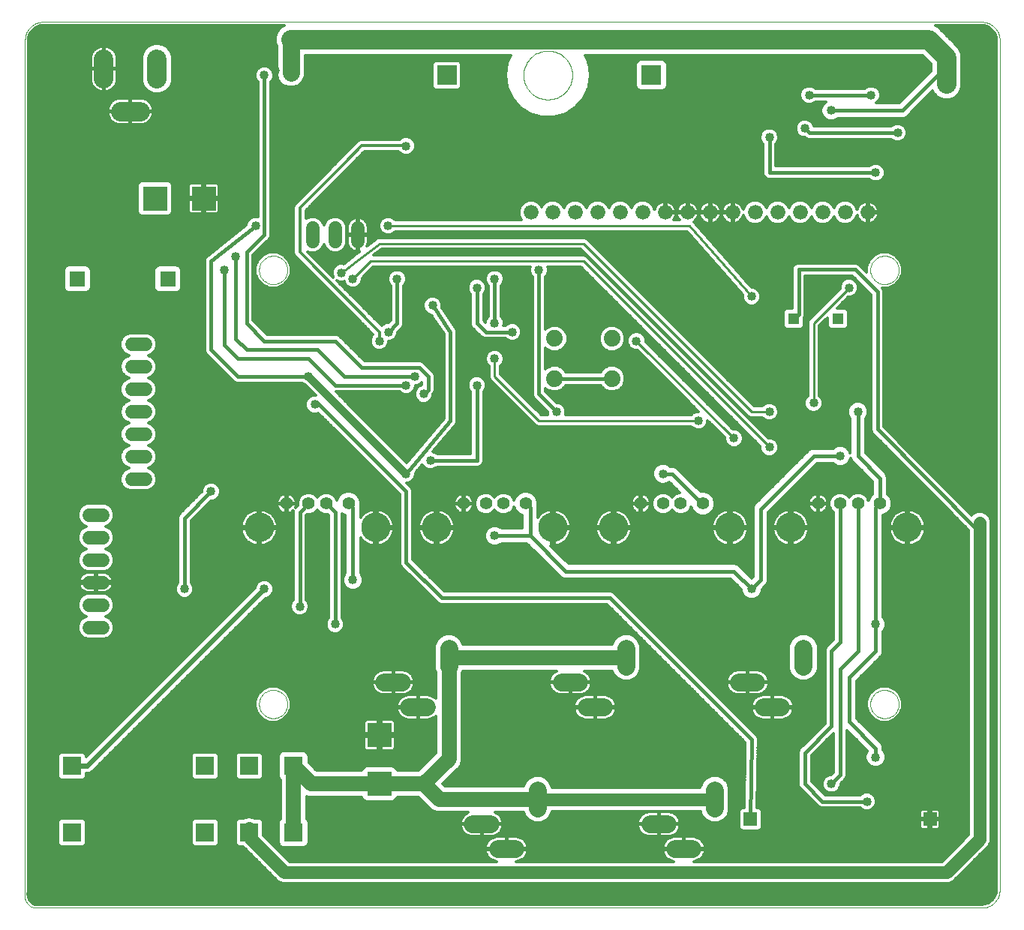
<source format=gbl>
G75*
G70*
%OFA0B0*%
%FSLAX24Y24*%
%IPPOS*%
%LPD*%
%AMOC8*
5,1,8,0,0,1.08239X$1,22.5*
%
%ADD10C,0.0000*%
%ADD11C,0.0787*%
%ADD12C,0.1306*%
%ADD13C,0.0554*%
%ADD14R,0.1063X0.1063*%
%ADD15C,0.0660*%
%ADD16R,0.0886X0.0886*%
%ADD17R,0.0594X0.0594*%
%ADD18R,0.0515X0.0515*%
%ADD19C,0.0600*%
%ADD20C,0.0740*%
%ADD21C,0.0860*%
%ADD22R,0.0709X0.0709*%
%ADD23R,0.0827X0.0827*%
%ADD24C,0.0120*%
%ADD25C,0.0400*%
%ADD26C,0.0160*%
%ADD27C,0.0760*%
%ADD28C,0.0150*%
%ADD29C,0.0560*%
%ADD30C,0.0660*%
%ADD31C,0.0100*%
%ADD32C,0.0320*%
%ADD33C,0.0240*%
D10*
X000554Y000174D02*
X042680Y000174D01*
X042680Y000175D02*
X042734Y000177D01*
X042787Y000182D01*
X042840Y000191D01*
X042892Y000204D01*
X042944Y000220D01*
X042994Y000240D01*
X043042Y000263D01*
X043089Y000290D01*
X043134Y000319D01*
X043177Y000352D01*
X043217Y000387D01*
X043255Y000425D01*
X043290Y000465D01*
X043323Y000508D01*
X043352Y000553D01*
X043379Y000600D01*
X043402Y000648D01*
X043422Y000698D01*
X043438Y000750D01*
X043451Y000802D01*
X043460Y000855D01*
X043465Y000908D01*
X043467Y000962D01*
X043467Y038757D01*
X043465Y038811D01*
X043460Y038864D01*
X043451Y038917D01*
X043438Y038969D01*
X043422Y039021D01*
X043402Y039071D01*
X043379Y039119D01*
X043352Y039166D01*
X043323Y039211D01*
X043290Y039254D01*
X043255Y039294D01*
X043217Y039332D01*
X043177Y039367D01*
X043134Y039400D01*
X043089Y039429D01*
X043042Y039456D01*
X042994Y039479D01*
X042944Y039499D01*
X042892Y039515D01*
X042840Y039528D01*
X042787Y039537D01*
X042734Y039542D01*
X042680Y039544D01*
X000947Y039544D01*
X000893Y039542D01*
X000840Y039537D01*
X000787Y039528D01*
X000735Y039515D01*
X000683Y039499D01*
X000633Y039479D01*
X000585Y039456D01*
X000538Y039429D01*
X000493Y039400D01*
X000450Y039367D01*
X000410Y039332D01*
X000372Y039294D01*
X000337Y039254D01*
X000304Y039211D01*
X000275Y039166D01*
X000248Y039119D01*
X000225Y039071D01*
X000205Y039021D01*
X000189Y038969D01*
X000176Y038917D01*
X000167Y038864D01*
X000162Y038811D01*
X000160Y038757D01*
X000160Y000962D01*
X000161Y000962D02*
X000147Y000915D01*
X000137Y000867D01*
X000131Y000819D01*
X000129Y000770D01*
X000131Y000721D01*
X000136Y000672D01*
X000145Y000624D01*
X000158Y000577D01*
X000175Y000531D01*
X000195Y000487D01*
X000218Y000444D01*
X000245Y000403D01*
X000275Y000365D01*
X000308Y000329D01*
X000343Y000295D01*
X000382Y000265D01*
X000422Y000237D01*
X000464Y000213D01*
X000509Y000192D01*
X000554Y000175D01*
X010554Y009229D02*
X010556Y009279D01*
X010562Y009329D01*
X010572Y009378D01*
X010586Y009426D01*
X010603Y009473D01*
X010624Y009518D01*
X010649Y009562D01*
X010677Y009603D01*
X010709Y009642D01*
X010743Y009679D01*
X010780Y009713D01*
X010820Y009743D01*
X010862Y009770D01*
X010906Y009794D01*
X010952Y009815D01*
X010999Y009831D01*
X011047Y009844D01*
X011097Y009853D01*
X011146Y009858D01*
X011197Y009859D01*
X011247Y009856D01*
X011296Y009849D01*
X011345Y009838D01*
X011393Y009823D01*
X011439Y009805D01*
X011484Y009783D01*
X011527Y009757D01*
X011568Y009728D01*
X011607Y009696D01*
X011643Y009661D01*
X011675Y009623D01*
X011705Y009583D01*
X011732Y009540D01*
X011755Y009496D01*
X011774Y009450D01*
X011790Y009402D01*
X011802Y009353D01*
X011810Y009304D01*
X011814Y009254D01*
X011814Y009204D01*
X011810Y009154D01*
X011802Y009105D01*
X011790Y009056D01*
X011774Y009008D01*
X011755Y008962D01*
X011732Y008918D01*
X011705Y008875D01*
X011675Y008835D01*
X011643Y008797D01*
X011607Y008762D01*
X011568Y008730D01*
X011527Y008701D01*
X011484Y008675D01*
X011439Y008653D01*
X011393Y008635D01*
X011345Y008620D01*
X011296Y008609D01*
X011247Y008602D01*
X011197Y008599D01*
X011146Y008600D01*
X011097Y008605D01*
X011047Y008614D01*
X010999Y008627D01*
X010952Y008643D01*
X010906Y008664D01*
X010862Y008688D01*
X010820Y008715D01*
X010780Y008745D01*
X010743Y008779D01*
X010709Y008816D01*
X010677Y008855D01*
X010649Y008896D01*
X010624Y008940D01*
X010603Y008985D01*
X010586Y009032D01*
X010572Y009080D01*
X010562Y009129D01*
X010556Y009179D01*
X010554Y009229D01*
X010554Y028521D02*
X010556Y028571D01*
X010562Y028621D01*
X010572Y028670D01*
X010586Y028718D01*
X010603Y028765D01*
X010624Y028810D01*
X010649Y028854D01*
X010677Y028895D01*
X010709Y028934D01*
X010743Y028971D01*
X010780Y029005D01*
X010820Y029035D01*
X010862Y029062D01*
X010906Y029086D01*
X010952Y029107D01*
X010999Y029123D01*
X011047Y029136D01*
X011097Y029145D01*
X011146Y029150D01*
X011197Y029151D01*
X011247Y029148D01*
X011296Y029141D01*
X011345Y029130D01*
X011393Y029115D01*
X011439Y029097D01*
X011484Y029075D01*
X011527Y029049D01*
X011568Y029020D01*
X011607Y028988D01*
X011643Y028953D01*
X011675Y028915D01*
X011705Y028875D01*
X011732Y028832D01*
X011755Y028788D01*
X011774Y028742D01*
X011790Y028694D01*
X011802Y028645D01*
X011810Y028596D01*
X011814Y028546D01*
X011814Y028496D01*
X011810Y028446D01*
X011802Y028397D01*
X011790Y028348D01*
X011774Y028300D01*
X011755Y028254D01*
X011732Y028210D01*
X011705Y028167D01*
X011675Y028127D01*
X011643Y028089D01*
X011607Y028054D01*
X011568Y028022D01*
X011527Y027993D01*
X011484Y027967D01*
X011439Y027945D01*
X011393Y027927D01*
X011345Y027912D01*
X011296Y027901D01*
X011247Y027894D01*
X011197Y027891D01*
X011146Y027892D01*
X011097Y027897D01*
X011047Y027906D01*
X010999Y027919D01*
X010952Y027935D01*
X010906Y027956D01*
X010862Y027980D01*
X010820Y028007D01*
X010780Y028037D01*
X010743Y028071D01*
X010709Y028108D01*
X010677Y028147D01*
X010649Y028188D01*
X010624Y028232D01*
X010603Y028277D01*
X010586Y028324D01*
X010572Y028372D01*
X010562Y028421D01*
X010556Y028471D01*
X010554Y028521D01*
X022305Y037182D02*
X022307Y037247D01*
X022313Y037313D01*
X022323Y037377D01*
X022336Y037441D01*
X022354Y037504D01*
X022375Y037566D01*
X022400Y037626D01*
X022429Y037685D01*
X022461Y037742D01*
X022497Y037797D01*
X022535Y037850D01*
X022577Y037900D01*
X022622Y037948D01*
X022670Y037993D01*
X022720Y038035D01*
X022773Y038073D01*
X022828Y038109D01*
X022885Y038141D01*
X022944Y038170D01*
X023004Y038195D01*
X023066Y038216D01*
X023129Y038234D01*
X023193Y038247D01*
X023257Y038257D01*
X023323Y038263D01*
X023388Y038265D01*
X023453Y038263D01*
X023519Y038257D01*
X023583Y038247D01*
X023647Y038234D01*
X023710Y038216D01*
X023772Y038195D01*
X023832Y038170D01*
X023891Y038141D01*
X023948Y038109D01*
X024003Y038073D01*
X024056Y038035D01*
X024106Y037993D01*
X024154Y037948D01*
X024199Y037900D01*
X024241Y037850D01*
X024279Y037797D01*
X024315Y037742D01*
X024347Y037685D01*
X024376Y037626D01*
X024401Y037566D01*
X024422Y037504D01*
X024440Y037441D01*
X024453Y037377D01*
X024463Y037313D01*
X024469Y037247D01*
X024471Y037182D01*
X024469Y037117D01*
X024463Y037051D01*
X024453Y036987D01*
X024440Y036923D01*
X024422Y036860D01*
X024401Y036798D01*
X024376Y036738D01*
X024347Y036679D01*
X024315Y036622D01*
X024279Y036567D01*
X024241Y036514D01*
X024199Y036464D01*
X024154Y036416D01*
X024106Y036371D01*
X024056Y036329D01*
X024003Y036291D01*
X023948Y036255D01*
X023891Y036223D01*
X023832Y036194D01*
X023772Y036169D01*
X023710Y036148D01*
X023647Y036130D01*
X023583Y036117D01*
X023519Y036107D01*
X023453Y036101D01*
X023388Y036099D01*
X023323Y036101D01*
X023257Y036107D01*
X023193Y036117D01*
X023129Y036130D01*
X023066Y036148D01*
X023004Y036169D01*
X022944Y036194D01*
X022885Y036223D01*
X022828Y036255D01*
X022773Y036291D01*
X022720Y036329D01*
X022670Y036371D01*
X022622Y036416D01*
X022577Y036464D01*
X022535Y036514D01*
X022497Y036567D01*
X022461Y036622D01*
X022429Y036679D01*
X022400Y036738D01*
X022375Y036798D01*
X022354Y036860D01*
X022336Y036923D01*
X022323Y036987D01*
X022313Y037051D01*
X022307Y037117D01*
X022305Y037182D01*
X037719Y028521D02*
X037721Y028571D01*
X037727Y028621D01*
X037737Y028670D01*
X037751Y028718D01*
X037768Y028765D01*
X037789Y028810D01*
X037814Y028854D01*
X037842Y028895D01*
X037874Y028934D01*
X037908Y028971D01*
X037945Y029005D01*
X037985Y029035D01*
X038027Y029062D01*
X038071Y029086D01*
X038117Y029107D01*
X038164Y029123D01*
X038212Y029136D01*
X038262Y029145D01*
X038311Y029150D01*
X038362Y029151D01*
X038412Y029148D01*
X038461Y029141D01*
X038510Y029130D01*
X038558Y029115D01*
X038604Y029097D01*
X038649Y029075D01*
X038692Y029049D01*
X038733Y029020D01*
X038772Y028988D01*
X038808Y028953D01*
X038840Y028915D01*
X038870Y028875D01*
X038897Y028832D01*
X038920Y028788D01*
X038939Y028742D01*
X038955Y028694D01*
X038967Y028645D01*
X038975Y028596D01*
X038979Y028546D01*
X038979Y028496D01*
X038975Y028446D01*
X038967Y028397D01*
X038955Y028348D01*
X038939Y028300D01*
X038920Y028254D01*
X038897Y028210D01*
X038870Y028167D01*
X038840Y028127D01*
X038808Y028089D01*
X038772Y028054D01*
X038733Y028022D01*
X038692Y027993D01*
X038649Y027967D01*
X038604Y027945D01*
X038558Y027927D01*
X038510Y027912D01*
X038461Y027901D01*
X038412Y027894D01*
X038362Y027891D01*
X038311Y027892D01*
X038262Y027897D01*
X038212Y027906D01*
X038164Y027919D01*
X038117Y027935D01*
X038071Y027956D01*
X038027Y027980D01*
X037985Y028007D01*
X037945Y028037D01*
X037908Y028071D01*
X037874Y028108D01*
X037842Y028147D01*
X037814Y028188D01*
X037789Y028232D01*
X037768Y028277D01*
X037751Y028324D01*
X037737Y028372D01*
X037727Y028421D01*
X037721Y028471D01*
X037719Y028521D01*
X037719Y009229D02*
X037721Y009279D01*
X037727Y009329D01*
X037737Y009378D01*
X037751Y009426D01*
X037768Y009473D01*
X037789Y009518D01*
X037814Y009562D01*
X037842Y009603D01*
X037874Y009642D01*
X037908Y009679D01*
X037945Y009713D01*
X037985Y009743D01*
X038027Y009770D01*
X038071Y009794D01*
X038117Y009815D01*
X038164Y009831D01*
X038212Y009844D01*
X038262Y009853D01*
X038311Y009858D01*
X038362Y009859D01*
X038412Y009856D01*
X038461Y009849D01*
X038510Y009838D01*
X038558Y009823D01*
X038604Y009805D01*
X038649Y009783D01*
X038692Y009757D01*
X038733Y009728D01*
X038772Y009696D01*
X038808Y009661D01*
X038840Y009623D01*
X038870Y009583D01*
X038897Y009540D01*
X038920Y009496D01*
X038939Y009450D01*
X038955Y009402D01*
X038967Y009353D01*
X038975Y009304D01*
X038979Y009254D01*
X038979Y009204D01*
X038975Y009154D01*
X038967Y009105D01*
X038955Y009056D01*
X038939Y009008D01*
X038920Y008962D01*
X038897Y008918D01*
X038870Y008875D01*
X038840Y008835D01*
X038808Y008797D01*
X038772Y008762D01*
X038733Y008730D01*
X038692Y008701D01*
X038649Y008675D01*
X038604Y008653D01*
X038558Y008635D01*
X038510Y008620D01*
X038461Y008609D01*
X038412Y008602D01*
X038362Y008599D01*
X038311Y008600D01*
X038262Y008605D01*
X038212Y008614D01*
X038164Y008627D01*
X038117Y008643D01*
X038071Y008664D01*
X038027Y008688D01*
X037985Y008715D01*
X037945Y008745D01*
X037908Y008779D01*
X037874Y008816D01*
X037842Y008855D01*
X037814Y008896D01*
X037789Y008940D01*
X037768Y008985D01*
X037751Y009032D01*
X037737Y009080D01*
X037727Y009129D01*
X037721Y009179D01*
X037719Y009229D01*
D11*
X034745Y010903D02*
X034745Y011690D01*
X032658Y010194D02*
X031871Y010194D01*
X032973Y009092D02*
X033760Y009092D01*
X030808Y005391D02*
X030808Y004603D01*
X029823Y002792D02*
X029036Y002792D01*
X028721Y003895D02*
X027934Y003895D01*
X022934Y004603D02*
X022934Y005391D01*
X020847Y003895D02*
X020060Y003895D01*
X021162Y002792D02*
X021949Y002792D01*
X025099Y009092D02*
X025886Y009092D01*
X024784Y010194D02*
X023997Y010194D01*
X026871Y010903D02*
X026871Y011690D01*
X018997Y011690D02*
X018997Y010903D01*
X018012Y009092D02*
X017225Y009092D01*
X016910Y010194D02*
X016123Y010194D01*
D12*
X015739Y017073D03*
X018440Y017073D03*
X023613Y017073D03*
X026314Y017073D03*
X031487Y017073D03*
X034188Y017073D03*
X039361Y017073D03*
X010566Y017073D03*
D13*
X011774Y018140D03*
X012758Y018140D03*
X013546Y018140D03*
X014530Y018140D03*
X019648Y018140D03*
X020632Y018140D03*
X021420Y018140D03*
X022404Y018140D03*
X027522Y018140D03*
X028506Y018140D03*
X029294Y018140D03*
X030278Y018140D03*
X035396Y018140D03*
X036380Y018140D03*
X037168Y018140D03*
X038152Y018140D03*
D14*
X015908Y007851D03*
X015908Y005686D03*
X008097Y031706D03*
X005932Y031706D03*
D15*
X022636Y031080D03*
X023601Y031080D03*
X024601Y031080D03*
X025601Y031080D03*
X026601Y031080D03*
X027601Y031080D03*
X028601Y031080D03*
X029601Y031080D03*
X030601Y031080D03*
X031601Y031080D03*
X032601Y031080D03*
X033601Y031080D03*
X034601Y031080D03*
X035601Y031080D03*
X036601Y031080D03*
X037601Y031080D03*
D16*
X027995Y037182D03*
X018900Y037182D03*
D17*
X032394Y004111D03*
X040367Y004111D03*
D18*
X036282Y026355D03*
X034314Y026355D03*
D19*
X014940Y029795D02*
X014940Y030395D01*
X013940Y030395D02*
X013940Y029795D01*
X012940Y029795D02*
X012940Y030395D01*
X005503Y025221D02*
X004903Y025221D01*
X004903Y024221D02*
X005503Y024221D01*
X005503Y023221D02*
X004903Y023221D01*
X004903Y022221D02*
X005503Y022221D01*
X005503Y021221D02*
X004903Y021221D01*
X004903Y020221D02*
X005503Y020221D01*
X005503Y019221D02*
X004903Y019221D01*
X003610Y017635D02*
X003010Y017635D01*
X003010Y016635D02*
X003610Y016635D01*
X003610Y015635D02*
X003010Y015635D01*
X003010Y014635D02*
X003610Y014635D01*
X003610Y013635D02*
X003010Y013635D01*
X003010Y012635D02*
X003610Y012635D01*
D20*
X023683Y023694D03*
X023683Y025474D03*
X026243Y025474D03*
X026243Y023694D03*
D21*
X041105Y036788D02*
X041105Y037576D01*
X041105Y037969D01*
X040317Y038757D01*
X011971Y038757D01*
X006022Y037890D02*
X006022Y037030D01*
X005271Y035570D02*
X004411Y035570D01*
X003660Y037030D02*
X003660Y037890D01*
D22*
X002483Y028127D03*
X006499Y028127D03*
D23*
X008152Y006473D03*
X010121Y006473D03*
X012089Y006473D03*
X012089Y003521D03*
X010121Y003521D03*
X008152Y003521D03*
X002247Y003521D03*
X002247Y006473D03*
D24*
X002870Y006143D02*
X002982Y006143D01*
X003103Y006194D01*
X003196Y006286D01*
X010847Y013937D01*
X010871Y013937D01*
X011022Y014000D01*
X011138Y014115D01*
X011200Y014266D01*
X011200Y014429D01*
X011138Y014580D01*
X011022Y014695D01*
X010871Y014757D01*
X010708Y014757D01*
X010558Y014695D01*
X010442Y014580D01*
X010380Y014429D01*
X010380Y014404D01*
X002870Y006894D01*
X002870Y006974D01*
X002747Y007097D01*
X001746Y007097D01*
X001623Y006974D01*
X001623Y005973D01*
X001746Y005850D01*
X002747Y005850D01*
X002870Y005973D01*
X002870Y006143D01*
X002870Y006099D02*
X007529Y006099D01*
X007529Y005981D02*
X002870Y005981D01*
X002759Y005862D02*
X007640Y005862D01*
X007652Y005850D02*
X008652Y005850D01*
X008776Y005973D01*
X008776Y006974D01*
X008652Y007097D01*
X007652Y007097D01*
X007529Y006974D01*
X007529Y005973D01*
X007652Y005850D01*
X007529Y006218D02*
X003127Y006218D01*
X003245Y006336D02*
X007529Y006336D01*
X007529Y006455D02*
X003364Y006455D01*
X003482Y006573D02*
X007529Y006573D01*
X007529Y006692D02*
X003601Y006692D01*
X003719Y006810D02*
X007529Y006810D01*
X007529Y006929D02*
X003838Y006929D01*
X003956Y007047D02*
X007602Y007047D01*
X008702Y007047D02*
X009571Y007047D01*
X009620Y007097D02*
X009497Y006974D01*
X009497Y005973D01*
X009620Y005850D01*
X010621Y005850D01*
X010744Y005973D01*
X010744Y006974D01*
X010621Y007097D01*
X009620Y007097D01*
X009497Y006929D02*
X008776Y006929D01*
X008776Y006810D02*
X009497Y006810D01*
X009497Y006692D02*
X008776Y006692D01*
X008776Y006573D02*
X009497Y006573D01*
X009497Y006455D02*
X008776Y006455D01*
X008776Y006336D02*
X009497Y006336D01*
X009497Y006218D02*
X008776Y006218D01*
X008776Y006099D02*
X009497Y006099D01*
X009497Y005981D02*
X008776Y005981D01*
X008665Y005862D02*
X009608Y005862D01*
X010633Y005862D02*
X011499Y005862D01*
X011499Y005869D02*
X011499Y004125D01*
X011455Y004081D01*
X011416Y003986D01*
X011416Y003056D01*
X011455Y002960D01*
X011528Y002887D01*
X011624Y002847D01*
X012554Y002847D01*
X012650Y002887D01*
X012723Y002960D01*
X012763Y003056D01*
X012763Y003986D01*
X012723Y004081D01*
X012679Y004125D01*
X012679Y005129D01*
X012759Y005096D01*
X015119Y005096D01*
X015156Y005007D01*
X015229Y004934D01*
X015325Y004895D01*
X016491Y004895D01*
X016587Y004934D01*
X016660Y005007D01*
X016697Y005096D01*
X017632Y005096D01*
X018231Y004497D01*
X018448Y004407D01*
X019846Y004407D01*
X019769Y004368D01*
X019699Y004317D01*
X019637Y004255D01*
X019586Y004185D01*
X019546Y004107D01*
X019520Y004024D01*
X019506Y003938D01*
X019506Y003915D01*
X020433Y003915D01*
X020433Y003875D01*
X019506Y003875D01*
X019506Y003851D01*
X019520Y003765D01*
X019546Y003682D01*
X019586Y003604D01*
X019637Y003534D01*
X019699Y003472D01*
X019769Y003421D01*
X019847Y003382D01*
X019930Y003355D01*
X020016Y003341D01*
X020433Y003341D01*
X020433Y003875D01*
X020473Y003875D01*
X020473Y003341D01*
X020891Y003341D01*
X020977Y003355D01*
X021060Y003382D01*
X021137Y003421D01*
X021208Y003472D01*
X021269Y003534D01*
X021321Y003604D01*
X021360Y003682D01*
X021387Y003765D01*
X021401Y003851D01*
X021401Y003875D01*
X020473Y003875D01*
X020473Y003915D01*
X021401Y003915D01*
X021401Y003938D01*
X021387Y004024D01*
X021360Y004107D01*
X021321Y004185D01*
X021269Y004255D01*
X021208Y004317D01*
X021137Y004368D01*
X021061Y004407D01*
X022307Y004407D01*
X022379Y004233D01*
X022563Y004049D01*
X022804Y003950D01*
X023064Y003950D01*
X023304Y004049D01*
X023488Y004233D01*
X023581Y004457D01*
X030161Y004457D01*
X030253Y004233D01*
X030437Y004049D01*
X030678Y003950D01*
X030938Y003950D01*
X031178Y004049D01*
X031362Y004233D01*
X031461Y004473D01*
X031461Y005521D01*
X031362Y005761D01*
X031178Y005945D01*
X030938Y006044D01*
X030678Y006044D01*
X030437Y005945D01*
X030253Y005761D01*
X030161Y005537D01*
X023581Y005537D01*
X023488Y005761D01*
X023304Y005945D01*
X023064Y006044D01*
X022804Y006044D01*
X022563Y005945D01*
X022379Y005761D01*
X022307Y005587D01*
X018810Y005587D01*
X018711Y005686D01*
X019497Y006472D01*
X019587Y006689D01*
X019587Y010619D01*
X019623Y010706D01*
X023783Y010706D01*
X023706Y010667D01*
X023636Y010616D01*
X023574Y010555D01*
X023523Y010484D01*
X023483Y010406D01*
X023457Y010324D01*
X023443Y010237D01*
X023443Y010214D01*
X024370Y010214D01*
X024370Y010174D01*
X023443Y010174D01*
X023443Y010150D01*
X023457Y010064D01*
X023483Y009981D01*
X023523Y009904D01*
X023574Y009833D01*
X023636Y009772D01*
X023706Y009720D01*
X023784Y009681D01*
X023867Y009654D01*
X023953Y009640D01*
X024370Y009640D01*
X024370Y010174D01*
X024410Y010174D01*
X024410Y009640D01*
X024828Y009640D01*
X024914Y009654D01*
X024997Y009681D01*
X025074Y009720D01*
X025145Y009772D01*
X025206Y009833D01*
X025258Y009904D01*
X025297Y009981D01*
X025324Y010064D01*
X025338Y010150D01*
X025338Y010174D01*
X024410Y010174D01*
X024410Y010214D01*
X025338Y010214D01*
X025338Y010237D01*
X025324Y010324D01*
X025297Y010406D01*
X025258Y010484D01*
X026365Y010484D01*
X026316Y010532D02*
X026500Y010348D01*
X026741Y010249D01*
X027001Y010249D01*
X027241Y010348D01*
X027425Y010532D01*
X027524Y010773D01*
X027524Y011820D01*
X027425Y012060D01*
X027241Y012244D01*
X027001Y012344D01*
X026741Y012344D01*
X026500Y012244D01*
X026316Y012060D01*
X026244Y011886D01*
X019623Y011886D01*
X019551Y012060D01*
X019367Y012244D01*
X019127Y012344D01*
X018867Y012344D01*
X018626Y012244D01*
X018442Y012060D01*
X018343Y011820D01*
X018343Y010773D01*
X018407Y010619D01*
X018407Y009480D01*
X018373Y009514D01*
X018303Y009565D01*
X018225Y009605D01*
X018142Y009632D01*
X018056Y009645D01*
X017639Y009645D01*
X017639Y009112D01*
X017599Y009112D01*
X017599Y009645D01*
X017181Y009645D01*
X017095Y009632D01*
X017012Y009605D01*
X016935Y009565D01*
X016864Y009514D01*
X016803Y009452D01*
X016751Y009382D01*
X016712Y009304D01*
X016685Y009221D01*
X016671Y009135D01*
X016671Y009112D01*
X017599Y009112D01*
X017599Y009072D01*
X016671Y009072D01*
X016671Y009048D01*
X016685Y008962D01*
X016712Y008879D01*
X016751Y008801D01*
X016803Y008731D01*
X016864Y008669D01*
X016935Y008618D01*
X017012Y008578D01*
X017095Y008551D01*
X017181Y008538D01*
X017599Y008538D01*
X017599Y009072D01*
X017639Y009072D01*
X017639Y008538D01*
X018056Y008538D01*
X018142Y008551D01*
X018225Y008578D01*
X018303Y008618D01*
X018373Y008669D01*
X018407Y008703D01*
X018407Y007050D01*
X017632Y006276D01*
X016697Y006276D01*
X016660Y006365D01*
X016587Y006438D01*
X016491Y006478D01*
X015325Y006478D01*
X015229Y006438D01*
X015156Y006365D01*
X015119Y006276D01*
X013121Y006276D01*
X012763Y006634D01*
X012763Y006939D01*
X012723Y007034D01*
X012650Y007107D01*
X012554Y007147D01*
X011624Y007147D01*
X011528Y007107D01*
X011455Y007034D01*
X011416Y006939D01*
X011416Y006008D01*
X011455Y005913D01*
X011499Y005869D01*
X011499Y005744D02*
X000320Y005744D01*
X000320Y005862D02*
X001734Y005862D01*
X001623Y005981D02*
X000320Y005981D01*
X000320Y006099D02*
X001623Y006099D01*
X001623Y006218D02*
X000320Y006218D01*
X000320Y006336D02*
X001623Y006336D01*
X001623Y006455D02*
X000320Y006455D01*
X000320Y006573D02*
X001623Y006573D01*
X001623Y006692D02*
X000320Y006692D01*
X000320Y006810D02*
X001623Y006810D01*
X001623Y006929D02*
X000320Y006929D01*
X000320Y007047D02*
X001697Y007047D01*
X002797Y007047D02*
X003023Y007047D01*
X002905Y006929D02*
X002870Y006929D01*
X003142Y007166D02*
X000320Y007166D01*
X000320Y007284D02*
X003260Y007284D01*
X003379Y007403D02*
X000320Y007403D01*
X000320Y007521D02*
X003497Y007521D01*
X003616Y007640D02*
X000320Y007640D01*
X000320Y007758D02*
X003734Y007758D01*
X003853Y007877D02*
X000320Y007877D01*
X000320Y007995D02*
X003971Y007995D01*
X004090Y008114D02*
X000320Y008114D01*
X000320Y008232D02*
X004208Y008232D01*
X004327Y008351D02*
X000320Y008351D01*
X000320Y008469D02*
X004445Y008469D01*
X004564Y008588D02*
X000320Y008588D01*
X000320Y008706D02*
X004682Y008706D01*
X004801Y008825D02*
X000320Y008825D01*
X000320Y008943D02*
X004919Y008943D01*
X005038Y009062D02*
X000320Y009062D01*
X000320Y009180D02*
X005156Y009180D01*
X005275Y009299D02*
X000320Y009299D01*
X000320Y009417D02*
X005393Y009417D01*
X005512Y009536D02*
X000320Y009536D01*
X000320Y009654D02*
X005630Y009654D01*
X005749Y009773D02*
X000320Y009773D01*
X000320Y009891D02*
X005867Y009891D01*
X005986Y010010D02*
X000320Y010010D01*
X000320Y010128D02*
X006104Y010128D01*
X006223Y010247D02*
X000320Y010247D01*
X000320Y010365D02*
X006341Y010365D01*
X006460Y010484D02*
X000320Y010484D01*
X000320Y010602D02*
X006578Y010602D01*
X006697Y010721D02*
X000320Y010721D01*
X000320Y010839D02*
X006815Y010839D01*
X006934Y010958D02*
X000320Y010958D01*
X000320Y011076D02*
X007052Y011076D01*
X007171Y011195D02*
X000320Y011195D01*
X000320Y011313D02*
X007289Y011313D01*
X007408Y011432D02*
X000320Y011432D01*
X000320Y011550D02*
X007526Y011550D01*
X007645Y011669D02*
X000320Y011669D01*
X000320Y011787D02*
X007763Y011787D01*
X007882Y011906D02*
X000320Y011906D01*
X000320Y012024D02*
X008000Y012024D01*
X008119Y012143D02*
X003754Y012143D01*
X003711Y012125D02*
X003898Y012202D01*
X004042Y012346D01*
X004120Y012533D01*
X004120Y012736D01*
X004042Y012924D01*
X003898Y013067D01*
X003735Y013135D01*
X003898Y013202D01*
X004042Y013346D01*
X004120Y013533D01*
X004120Y013736D01*
X004042Y013924D01*
X003898Y014067D01*
X003711Y014145D01*
X002908Y014145D01*
X002721Y014067D01*
X002577Y013924D01*
X002500Y013736D01*
X002500Y013533D01*
X002577Y013346D01*
X002721Y013202D01*
X002884Y013135D01*
X002721Y013067D01*
X002577Y012924D01*
X002500Y012736D01*
X002500Y012533D01*
X002577Y012346D01*
X002721Y012202D01*
X002908Y012125D01*
X003711Y012125D01*
X003957Y012261D02*
X008237Y012261D01*
X008356Y012380D02*
X004056Y012380D01*
X004105Y012498D02*
X008474Y012498D01*
X008593Y012617D02*
X004120Y012617D01*
X004120Y012735D02*
X008711Y012735D01*
X008830Y012854D02*
X004071Y012854D01*
X003993Y012972D02*
X008948Y012972D01*
X009067Y013091D02*
X003842Y013091D01*
X003905Y013209D02*
X009185Y013209D01*
X009304Y013328D02*
X004024Y013328D01*
X004084Y013446D02*
X009422Y013446D01*
X009541Y013565D02*
X004120Y013565D01*
X004120Y013683D02*
X009659Y013683D01*
X009778Y013802D02*
X004092Y013802D01*
X004043Y013920D02*
X009896Y013920D01*
X010015Y014039D02*
X007518Y014039D01*
X007479Y014000D02*
X007594Y014115D01*
X007657Y014266D01*
X007657Y014429D01*
X007594Y014580D01*
X007537Y014637D01*
X007537Y017377D01*
X008428Y018268D01*
X008509Y018268D01*
X008660Y018331D01*
X008775Y018446D01*
X008838Y018597D01*
X008838Y018760D01*
X008775Y018910D01*
X008660Y019026D01*
X008509Y019088D01*
X008346Y019088D01*
X008195Y019026D01*
X008080Y018910D01*
X008018Y018760D01*
X008018Y018678D01*
X007082Y017743D01*
X007001Y017661D01*
X006957Y017555D01*
X006957Y014637D01*
X006899Y014580D01*
X006837Y014429D01*
X006837Y014266D01*
X006899Y014115D01*
X007014Y014000D01*
X007165Y013937D01*
X007328Y013937D01*
X007479Y014000D01*
X007612Y014157D02*
X010133Y014157D01*
X010252Y014276D02*
X007657Y014276D01*
X007657Y014394D02*
X010370Y014394D01*
X010415Y014513D02*
X007622Y014513D01*
X007543Y014631D02*
X010494Y014631D01*
X010690Y014750D02*
X007537Y014750D01*
X007537Y014868D02*
X012075Y014868D01*
X012075Y014750D02*
X010890Y014750D01*
X011086Y014631D02*
X012075Y014631D01*
X012075Y014513D02*
X011165Y014513D01*
X011200Y014394D02*
X012075Y014394D01*
X012075Y014276D02*
X011200Y014276D01*
X011155Y014157D02*
X012075Y014157D01*
X012075Y014039D02*
X011061Y014039D01*
X010829Y013920D02*
X012075Y013920D01*
X012075Y013850D02*
X012017Y013792D01*
X011955Y013642D01*
X011955Y013478D01*
X012017Y013328D01*
X012132Y013212D01*
X012283Y013150D01*
X012446Y013150D01*
X012597Y013212D01*
X012712Y013328D01*
X013650Y013328D01*
X013650Y013446D02*
X012761Y013446D01*
X012775Y013478D02*
X012712Y013328D01*
X012775Y013478D02*
X012775Y013642D01*
X012712Y013792D01*
X012655Y013850D01*
X012655Y017627D01*
X012681Y017653D01*
X012855Y017653D01*
X013034Y017727D01*
X013152Y017845D01*
X013270Y017727D01*
X013449Y017653D01*
X013623Y017653D01*
X013650Y017627D01*
X013650Y013062D01*
X013592Y013005D01*
X013530Y012854D01*
X013530Y012691D01*
X013592Y012540D01*
X013707Y012425D01*
X013858Y012363D01*
X014021Y012363D01*
X014172Y012425D01*
X014287Y012540D01*
X014350Y012691D01*
X014350Y012854D01*
X014287Y013005D01*
X014230Y013062D01*
X014230Y017683D01*
X014387Y017618D01*
X014387Y015052D01*
X014337Y015002D01*
X014267Y014833D01*
X014267Y014650D01*
X014337Y014481D01*
X014466Y014351D01*
X014635Y014281D01*
X014818Y014281D01*
X014987Y014351D01*
X015117Y014481D01*
X015187Y014650D01*
X015187Y014833D01*
X015117Y015002D01*
X015067Y015052D01*
X015067Y016614D01*
X015126Y016536D01*
X015202Y016461D01*
X015286Y016396D01*
X015378Y016343D01*
X015477Y016302D01*
X015580Y016275D01*
X015679Y016262D01*
X015679Y017013D01*
X015799Y017013D01*
X015799Y016262D01*
X015898Y016275D01*
X016001Y016302D01*
X016099Y016343D01*
X016191Y016396D01*
X016276Y016461D01*
X016351Y016536D01*
X016416Y016621D01*
X016469Y016713D01*
X016510Y016812D01*
X016538Y016915D01*
X016551Y017013D01*
X015799Y017013D01*
X015799Y017133D01*
X016551Y017133D01*
X016538Y017232D01*
X016510Y017335D01*
X016469Y017434D01*
X016416Y017526D01*
X016351Y017610D01*
X016276Y017686D01*
X016191Y017751D01*
X016099Y017804D01*
X016001Y017845D01*
X015898Y017872D01*
X015799Y017885D01*
X015799Y017133D01*
X015679Y017133D01*
X015679Y017885D01*
X015580Y017872D01*
X015477Y017845D01*
X015378Y017804D01*
X015286Y017751D01*
X015202Y017686D01*
X015126Y017610D01*
X015067Y017533D01*
X015067Y018011D01*
X015062Y018022D01*
X015067Y018034D01*
X015067Y018247D01*
X014985Y018445D01*
X014834Y018596D01*
X014637Y018678D01*
X014423Y018678D01*
X014226Y018596D01*
X014075Y018445D01*
X014011Y018291D01*
X013959Y018416D01*
X013822Y018553D01*
X013643Y018628D01*
X013449Y018628D01*
X013270Y018553D01*
X013152Y018436D01*
X013034Y018553D01*
X012855Y018628D01*
X012662Y018628D01*
X012482Y018553D01*
X012345Y018416D01*
X012271Y018237D01*
X012271Y018063D01*
X012178Y017970D01*
X012179Y017973D01*
X012201Y018038D01*
X012211Y018106D01*
X012211Y018112D01*
X011803Y018112D01*
X011803Y018169D01*
X012211Y018169D01*
X012211Y018175D01*
X012201Y018243D01*
X012179Y018308D01*
X012148Y018369D01*
X012108Y018425D01*
X012059Y018474D01*
X012003Y018514D01*
X011942Y018545D01*
X011877Y018567D01*
X011809Y018578D01*
X011803Y018578D01*
X011803Y018169D01*
X011746Y018169D01*
X011746Y018578D01*
X011740Y018578D01*
X011672Y018567D01*
X011606Y018545D01*
X011545Y018514D01*
X011489Y018474D01*
X011441Y018425D01*
X011400Y018369D01*
X011369Y018308D01*
X011348Y018243D01*
X011337Y018175D01*
X011337Y018169D01*
X011746Y018169D01*
X011746Y018112D01*
X011803Y018112D01*
X011803Y017703D01*
X011809Y017703D01*
X011877Y017714D01*
X011942Y017735D01*
X012003Y017766D01*
X012059Y017807D01*
X012088Y017836D01*
X012075Y017804D01*
X012075Y013850D01*
X012027Y013802D02*
X010711Y013802D01*
X010592Y013683D02*
X011972Y013683D01*
X011955Y013565D02*
X010474Y013565D01*
X010355Y013446D02*
X011968Y013446D01*
X012017Y013328D02*
X010237Y013328D01*
X010118Y013209D02*
X012140Y013209D01*
X012589Y013209D02*
X013650Y013209D01*
X013650Y013091D02*
X010000Y013091D01*
X009881Y012972D02*
X013578Y012972D01*
X013530Y012854D02*
X009763Y012854D01*
X009644Y012735D02*
X013530Y012735D01*
X013560Y012617D02*
X009526Y012617D01*
X009407Y012498D02*
X013634Y012498D01*
X013817Y012380D02*
X009289Y012380D01*
X009170Y012261D02*
X018668Y012261D01*
X018525Y012143D02*
X009052Y012143D01*
X008933Y012024D02*
X018428Y012024D01*
X018378Y011906D02*
X008815Y011906D01*
X008696Y011787D02*
X018343Y011787D01*
X018343Y011669D02*
X008578Y011669D01*
X008459Y011550D02*
X018343Y011550D01*
X018343Y011432D02*
X008341Y011432D01*
X008222Y011313D02*
X018343Y011313D01*
X018343Y011195D02*
X008104Y011195D01*
X007985Y011076D02*
X018343Y011076D01*
X018343Y010958D02*
X007867Y010958D01*
X007748Y010839D02*
X018343Y010839D01*
X018364Y010721D02*
X017080Y010721D01*
X017040Y010734D02*
X017123Y010707D01*
X017200Y010667D01*
X017271Y010616D01*
X017332Y010555D01*
X017384Y010484D01*
X018407Y010484D01*
X018407Y010602D02*
X017285Y010602D01*
X017384Y010484D02*
X017423Y010406D01*
X017450Y010324D01*
X017464Y010237D01*
X017464Y010214D01*
X016536Y010214D01*
X016496Y010214D01*
X016496Y010174D01*
X015569Y010174D01*
X015569Y010150D01*
X015583Y010064D01*
X015609Y009981D01*
X015649Y009904D01*
X015700Y009833D01*
X015762Y009772D01*
X015832Y009720D01*
X015910Y009681D01*
X015993Y009654D01*
X016079Y009640D01*
X016496Y009640D01*
X016496Y010174D01*
X016536Y010174D01*
X016536Y009640D01*
X016954Y009640D01*
X017040Y009654D01*
X017123Y009681D01*
X017200Y009720D01*
X017271Y009772D01*
X017332Y009833D01*
X017384Y009904D01*
X017423Y009981D01*
X017450Y010064D01*
X017464Y010150D01*
X017464Y010174D01*
X016536Y010174D01*
X016536Y010214D01*
X016536Y010748D01*
X016954Y010748D01*
X017040Y010734D01*
X016536Y010721D02*
X016496Y010721D01*
X016496Y010748D02*
X016079Y010748D01*
X015993Y010734D01*
X015910Y010707D01*
X015832Y010667D01*
X015762Y010616D01*
X015700Y010555D01*
X015649Y010484D01*
X015609Y010406D01*
X015583Y010324D01*
X015569Y010237D01*
X015569Y010214D01*
X016496Y010214D01*
X016496Y010748D01*
X016496Y010602D02*
X016536Y010602D01*
X016536Y010484D02*
X016496Y010484D01*
X016496Y010365D02*
X016536Y010365D01*
X016536Y010247D02*
X016496Y010247D01*
X016496Y010128D02*
X016536Y010128D01*
X016536Y010010D02*
X016496Y010010D01*
X016496Y009891D02*
X016536Y009891D01*
X016536Y009773D02*
X016496Y009773D01*
X016496Y009654D02*
X016536Y009654D01*
X016777Y009417D02*
X011961Y009417D01*
X011974Y009386D02*
X011853Y009677D01*
X011631Y009899D01*
X011341Y010019D01*
X011026Y010019D01*
X010736Y009899D01*
X010514Y009677D01*
X010394Y009386D01*
X010394Y009072D01*
X010514Y008782D01*
X010736Y008560D01*
X011026Y008439D01*
X011341Y008439D01*
X011631Y008560D01*
X011853Y008782D01*
X011974Y009072D01*
X011974Y009386D01*
X011974Y009299D02*
X016710Y009299D01*
X016678Y009180D02*
X011974Y009180D01*
X011969Y009062D02*
X016671Y009062D01*
X016691Y008943D02*
X011920Y008943D01*
X011871Y008825D02*
X016739Y008825D01*
X016827Y008706D02*
X011778Y008706D01*
X011659Y008588D02*
X016994Y008588D01*
X016589Y008445D02*
X016600Y008404D01*
X016600Y007911D01*
X015968Y007911D01*
X015968Y007791D01*
X015968Y007160D01*
X016461Y007160D01*
X016501Y007171D01*
X016538Y007192D01*
X016568Y007222D01*
X016589Y007258D01*
X016600Y007299D01*
X016600Y007791D01*
X015968Y007791D01*
X015848Y007791D01*
X015848Y007160D01*
X015355Y007160D01*
X015315Y007171D01*
X015278Y007192D01*
X015249Y007222D01*
X015227Y007258D01*
X015217Y007299D01*
X015217Y007791D01*
X015848Y007791D01*
X015848Y007911D01*
X015217Y007911D01*
X015217Y008404D01*
X015227Y008445D01*
X015249Y008481D01*
X015278Y008511D01*
X015315Y008532D01*
X015355Y008543D01*
X015848Y008543D01*
X015848Y007911D01*
X015968Y007911D01*
X015968Y008543D01*
X016461Y008543D01*
X016501Y008532D01*
X016538Y008511D01*
X016568Y008481D01*
X016589Y008445D01*
X016574Y008469D02*
X018407Y008469D01*
X018407Y008351D02*
X016600Y008351D01*
X016600Y008232D02*
X018407Y008232D01*
X018407Y008114D02*
X016600Y008114D01*
X016600Y007995D02*
X018407Y007995D01*
X018407Y007877D02*
X015968Y007877D01*
X015968Y007995D02*
X015848Y007995D01*
X015848Y007877D02*
X004786Y007877D01*
X004904Y007995D02*
X015217Y007995D01*
X015217Y008114D02*
X005023Y008114D01*
X005141Y008232D02*
X015217Y008232D01*
X015217Y008351D02*
X005260Y008351D01*
X005378Y008469D02*
X010955Y008469D01*
X010708Y008588D02*
X005497Y008588D01*
X005615Y008706D02*
X010590Y008706D01*
X010496Y008825D02*
X005734Y008825D01*
X005852Y008943D02*
X010447Y008943D01*
X010398Y009062D02*
X005971Y009062D01*
X006089Y009180D02*
X010394Y009180D01*
X010394Y009299D02*
X006208Y009299D01*
X006326Y009417D02*
X010406Y009417D01*
X010456Y009536D02*
X006445Y009536D01*
X006563Y009654D02*
X010505Y009654D01*
X010610Y009773D02*
X006682Y009773D01*
X006800Y009891D02*
X010728Y009891D01*
X011004Y010010D02*
X006919Y010010D01*
X007037Y010128D02*
X015572Y010128D01*
X015570Y010247D02*
X007156Y010247D01*
X007274Y010365D02*
X015596Y010365D01*
X015649Y010484D02*
X007393Y010484D01*
X007511Y010602D02*
X015748Y010602D01*
X015952Y010721D02*
X007630Y010721D01*
X006975Y014039D02*
X003927Y014039D01*
X003851Y014241D02*
X003909Y014284D01*
X003960Y014335D01*
X004003Y014394D01*
X004036Y014458D01*
X004058Y014527D01*
X004069Y014595D01*
X003350Y014595D01*
X003350Y014675D01*
X004069Y014675D01*
X004058Y014743D01*
X004036Y014811D01*
X004003Y014876D01*
X003960Y014935D01*
X003909Y014986D01*
X003851Y015028D01*
X003786Y015061D01*
X003717Y015084D01*
X003646Y015095D01*
X003350Y015095D01*
X003350Y014675D01*
X003270Y014675D01*
X003270Y015095D01*
X002973Y015095D01*
X002902Y015084D01*
X002833Y015061D01*
X002769Y015028D01*
X002710Y014986D01*
X002659Y014935D01*
X002616Y014876D01*
X002583Y014811D01*
X002561Y014743D01*
X002550Y014675D01*
X003270Y014675D01*
X003270Y014595D01*
X003350Y014595D01*
X003350Y014175D01*
X003646Y014175D01*
X003717Y014186D01*
X003786Y014209D01*
X003851Y014241D01*
X003898Y014276D02*
X006837Y014276D01*
X006837Y014394D02*
X004003Y014394D01*
X004054Y014513D02*
X006871Y014513D01*
X006951Y014631D02*
X003350Y014631D01*
X003270Y014631D02*
X000320Y014631D01*
X000320Y014513D02*
X002566Y014513D01*
X002561Y014527D02*
X002583Y014458D01*
X002616Y014394D01*
X000320Y014394D01*
X000320Y014276D02*
X002721Y014276D01*
X002710Y014284D02*
X002769Y014241D01*
X002833Y014209D01*
X002902Y014186D01*
X002973Y014175D01*
X003270Y014175D01*
X003270Y014595D01*
X002550Y014595D01*
X002561Y014527D01*
X002616Y014394D02*
X002659Y014335D01*
X002710Y014284D01*
X002692Y014039D02*
X000320Y014039D01*
X000320Y014157D02*
X006882Y014157D01*
X006957Y014750D02*
X004056Y014750D01*
X004007Y014868D02*
X006957Y014868D01*
X006957Y014987D02*
X003908Y014987D01*
X003898Y015202D02*
X004042Y015346D01*
X004120Y015533D01*
X004120Y015736D01*
X004042Y015924D01*
X003898Y016067D01*
X003735Y016135D01*
X003898Y016202D01*
X004042Y016346D01*
X004120Y016533D01*
X004120Y016736D01*
X004042Y016924D01*
X003898Y017067D01*
X003735Y017135D01*
X003898Y017202D01*
X004042Y017346D01*
X004120Y017533D01*
X004120Y017736D01*
X004042Y017924D01*
X003898Y018067D01*
X003711Y018145D01*
X002908Y018145D01*
X002721Y018067D01*
X002577Y017924D01*
X002500Y017736D01*
X002500Y017533D01*
X002577Y017346D01*
X002721Y017202D01*
X002884Y017135D01*
X002721Y017067D01*
X002577Y016924D01*
X002500Y016736D01*
X002500Y016533D01*
X002577Y016346D01*
X002721Y016202D01*
X002884Y016135D01*
X002721Y016067D01*
X002577Y015924D01*
X002500Y015736D01*
X002500Y015533D01*
X002577Y015346D01*
X002721Y015202D01*
X002908Y015125D01*
X003711Y015125D01*
X003898Y015202D01*
X003920Y015224D02*
X006957Y015224D01*
X006957Y015342D02*
X004038Y015342D01*
X004090Y015461D02*
X006957Y015461D01*
X006957Y015579D02*
X004120Y015579D01*
X004120Y015698D02*
X006957Y015698D01*
X006957Y015816D02*
X004086Y015816D01*
X004031Y015935D02*
X006957Y015935D01*
X006957Y016053D02*
X003912Y016053D01*
X003824Y016172D02*
X006957Y016172D01*
X006957Y016290D02*
X003986Y016290D01*
X004068Y016409D02*
X006957Y016409D01*
X006957Y016527D02*
X004117Y016527D01*
X004120Y016646D02*
X006957Y016646D01*
X006957Y016764D02*
X004108Y016764D01*
X004059Y016883D02*
X006957Y016883D01*
X006957Y017001D02*
X003964Y017001D01*
X003772Y017120D02*
X006957Y017120D01*
X006957Y017238D02*
X003934Y017238D01*
X004046Y017357D02*
X006957Y017357D01*
X006957Y017475D02*
X004096Y017475D01*
X004120Y017594D02*
X006973Y017594D01*
X007052Y017712D02*
X004120Y017712D01*
X004080Y017831D02*
X007170Y017831D01*
X007289Y017949D02*
X004016Y017949D01*
X003897Y018068D02*
X007407Y018068D01*
X007526Y018186D02*
X000320Y018186D01*
X000320Y018068D02*
X002722Y018068D01*
X002603Y017949D02*
X000320Y017949D01*
X000320Y017831D02*
X002539Y017831D01*
X002500Y017712D02*
X000320Y017712D01*
X000320Y017594D02*
X002500Y017594D01*
X002524Y017475D02*
X000320Y017475D01*
X000320Y017357D02*
X002573Y017357D01*
X002685Y017238D02*
X000320Y017238D01*
X000320Y017120D02*
X002848Y017120D01*
X002655Y017001D02*
X000320Y017001D01*
X000320Y016883D02*
X002560Y016883D01*
X002511Y016764D02*
X000320Y016764D01*
X000320Y016646D02*
X002500Y016646D01*
X002502Y016527D02*
X000320Y016527D01*
X000320Y016409D02*
X002551Y016409D01*
X002633Y016290D02*
X000320Y016290D01*
X000320Y016172D02*
X002795Y016172D01*
X002707Y016053D02*
X000320Y016053D01*
X000320Y015935D02*
X002588Y015935D01*
X002533Y015816D02*
X000320Y015816D01*
X000320Y015698D02*
X002500Y015698D01*
X002500Y015579D02*
X000320Y015579D01*
X000320Y015461D02*
X002530Y015461D01*
X002581Y015342D02*
X000320Y015342D01*
X000320Y015224D02*
X002699Y015224D01*
X002711Y014987D02*
X000320Y014987D01*
X000320Y015105D02*
X006957Y015105D01*
X007537Y015105D02*
X012075Y015105D01*
X012075Y014987D02*
X007537Y014987D01*
X007537Y015224D02*
X012075Y015224D01*
X012075Y015342D02*
X007537Y015342D01*
X007537Y015461D02*
X012075Y015461D01*
X012075Y015579D02*
X007537Y015579D01*
X007537Y015698D02*
X012075Y015698D01*
X012075Y015816D02*
X007537Y015816D01*
X007537Y015935D02*
X012075Y015935D01*
X012075Y016053D02*
X007537Y016053D01*
X007537Y016172D02*
X012075Y016172D01*
X012075Y016290D02*
X010783Y016290D01*
X010827Y016302D02*
X010926Y016343D01*
X011018Y016396D01*
X011103Y016461D01*
X011178Y016536D01*
X011243Y016621D01*
X011296Y016713D01*
X011337Y016812D01*
X011364Y016915D01*
X011377Y017013D01*
X010626Y017013D01*
X010626Y017133D01*
X011377Y017133D01*
X011364Y017232D01*
X011337Y017335D01*
X011296Y017434D01*
X011243Y017526D01*
X011178Y017610D01*
X011103Y017686D01*
X011018Y017751D01*
X010926Y017804D01*
X010827Y017845D01*
X010724Y017872D01*
X010626Y017885D01*
X010626Y017133D01*
X010506Y017133D01*
X010506Y017013D01*
X010626Y017013D01*
X010626Y016262D01*
X010724Y016275D01*
X010827Y016302D01*
X010626Y016290D02*
X010506Y016290D01*
X010506Y016262D02*
X010506Y017013D01*
X009754Y017013D01*
X009767Y016915D01*
X009794Y016812D01*
X009835Y016713D01*
X009888Y016621D01*
X009953Y016536D01*
X010028Y016461D01*
X010113Y016396D01*
X010205Y016343D01*
X010304Y016302D01*
X010407Y016275D01*
X010506Y016262D01*
X010506Y016409D02*
X010626Y016409D01*
X010626Y016527D02*
X010506Y016527D01*
X010506Y016646D02*
X010626Y016646D01*
X010626Y016764D02*
X010506Y016764D01*
X010506Y016883D02*
X010626Y016883D01*
X010626Y017001D02*
X010506Y017001D01*
X010506Y017120D02*
X007537Y017120D01*
X007537Y017238D02*
X009768Y017238D01*
X009767Y017232D02*
X009754Y017133D01*
X010506Y017133D01*
X010506Y017885D01*
X010407Y017872D01*
X010304Y017845D01*
X010205Y017804D01*
X010113Y017751D01*
X010028Y017686D01*
X009953Y017610D01*
X009888Y017526D01*
X009835Y017434D01*
X009794Y017335D01*
X009767Y017232D01*
X009803Y017357D02*
X007537Y017357D01*
X007635Y017475D02*
X009859Y017475D01*
X009940Y017594D02*
X007753Y017594D01*
X007872Y017712D02*
X010063Y017712D01*
X010270Y017831D02*
X007990Y017831D01*
X008109Y017949D02*
X011381Y017949D01*
X011369Y017973D02*
X011400Y017911D01*
X011441Y017856D01*
X011489Y017807D01*
X011545Y017766D01*
X011606Y017735D01*
X011672Y017714D01*
X011740Y017703D01*
X011746Y017703D01*
X011746Y018112D01*
X011337Y018112D01*
X011337Y018106D01*
X011348Y018038D01*
X011369Y017973D01*
X011343Y018068D02*
X008227Y018068D01*
X008346Y018186D02*
X011339Y018186D01*
X011368Y018305D02*
X008598Y018305D01*
X008753Y018423D02*
X011439Y018423D01*
X011599Y018542D02*
X008815Y018542D01*
X008838Y018660D02*
X014382Y018660D01*
X014172Y018542D02*
X013833Y018542D01*
X013952Y018423D02*
X014066Y018423D01*
X014017Y018305D02*
X014005Y018305D01*
X013258Y018542D02*
X013046Y018542D01*
X012471Y018542D02*
X011949Y018542D01*
X011803Y018542D02*
X011746Y018542D01*
X011746Y018423D02*
X011803Y018423D01*
X011803Y018305D02*
X011746Y018305D01*
X011746Y018186D02*
X011803Y018186D01*
X011803Y018068D02*
X011746Y018068D01*
X011746Y017949D02*
X011803Y017949D01*
X011803Y017831D02*
X011746Y017831D01*
X011746Y017712D02*
X011803Y017712D01*
X011866Y017712D02*
X012075Y017712D01*
X012075Y017594D02*
X011191Y017594D01*
X011272Y017475D02*
X012075Y017475D01*
X012075Y017357D02*
X011328Y017357D01*
X011363Y017238D02*
X012075Y017238D01*
X012075Y017120D02*
X010626Y017120D01*
X010626Y017238D02*
X010506Y017238D01*
X010506Y017357D02*
X010626Y017357D01*
X010626Y017475D02*
X010506Y017475D01*
X010506Y017594D02*
X010626Y017594D01*
X010626Y017712D02*
X010506Y017712D01*
X010506Y017831D02*
X010626Y017831D01*
X010861Y017831D02*
X011466Y017831D01*
X011683Y017712D02*
X011068Y017712D01*
X011376Y017001D02*
X012075Y017001D01*
X012075Y016883D02*
X011356Y016883D01*
X011317Y016764D02*
X012075Y016764D01*
X012075Y016646D02*
X011257Y016646D01*
X011169Y016527D02*
X012075Y016527D01*
X012075Y016409D02*
X011034Y016409D01*
X010348Y016290D02*
X007537Y016290D01*
X007537Y016409D02*
X010097Y016409D01*
X009962Y016527D02*
X007537Y016527D01*
X007537Y016646D02*
X009874Y016646D01*
X009814Y016764D02*
X007537Y016764D01*
X007537Y016883D02*
X009775Y016883D01*
X009755Y017001D02*
X007537Y017001D01*
X007644Y018305D02*
X000320Y018305D01*
X000320Y018423D02*
X007763Y018423D01*
X007881Y018542D02*
X000320Y018542D01*
X000320Y018660D02*
X008000Y018660D01*
X008026Y018779D02*
X005767Y018779D01*
X005792Y018789D02*
X005936Y018933D01*
X006013Y019120D01*
X006013Y019323D01*
X005936Y019510D01*
X005792Y019654D01*
X005629Y019721D01*
X005792Y019789D01*
X005936Y019933D01*
X006013Y020120D01*
X006013Y020323D01*
X005936Y020510D01*
X005792Y020654D01*
X005629Y020721D01*
X005792Y020789D01*
X005936Y020933D01*
X006013Y021120D01*
X006013Y021323D01*
X005936Y021510D01*
X005792Y021654D01*
X005629Y021721D01*
X005792Y021789D01*
X005936Y021933D01*
X006013Y022120D01*
X006013Y022323D01*
X005936Y022510D01*
X005792Y022654D01*
X005629Y022721D01*
X005792Y022789D01*
X005936Y022933D01*
X006013Y023120D01*
X006013Y023323D01*
X005936Y023510D01*
X005792Y023654D01*
X005629Y023721D01*
X005792Y023789D01*
X005936Y023933D01*
X006013Y024120D01*
X006013Y024323D01*
X005936Y024510D01*
X005792Y024654D01*
X005629Y024721D01*
X005792Y024789D01*
X005936Y024933D01*
X006013Y025120D01*
X006013Y025323D01*
X005936Y025510D01*
X005792Y025654D01*
X005605Y025731D01*
X004802Y025731D01*
X004614Y025654D01*
X004471Y025510D01*
X004393Y025323D01*
X004393Y025120D01*
X004471Y024933D01*
X004614Y024789D01*
X004778Y024721D01*
X004614Y024654D01*
X004471Y024510D01*
X004393Y024323D01*
X004393Y024120D01*
X004471Y023933D01*
X004614Y023789D01*
X004778Y023721D01*
X004614Y023654D01*
X004471Y023510D01*
X004393Y023323D01*
X004393Y023120D01*
X004471Y022933D01*
X004614Y022789D01*
X004778Y022721D01*
X004614Y022654D01*
X004471Y022510D01*
X004393Y022323D01*
X004393Y022120D01*
X004471Y021933D01*
X004614Y021789D01*
X004778Y021721D01*
X004614Y021654D01*
X004471Y021510D01*
X004393Y021323D01*
X004393Y021120D01*
X004471Y020933D01*
X004614Y020789D01*
X004778Y020721D01*
X004614Y020654D01*
X004471Y020510D01*
X004393Y020323D01*
X004393Y020120D01*
X004471Y019933D01*
X004614Y019789D01*
X004778Y019721D01*
X004614Y019654D01*
X004471Y019510D01*
X004393Y019323D01*
X004393Y019120D01*
X004471Y018933D01*
X004614Y018789D01*
X004802Y018711D01*
X005605Y018711D01*
X005792Y018789D01*
X005900Y018897D02*
X008075Y018897D01*
X008185Y019016D02*
X005970Y019016D01*
X006013Y019134D02*
X016223Y019134D01*
X016341Y019016D02*
X008670Y019016D01*
X008781Y018897D02*
X016460Y018897D01*
X016578Y018779D02*
X008830Y018779D01*
X006013Y019253D02*
X016104Y019253D01*
X015986Y019371D02*
X005993Y019371D01*
X005944Y019490D02*
X015867Y019490D01*
X015749Y019608D02*
X005838Y019608D01*
X005642Y019727D02*
X015630Y019727D01*
X015512Y019845D02*
X005848Y019845D01*
X005949Y019964D02*
X015393Y019964D01*
X015275Y020082D02*
X005998Y020082D01*
X006013Y020201D02*
X015156Y020201D01*
X015038Y020319D02*
X006013Y020319D01*
X005966Y020438D02*
X014919Y020438D01*
X014801Y020556D02*
X005890Y020556D01*
X005742Y020675D02*
X014682Y020675D01*
X014564Y020793D02*
X005796Y020793D01*
X005915Y020912D02*
X014445Y020912D01*
X014327Y021030D02*
X005976Y021030D01*
X006013Y021149D02*
X014208Y021149D01*
X014090Y021267D02*
X006013Y021267D01*
X005987Y021386D02*
X013971Y021386D01*
X013853Y021504D02*
X005938Y021504D01*
X005823Y021623D02*
X013734Y021623D01*
X013616Y021741D02*
X005677Y021741D01*
X005863Y021860D02*
X013497Y021860D01*
X013379Y021978D02*
X005955Y021978D01*
X006004Y022097D02*
X013260Y022097D01*
X013188Y022170D02*
X016799Y018558D01*
X016799Y015471D01*
X016843Y015364D01*
X016925Y015283D01*
X018500Y013708D01*
X018606Y013664D01*
X026024Y013664D01*
X032152Y007536D01*
X032111Y004618D01*
X032010Y004618D01*
X031887Y004495D01*
X031887Y003727D01*
X032010Y003604D01*
X032778Y003604D01*
X032901Y003727D01*
X032901Y004495D01*
X032778Y004618D01*
X032691Y004618D01*
X032733Y007595D01*
X032733Y007597D01*
X032733Y007653D01*
X032734Y007708D01*
X032733Y007710D01*
X032733Y007712D01*
X032712Y007764D01*
X032692Y007815D01*
X032690Y007817D01*
X032689Y007819D01*
X032650Y007858D01*
X032611Y007898D01*
X032609Y007899D01*
X026390Y014118D01*
X026309Y014200D01*
X026202Y014244D01*
X018784Y014244D01*
X017379Y015649D01*
X017379Y018736D01*
X017335Y018842D01*
X017122Y019056D01*
X017171Y019056D01*
X017321Y019118D01*
X017437Y019233D01*
X017499Y019384D01*
X017499Y019505D01*
X017805Y019871D01*
X017824Y019824D01*
X017940Y019709D01*
X018090Y019646D01*
X018253Y019646D01*
X018404Y019709D01*
X018462Y019766D01*
X020296Y019766D01*
X020403Y019810D01*
X020485Y019892D01*
X020529Y019998D01*
X020529Y023113D01*
X020586Y023170D01*
X020649Y023321D01*
X020649Y023484D01*
X020586Y023635D01*
X020471Y023750D01*
X020320Y023813D01*
X020157Y023813D01*
X020006Y023750D01*
X019891Y023635D01*
X019829Y023484D01*
X019829Y023321D01*
X019891Y023170D01*
X019949Y023113D01*
X019949Y020346D01*
X018462Y020346D01*
X018404Y020404D01*
X018288Y020452D01*
X019272Y021632D01*
X019303Y021663D01*
X019309Y021676D01*
X019317Y021686D01*
X019331Y021729D01*
X019348Y021770D01*
X019348Y021784D01*
X019352Y021797D01*
X019348Y021841D01*
X019348Y025736D01*
X019353Y025764D01*
X019348Y025793D01*
X019348Y025822D01*
X019337Y025849D01*
X019331Y025878D01*
X019315Y025902D01*
X019303Y025929D01*
X019283Y025950D01*
X018678Y026858D01*
X018680Y026864D01*
X018680Y027027D01*
X018618Y027178D01*
X018502Y027293D01*
X018352Y027356D01*
X018189Y027356D01*
X018038Y027293D01*
X017923Y027178D01*
X017860Y027027D01*
X017860Y026864D01*
X017923Y026714D01*
X018038Y026598D01*
X018189Y026536D01*
X018195Y026536D01*
X018768Y025677D01*
X018768Y021933D01*
X017121Y019957D01*
X013965Y023113D01*
X016799Y023113D01*
X016857Y023055D01*
X017008Y022993D01*
X017171Y022993D01*
X017321Y023055D01*
X017437Y023170D01*
X017499Y023321D01*
X017499Y023386D01*
X017564Y023386D01*
X017715Y023449D01*
X017783Y023517D01*
X017783Y023414D01*
X017644Y023356D01*
X017529Y023241D01*
X017467Y023090D01*
X017467Y022927D01*
X017529Y022777D01*
X017644Y022661D01*
X017795Y022599D01*
X017958Y022599D01*
X018109Y022661D01*
X018224Y022777D01*
X018287Y022927D01*
X018287Y023009D01*
X018319Y023041D01*
X018363Y023148D01*
X018363Y023854D01*
X018319Y023961D01*
X017926Y024354D01*
X017844Y024436D01*
X017737Y024480D01*
X015241Y024480D01*
X014104Y025617D01*
X013997Y025661D01*
X010910Y025661D01*
X010293Y026279D01*
X010293Y029188D01*
X011036Y029931D01*
X011080Y030038D01*
X011080Y036892D01*
X011138Y036950D01*
X011200Y037101D01*
X011200Y037264D01*
X011138Y037414D01*
X011022Y037530D01*
X010871Y037592D01*
X010708Y037592D01*
X010558Y037530D01*
X010442Y037414D01*
X010380Y037264D01*
X010380Y037101D01*
X010442Y036950D01*
X010500Y036892D01*
X010500Y030890D01*
X010478Y030899D01*
X010315Y030899D01*
X010164Y030837D01*
X010049Y030721D01*
X009986Y030571D01*
X009986Y030533D01*
X008279Y029167D01*
X008263Y029160D01*
X008234Y029131D01*
X008202Y029105D01*
X008194Y029090D01*
X008182Y029079D01*
X008166Y029040D01*
X008146Y029004D01*
X008144Y028987D01*
X008138Y028972D01*
X008138Y028930D01*
X008133Y028889D01*
X008138Y028873D01*
X008138Y024920D01*
X008182Y024813D01*
X008263Y024732D01*
X008263Y024732D01*
X009363Y023632D01*
X009363Y023632D01*
X009445Y023550D01*
X009551Y023506D01*
X012469Y023506D01*
X012526Y023449D01*
X012623Y023409D01*
X013073Y022958D01*
X012949Y022958D01*
X012798Y022896D01*
X012682Y022780D01*
X012620Y022630D01*
X012620Y022467D01*
X012682Y022316D01*
X012798Y022201D01*
X012949Y022138D01*
X013112Y022138D01*
X013188Y022170D01*
X012783Y022215D02*
X006013Y022215D01*
X006009Y022334D02*
X012675Y022334D01*
X012626Y022452D02*
X005960Y022452D01*
X005875Y022571D02*
X012620Y022571D01*
X012645Y022689D02*
X005707Y022689D01*
X005811Y022808D02*
X012710Y022808D01*
X012871Y022926D02*
X005929Y022926D01*
X005982Y023045D02*
X012987Y023045D01*
X012868Y023163D02*
X006013Y023163D01*
X006013Y023282D02*
X012750Y023282D01*
X012631Y023400D02*
X005981Y023400D01*
X005927Y023519D02*
X009521Y023519D01*
X009358Y023637D02*
X005809Y023637D01*
X005712Y023756D02*
X009239Y023756D01*
X009121Y023874D02*
X005877Y023874D01*
X005961Y023993D02*
X009002Y023993D01*
X008884Y024111D02*
X006010Y024111D01*
X006013Y024230D02*
X008765Y024230D01*
X008647Y024348D02*
X006003Y024348D01*
X005954Y024467D02*
X008528Y024467D01*
X008410Y024585D02*
X005861Y024585D01*
X005672Y024704D02*
X008291Y024704D01*
X008178Y024822D02*
X005825Y024822D01*
X005939Y024941D02*
X008138Y024941D01*
X008138Y025059D02*
X005988Y025059D01*
X006013Y025178D02*
X008138Y025178D01*
X008138Y025296D02*
X006013Y025296D01*
X005975Y025415D02*
X008138Y025415D01*
X008138Y025533D02*
X005913Y025533D01*
X005794Y025652D02*
X008138Y025652D01*
X008138Y025770D02*
X000320Y025770D01*
X000320Y025652D02*
X004612Y025652D01*
X004494Y025533D02*
X000320Y025533D01*
X000320Y025415D02*
X004431Y025415D01*
X004393Y025296D02*
X000320Y025296D01*
X000320Y025178D02*
X004393Y025178D01*
X004418Y025059D02*
X000320Y025059D01*
X000320Y024941D02*
X004468Y024941D01*
X004581Y024822D02*
X000320Y024822D01*
X000320Y024704D02*
X004735Y024704D01*
X004546Y024585D02*
X000320Y024585D01*
X000320Y024467D02*
X004453Y024467D01*
X004404Y024348D02*
X000320Y024348D01*
X000320Y024230D02*
X004393Y024230D01*
X004397Y024111D02*
X000320Y024111D01*
X000320Y023993D02*
X004446Y023993D01*
X004529Y023874D02*
X000320Y023874D01*
X000320Y023756D02*
X004695Y023756D01*
X004598Y023637D02*
X000320Y023637D01*
X000320Y023519D02*
X004479Y023519D01*
X004425Y023400D02*
X000320Y023400D01*
X000320Y023282D02*
X004393Y023282D01*
X004393Y023163D02*
X000320Y023163D01*
X000320Y023045D02*
X004424Y023045D01*
X004477Y022926D02*
X000320Y022926D01*
X000320Y022808D02*
X004596Y022808D01*
X004700Y022689D02*
X000320Y022689D01*
X000320Y022571D02*
X004531Y022571D01*
X004447Y022452D02*
X000320Y022452D01*
X000320Y022334D02*
X004398Y022334D01*
X004393Y022215D02*
X000320Y022215D01*
X000320Y022097D02*
X004403Y022097D01*
X004452Y021978D02*
X000320Y021978D01*
X000320Y021860D02*
X004544Y021860D01*
X004730Y021741D02*
X000320Y021741D01*
X000320Y021623D02*
X004583Y021623D01*
X004468Y021504D02*
X000320Y021504D01*
X000320Y021386D02*
X004419Y021386D01*
X004393Y021267D02*
X000320Y021267D01*
X000320Y021149D02*
X004393Y021149D01*
X004430Y021030D02*
X000320Y021030D01*
X000320Y020912D02*
X004492Y020912D01*
X004610Y020793D02*
X000320Y020793D01*
X000320Y020675D02*
X004665Y020675D01*
X004517Y020556D02*
X000320Y020556D01*
X000320Y020438D02*
X004441Y020438D01*
X004393Y020319D02*
X000320Y020319D01*
X000320Y020201D02*
X004393Y020201D01*
X004409Y020082D02*
X000320Y020082D01*
X000320Y019964D02*
X004458Y019964D01*
X004558Y019845D02*
X000320Y019845D01*
X000320Y019727D02*
X004765Y019727D01*
X004569Y019608D02*
X000320Y019608D01*
X000320Y019490D02*
X004462Y019490D01*
X004413Y019371D02*
X000320Y019371D01*
X000320Y019253D02*
X004393Y019253D01*
X004393Y019134D02*
X000320Y019134D01*
X000320Y019016D02*
X004436Y019016D01*
X004506Y018897D02*
X000320Y018897D01*
X000320Y018779D02*
X004639Y018779D01*
X003350Y014987D02*
X003270Y014987D01*
X003270Y014868D02*
X003350Y014868D01*
X003350Y014750D02*
X003270Y014750D01*
X003270Y014513D02*
X003350Y014513D01*
X003350Y014394D02*
X003270Y014394D01*
X003270Y014276D02*
X003350Y014276D01*
X002576Y013920D02*
X000320Y013920D01*
X000320Y013802D02*
X002527Y013802D01*
X002500Y013683D02*
X000320Y013683D01*
X000320Y013565D02*
X002500Y013565D01*
X002536Y013446D02*
X000320Y013446D01*
X000320Y013328D02*
X002595Y013328D01*
X002714Y013209D02*
X000320Y013209D01*
X000320Y013091D02*
X002778Y013091D01*
X002626Y012972D02*
X000320Y012972D01*
X000320Y012854D02*
X002548Y012854D01*
X002500Y012735D02*
X000320Y012735D01*
X000320Y012617D02*
X002500Y012617D01*
X002514Y012498D02*
X000320Y012498D01*
X000320Y012380D02*
X002563Y012380D01*
X002662Y012261D02*
X000320Y012261D01*
X000320Y012143D02*
X002865Y012143D01*
X002563Y014750D02*
X000320Y014750D01*
X000320Y014868D02*
X002612Y014868D01*
X004667Y007758D02*
X015217Y007758D01*
X015217Y007640D02*
X004549Y007640D01*
X004430Y007521D02*
X015217Y007521D01*
X015217Y007403D02*
X004312Y007403D01*
X004193Y007284D02*
X015220Y007284D01*
X015334Y007166D02*
X004075Y007166D01*
X002747Y004144D02*
X001746Y004144D01*
X001623Y004021D01*
X001623Y003020D01*
X001746Y002897D01*
X002747Y002897D01*
X002870Y003020D01*
X002870Y004021D01*
X002747Y004144D01*
X002806Y004085D02*
X007592Y004085D01*
X007652Y004144D02*
X007529Y004021D01*
X007529Y003020D01*
X007652Y002897D01*
X008652Y002897D01*
X008776Y003020D01*
X008776Y004021D01*
X008652Y004144D01*
X007652Y004144D01*
X007529Y003966D02*
X002870Y003966D01*
X002870Y003848D02*
X007529Y003848D01*
X007529Y003729D02*
X002870Y003729D01*
X002870Y003611D02*
X007529Y003611D01*
X007529Y003492D02*
X002870Y003492D01*
X002870Y003374D02*
X007529Y003374D01*
X007529Y003255D02*
X002870Y003255D01*
X002870Y003137D02*
X007529Y003137D01*
X007531Y003018D02*
X002868Y003018D01*
X002749Y002900D02*
X007649Y002900D01*
X008655Y002900D02*
X009618Y002900D01*
X009620Y002897D02*
X009854Y002897D01*
X011418Y001334D01*
X011598Y001259D01*
X041202Y001259D01*
X041382Y001334D01*
X041520Y001471D01*
X042997Y002948D01*
X043071Y003128D01*
X043071Y017398D01*
X042997Y017578D01*
X042859Y017716D01*
X042679Y017790D01*
X042484Y017790D01*
X042304Y017716D01*
X042222Y017634D01*
X038315Y021567D01*
X038315Y027605D01*
X038272Y027710D01*
X038251Y027731D01*
X038506Y027731D01*
X038796Y027851D01*
X039019Y028073D01*
X039139Y028364D01*
X039139Y028678D01*
X039019Y028968D01*
X038796Y029190D01*
X038506Y029311D01*
X038192Y029311D01*
X037902Y029190D01*
X037679Y028968D01*
X037559Y028678D01*
X037559Y028422D01*
X037192Y028790D01*
X037087Y028833D01*
X034473Y028833D01*
X034369Y028790D01*
X034288Y028710D01*
X034245Y028605D01*
X034245Y026823D01*
X033969Y026823D01*
X033846Y026700D01*
X033846Y026011D01*
X033969Y025888D01*
X034658Y025888D01*
X034781Y026011D01*
X034781Y026409D01*
X034790Y026432D01*
X034811Y026475D01*
X034812Y026484D01*
X034815Y026492D01*
X034815Y026540D01*
X034818Y026588D01*
X034815Y026596D01*
X034815Y028263D01*
X036912Y028263D01*
X037745Y027430D01*
X037745Y021450D01*
X037745Y021394D01*
X037745Y021394D01*
X037745Y021393D01*
X037767Y021341D01*
X037788Y021289D01*
X037788Y021289D01*
X037788Y021288D01*
X037828Y021249D01*
X042091Y016956D01*
X042091Y003428D01*
X040902Y002239D01*
X029869Y002239D01*
X029953Y002252D01*
X030036Y002279D01*
X030114Y002319D01*
X030184Y002370D01*
X030246Y002432D01*
X030297Y002502D01*
X030337Y002580D01*
X030363Y002663D01*
X041326Y002663D01*
X041444Y002781D02*
X029450Y002781D01*
X029450Y002772D02*
X029450Y002812D01*
X030377Y002812D01*
X030377Y002836D01*
X030363Y002922D01*
X030337Y003005D01*
X030297Y003083D01*
X030246Y003153D01*
X030184Y003215D01*
X030114Y003266D01*
X030036Y003305D01*
X029953Y003332D01*
X029867Y003346D01*
X029450Y003346D01*
X029450Y002812D01*
X029410Y002812D01*
X029410Y002772D01*
X028482Y002772D01*
X028482Y002749D01*
X028496Y002663D01*
X022489Y002663D01*
X022503Y002749D01*
X022503Y002772D01*
X021576Y002772D01*
X021576Y002812D01*
X022503Y002812D01*
X022503Y002836D01*
X022489Y002922D01*
X022463Y003005D01*
X022423Y003083D01*
X022372Y003153D01*
X022310Y003215D01*
X022240Y003266D01*
X022162Y003305D01*
X022079Y003332D01*
X021993Y003346D01*
X021576Y003346D01*
X021576Y002812D01*
X021536Y002812D01*
X021536Y002772D01*
X020608Y002772D01*
X020608Y002749D01*
X020622Y002663D01*
X011475Y002663D01*
X011593Y002544D02*
X020667Y002544D01*
X020649Y002580D02*
X020688Y002502D01*
X020740Y002432D01*
X020801Y002370D01*
X020872Y002319D01*
X020949Y002279D01*
X021032Y002252D01*
X021116Y002239D01*
X011898Y002239D01*
X010744Y003393D01*
X010744Y004021D01*
X010621Y004144D01*
X010371Y004144D01*
X010218Y004208D01*
X010023Y004208D01*
X009870Y004144D01*
X009620Y004144D01*
X009497Y004021D01*
X009497Y003020D01*
X009620Y002897D01*
X009499Y003018D02*
X008773Y003018D01*
X008776Y003137D02*
X009497Y003137D01*
X009497Y003255D02*
X008776Y003255D01*
X008776Y003374D02*
X009497Y003374D01*
X009497Y003492D02*
X008776Y003492D01*
X008776Y003611D02*
X009497Y003611D01*
X009497Y003729D02*
X008776Y003729D01*
X008776Y003848D02*
X009497Y003848D01*
X009497Y003966D02*
X008776Y003966D01*
X008712Y004085D02*
X009561Y004085D01*
X010013Y004203D02*
X000320Y004203D01*
X000320Y004085D02*
X001687Y004085D01*
X001623Y003966D02*
X000320Y003966D01*
X000320Y003848D02*
X001623Y003848D01*
X001623Y003729D02*
X000320Y003729D01*
X000320Y003611D02*
X001623Y003611D01*
X001623Y003492D02*
X000320Y003492D01*
X000320Y003374D02*
X001623Y003374D01*
X001623Y003255D02*
X000320Y003255D01*
X000320Y003137D02*
X001623Y003137D01*
X001625Y003018D02*
X000320Y003018D01*
X000320Y002900D02*
X001744Y002900D01*
X000320Y002781D02*
X009970Y002781D01*
X010089Y002663D02*
X000320Y002663D01*
X000320Y002544D02*
X010207Y002544D01*
X010326Y002426D02*
X000320Y002426D01*
X000320Y002307D02*
X010444Y002307D01*
X010563Y002189D02*
X000320Y002189D01*
X000320Y002070D02*
X010681Y002070D01*
X010800Y001952D02*
X000320Y001952D01*
X000320Y001833D02*
X010918Y001833D01*
X011037Y001715D02*
X000320Y001715D01*
X000320Y001596D02*
X011155Y001596D01*
X011274Y001478D02*
X000320Y001478D01*
X000320Y001359D02*
X011392Y001359D01*
X011830Y002307D02*
X020894Y002307D01*
X020746Y002426D02*
X011712Y002426D01*
X011356Y002781D02*
X021536Y002781D01*
X021536Y002812D02*
X020608Y002812D01*
X020608Y002836D01*
X020622Y002922D01*
X020649Y003005D01*
X020688Y003083D01*
X020740Y003153D01*
X020801Y003215D01*
X020872Y003266D01*
X020949Y003305D01*
X021032Y003332D01*
X021118Y003346D01*
X021536Y003346D01*
X021536Y002812D01*
X021576Y002781D02*
X029410Y002781D01*
X029410Y002812D02*
X028482Y002812D01*
X028482Y002836D01*
X028496Y002922D01*
X028523Y003005D01*
X028562Y003083D01*
X028614Y003153D01*
X028675Y003215D01*
X028746Y003266D01*
X028823Y003305D01*
X028906Y003332D01*
X028992Y003346D01*
X029410Y003346D01*
X029410Y002812D01*
X029450Y002772D02*
X030377Y002772D01*
X030377Y002749D01*
X030363Y002663D01*
X030318Y002544D02*
X041207Y002544D01*
X041089Y002426D02*
X030240Y002426D01*
X030091Y002307D02*
X040970Y002307D01*
X041563Y002900D02*
X030367Y002900D01*
X030330Y003018D02*
X041681Y003018D01*
X041800Y003137D02*
X030258Y003137D01*
X030128Y003255D02*
X041918Y003255D01*
X042037Y003374D02*
X028909Y003374D01*
X028934Y003382D02*
X029011Y003421D01*
X029082Y003472D01*
X029143Y003534D01*
X029195Y003604D01*
X029234Y003682D01*
X029261Y003765D01*
X029275Y003851D01*
X029275Y003875D01*
X028347Y003875D01*
X028347Y003341D01*
X028765Y003341D01*
X028851Y003355D01*
X028934Y003382D01*
X029102Y003492D02*
X042091Y003492D01*
X042091Y003611D02*
X032784Y003611D01*
X032901Y003729D02*
X039934Y003729D01*
X039942Y003716D02*
X039972Y003686D01*
X040008Y003665D01*
X040049Y003654D01*
X040328Y003654D01*
X040328Y004073D01*
X039910Y004073D01*
X039910Y003793D01*
X039921Y003753D01*
X039942Y003716D01*
X039910Y003848D02*
X032901Y003848D01*
X032901Y003966D02*
X039910Y003966D01*
X039910Y004150D02*
X040328Y004150D01*
X040328Y004568D01*
X040049Y004568D01*
X040008Y004557D01*
X039972Y004536D01*
X039942Y004506D01*
X039921Y004470D01*
X039910Y004429D01*
X039910Y004150D01*
X039910Y004203D02*
X032901Y004203D01*
X032901Y004085D02*
X040328Y004085D01*
X040328Y004073D02*
X040328Y004150D01*
X040405Y004150D01*
X040405Y004568D01*
X040685Y004568D01*
X040725Y004557D01*
X040762Y004536D01*
X040792Y004506D01*
X040813Y004470D01*
X040824Y004429D01*
X040824Y004150D01*
X040405Y004150D01*
X040405Y004073D01*
X040824Y004073D01*
X040824Y003793D01*
X040813Y003753D01*
X040792Y003716D01*
X040762Y003686D01*
X040725Y003665D01*
X040685Y003654D01*
X040405Y003654D01*
X040405Y004073D01*
X040328Y004073D01*
X040405Y004085D02*
X042091Y004085D01*
X042091Y004203D02*
X040824Y004203D01*
X040824Y004322D02*
X042091Y004322D01*
X042091Y004440D02*
X040821Y004440D01*
X040719Y004559D02*
X042091Y004559D01*
X042091Y004677D02*
X037914Y004677D01*
X037909Y004666D02*
X037972Y004817D01*
X037972Y004980D01*
X037909Y005131D01*
X037794Y005246D01*
X037643Y005309D01*
X037480Y005309D01*
X037329Y005246D01*
X037272Y005189D01*
X035713Y005189D01*
X035096Y005806D01*
X035096Y006944D01*
X036090Y007939D01*
X036090Y006200D01*
X035987Y006096D01*
X035905Y006096D01*
X035755Y006034D01*
X035639Y005918D01*
X035577Y005768D01*
X035577Y005604D01*
X035639Y005454D01*
X035755Y005338D01*
X035905Y005276D01*
X036068Y005276D01*
X036219Y005338D01*
X036334Y005454D01*
X036397Y005604D01*
X036397Y005686D01*
X036545Y005834D01*
X036626Y005915D01*
X036670Y006022D01*
X036670Y008065D01*
X037586Y007149D01*
X037565Y007128D01*
X037495Y006959D01*
X037495Y006776D01*
X037565Y006607D01*
X037695Y006477D01*
X037864Y006407D01*
X038047Y006407D01*
X038216Y006477D01*
X038345Y006607D01*
X038415Y006776D01*
X038415Y006959D01*
X038345Y007128D01*
X038295Y007178D01*
X038295Y007328D01*
X038244Y007453D01*
X037114Y008583D01*
X037114Y010270D01*
X038148Y011303D01*
X038244Y011399D01*
X038295Y011524D01*
X038295Y012462D01*
X038345Y012512D01*
X038415Y012681D01*
X038415Y012864D01*
X038345Y013033D01*
X038295Y013083D01*
X038295Y017618D01*
X038456Y017685D01*
X038608Y017836D01*
X038689Y018034D01*
X038689Y018247D01*
X038608Y018445D01*
X038492Y018560D01*
X038492Y019336D01*
X038440Y019461D01*
X037508Y020394D01*
X037508Y021911D01*
X037558Y021961D01*
X037628Y022130D01*
X037628Y022313D01*
X037558Y022482D01*
X037428Y022611D01*
X037259Y022681D01*
X037076Y022681D01*
X036907Y022611D01*
X036778Y022482D01*
X036708Y022313D01*
X036708Y022130D01*
X036778Y021961D01*
X036828Y021911D01*
X036828Y020375D01*
X036770Y020514D01*
X036641Y020643D01*
X036472Y020713D01*
X036289Y020713D01*
X036120Y020643D01*
X036070Y020593D01*
X035132Y020593D01*
X035007Y020541D01*
X032645Y018179D01*
X032549Y018083D01*
X032497Y017958D01*
X032497Y014882D01*
X032443Y014828D01*
X031944Y015327D01*
X031849Y015423D01*
X031724Y015475D01*
X024317Y015475D01*
X023526Y016265D01*
X023553Y016262D01*
X023553Y017013D01*
X023673Y017013D01*
X023673Y016262D01*
X023772Y016275D01*
X023875Y016302D01*
X023973Y016343D01*
X024065Y016396D01*
X024150Y016461D01*
X024225Y016536D01*
X024290Y016621D01*
X024343Y016713D01*
X024384Y016812D01*
X024412Y016915D01*
X024425Y017013D01*
X023673Y017013D01*
X023673Y017133D01*
X024425Y017133D01*
X024412Y017232D01*
X024384Y017335D01*
X024343Y017434D01*
X024290Y017526D01*
X024225Y017610D01*
X024150Y017686D01*
X024065Y017751D01*
X023973Y017804D01*
X023875Y017845D01*
X023772Y017872D01*
X023673Y017885D01*
X023673Y017133D01*
X023553Y017133D01*
X023553Y017885D01*
X023454Y017872D01*
X023351Y017845D01*
X023253Y017804D01*
X023160Y017751D01*
X023076Y017686D01*
X023000Y017610D01*
X022941Y017533D01*
X022941Y018011D01*
X022936Y018022D01*
X022941Y018034D01*
X022941Y018247D01*
X022859Y018445D01*
X022708Y018596D01*
X022511Y018678D01*
X022297Y018678D01*
X022100Y018596D01*
X021949Y018445D01*
X021885Y018291D01*
X021833Y018416D01*
X021696Y018553D01*
X021517Y018628D01*
X021323Y018628D01*
X021144Y018553D01*
X021026Y018436D01*
X020908Y018553D01*
X020729Y018628D01*
X020536Y018628D01*
X020356Y018553D01*
X020219Y018416D01*
X020145Y018237D01*
X020145Y018043D01*
X020219Y017864D01*
X020356Y017727D01*
X020536Y017653D01*
X020729Y017653D01*
X020908Y017727D01*
X021026Y017845D01*
X021144Y017727D01*
X021323Y017653D01*
X021517Y017653D01*
X021696Y017727D01*
X021833Y017864D01*
X021885Y017990D01*
X021949Y017836D01*
X022100Y017685D01*
X022261Y017618D01*
X022261Y017050D01*
X021337Y017050D01*
X021287Y017100D01*
X021118Y017170D01*
X020935Y017170D01*
X020766Y017100D01*
X020636Y016970D01*
X020566Y016801D01*
X020566Y016618D01*
X020636Y016449D01*
X020766Y016320D01*
X020935Y016250D01*
X021118Y016250D01*
X021287Y016320D01*
X021337Y016370D01*
X022460Y016370D01*
X023983Y014847D01*
X024108Y014795D01*
X031515Y014795D01*
X031983Y014327D01*
X031983Y014256D01*
X032053Y014087D01*
X032183Y013957D01*
X032352Y013887D01*
X032535Y013887D01*
X032704Y013957D01*
X032833Y014087D01*
X032903Y014256D01*
X032903Y014327D01*
X033125Y014549D01*
X033177Y014674D01*
X033177Y017750D01*
X035340Y019913D01*
X036070Y019913D01*
X036120Y019863D01*
X036289Y019793D01*
X036472Y019793D01*
X036641Y019863D01*
X036770Y019992D01*
X036839Y020158D01*
X036880Y020060D01*
X036975Y019965D01*
X037812Y019128D01*
X037812Y018560D01*
X037697Y018445D01*
X037633Y018291D01*
X037581Y018416D01*
X037444Y018553D01*
X037265Y018628D01*
X037071Y018628D01*
X036892Y018553D01*
X036774Y018436D01*
X036656Y018553D01*
X036477Y018628D01*
X036284Y018628D01*
X036105Y018553D01*
X035967Y018416D01*
X035893Y018237D01*
X035893Y018043D01*
X035967Y017864D01*
X036090Y017741D01*
X036090Y012105D01*
X035741Y011756D01*
X035697Y011649D01*
X035697Y008365D01*
X034560Y007228D01*
X034516Y007122D01*
X034516Y005628D01*
X034560Y005522D01*
X034641Y005440D01*
X035429Y004653D01*
X035535Y004609D01*
X037272Y004609D01*
X037329Y004551D01*
X037480Y004489D01*
X037643Y004489D01*
X037794Y004551D01*
X037909Y004666D01*
X037963Y004796D02*
X042091Y004796D01*
X042091Y004914D02*
X037972Y004914D01*
X037950Y005033D02*
X042091Y005033D01*
X042091Y005151D02*
X037889Y005151D01*
X037737Y005270D02*
X042091Y005270D01*
X042091Y005388D02*
X036269Y005388D01*
X036356Y005507D02*
X042091Y005507D01*
X042091Y005625D02*
X036397Y005625D01*
X036455Y005744D02*
X042091Y005744D01*
X042091Y005862D02*
X036573Y005862D01*
X036653Y005981D02*
X042091Y005981D01*
X042091Y006099D02*
X036670Y006099D01*
X036670Y006218D02*
X042091Y006218D01*
X042091Y006336D02*
X036670Y006336D01*
X036670Y006455D02*
X037749Y006455D01*
X037599Y006573D02*
X036670Y006573D01*
X036670Y006692D02*
X037530Y006692D01*
X037495Y006810D02*
X036670Y006810D01*
X036670Y006929D02*
X037495Y006929D01*
X037532Y007047D02*
X036670Y007047D01*
X036670Y007166D02*
X037570Y007166D01*
X037451Y007284D02*
X036670Y007284D01*
X036670Y007403D02*
X037333Y007403D01*
X037214Y007521D02*
X036670Y007521D01*
X036670Y007640D02*
X037096Y007640D01*
X036977Y007758D02*
X036670Y007758D01*
X036670Y007877D02*
X036859Y007877D01*
X036740Y007995D02*
X036670Y007995D01*
X036090Y007877D02*
X036029Y007877D01*
X036090Y007758D02*
X035910Y007758D01*
X035792Y007640D02*
X036090Y007640D01*
X036090Y007521D02*
X035673Y007521D01*
X035555Y007403D02*
X036090Y007403D01*
X036090Y007284D02*
X035436Y007284D01*
X035318Y007166D02*
X036090Y007166D01*
X036090Y007047D02*
X035199Y007047D01*
X035096Y006929D02*
X036090Y006929D01*
X036090Y006810D02*
X035096Y006810D01*
X035096Y006692D02*
X036090Y006692D01*
X036090Y006573D02*
X035096Y006573D01*
X035096Y006455D02*
X036090Y006455D01*
X036090Y006336D02*
X035096Y006336D01*
X035096Y006218D02*
X036090Y006218D01*
X035990Y006099D02*
X035096Y006099D01*
X035096Y005981D02*
X035702Y005981D01*
X035616Y005862D02*
X035096Y005862D01*
X035158Y005744D02*
X035577Y005744D01*
X035577Y005625D02*
X035277Y005625D01*
X035395Y005507D02*
X035617Y005507D01*
X035705Y005388D02*
X035514Y005388D01*
X035632Y005270D02*
X037386Y005270D01*
X037322Y004559D02*
X032837Y004559D01*
X032901Y004440D02*
X039913Y004440D01*
X039910Y004322D02*
X032901Y004322D01*
X032692Y004677D02*
X035404Y004677D01*
X035286Y004796D02*
X032694Y004796D01*
X032695Y004914D02*
X035167Y004914D01*
X035049Y005033D02*
X032697Y005033D01*
X032699Y005151D02*
X034930Y005151D01*
X034812Y005270D02*
X032700Y005270D01*
X032702Y005388D02*
X034693Y005388D01*
X034575Y005507D02*
X032704Y005507D01*
X032705Y005625D02*
X034517Y005625D01*
X034516Y005744D02*
X032707Y005744D01*
X032709Y005862D02*
X034516Y005862D01*
X034516Y005981D02*
X032710Y005981D01*
X032712Y006099D02*
X034516Y006099D01*
X034516Y006218D02*
X032714Y006218D01*
X032715Y006336D02*
X034516Y006336D01*
X034516Y006455D02*
X032717Y006455D01*
X032718Y006573D02*
X034516Y006573D01*
X034516Y006692D02*
X032720Y006692D01*
X032722Y006810D02*
X034516Y006810D01*
X034516Y006929D02*
X032723Y006929D01*
X032725Y007047D02*
X034516Y007047D01*
X034534Y007166D02*
X032727Y007166D01*
X032728Y007284D02*
X034616Y007284D01*
X034734Y007403D02*
X032730Y007403D01*
X032732Y007521D02*
X034853Y007521D01*
X034971Y007640D02*
X032733Y007640D01*
X032714Y007758D02*
X035090Y007758D01*
X035208Y007877D02*
X032632Y007877D01*
X032513Y007995D02*
X035327Y007995D01*
X035445Y008114D02*
X032394Y008114D01*
X032276Y008232D02*
X035564Y008232D01*
X035682Y008351D02*
X032157Y008351D01*
X032039Y008469D02*
X035697Y008469D01*
X035697Y008588D02*
X033991Y008588D01*
X033973Y008578D02*
X034051Y008618D01*
X034121Y008669D01*
X034183Y008731D01*
X034234Y008801D01*
X034274Y008879D01*
X034300Y008962D01*
X034314Y009048D01*
X034314Y009072D01*
X033387Y009072D01*
X033387Y009112D01*
X033347Y009112D01*
X033347Y009645D01*
X032929Y009645D01*
X032843Y009632D01*
X032760Y009605D01*
X032683Y009565D01*
X032612Y009514D01*
X032551Y009452D01*
X032499Y009382D01*
X032460Y009304D01*
X032433Y009221D01*
X032419Y009135D01*
X032419Y009112D01*
X033347Y009112D01*
X033347Y009072D01*
X032419Y009072D01*
X032419Y009048D01*
X032433Y008962D01*
X032460Y008879D01*
X032499Y008801D01*
X032551Y008731D01*
X032612Y008669D01*
X032683Y008618D01*
X032760Y008578D01*
X032843Y008551D01*
X032929Y008538D01*
X033347Y008538D01*
X033347Y009072D01*
X033387Y009072D01*
X033387Y008538D01*
X033804Y008538D01*
X033890Y008551D01*
X033973Y008578D01*
X034158Y008706D02*
X035697Y008706D01*
X035697Y008825D02*
X034246Y008825D01*
X034294Y008943D02*
X035697Y008943D01*
X035697Y009062D02*
X034314Y009062D01*
X034314Y009112D02*
X034314Y009135D01*
X034300Y009221D01*
X034274Y009304D01*
X034234Y009382D01*
X034183Y009452D01*
X034121Y009514D01*
X034051Y009565D01*
X033973Y009605D01*
X033890Y009632D01*
X033804Y009645D01*
X033387Y009645D01*
X033387Y009112D01*
X034314Y009112D01*
X034307Y009180D02*
X035697Y009180D01*
X035697Y009299D02*
X034275Y009299D01*
X034208Y009417D02*
X035697Y009417D01*
X035697Y009536D02*
X034091Y009536D01*
X033387Y009536D02*
X033347Y009536D01*
X033347Y009417D02*
X033387Y009417D01*
X033387Y009299D02*
X033347Y009299D01*
X033347Y009180D02*
X033387Y009180D01*
X033387Y009062D02*
X033347Y009062D01*
X033347Y008943D02*
X033387Y008943D01*
X033387Y008825D02*
X033347Y008825D01*
X033347Y008706D02*
X033387Y008706D01*
X033387Y008588D02*
X033347Y008588D01*
X032742Y008588D02*
X031920Y008588D01*
X031802Y008706D02*
X032575Y008706D01*
X032488Y008825D02*
X031683Y008825D01*
X031565Y008943D02*
X032439Y008943D01*
X032419Y009062D02*
X031446Y009062D01*
X031328Y009180D02*
X032426Y009180D01*
X032458Y009299D02*
X031209Y009299D01*
X031091Y009417D02*
X032525Y009417D01*
X032642Y009536D02*
X030972Y009536D01*
X030854Y009654D02*
X031740Y009654D01*
X031741Y009654D02*
X031827Y009640D01*
X032244Y009640D01*
X032244Y010174D01*
X031317Y010174D01*
X031317Y010150D01*
X031331Y010064D01*
X031357Y009981D01*
X031397Y009904D01*
X031448Y009833D01*
X031510Y009772D01*
X031580Y009720D01*
X031658Y009681D01*
X031741Y009654D01*
X031509Y009773D02*
X030735Y009773D01*
X030617Y009891D02*
X031406Y009891D01*
X031348Y010010D02*
X030498Y010010D01*
X030380Y010128D02*
X031320Y010128D01*
X031317Y010214D02*
X032244Y010214D01*
X032244Y010174D01*
X032284Y010174D01*
X032284Y009640D01*
X032702Y009640D01*
X032788Y009654D01*
X032871Y009681D01*
X032948Y009720D01*
X033019Y009772D01*
X033080Y009833D01*
X033132Y009904D01*
X033171Y009981D01*
X033198Y010064D01*
X033212Y010150D01*
X033212Y010174D01*
X032284Y010174D01*
X032284Y010214D01*
X032244Y010214D01*
X032244Y010748D01*
X031827Y010748D01*
X031741Y010734D01*
X031658Y010707D01*
X031580Y010667D01*
X031510Y010616D01*
X031448Y010555D01*
X031397Y010484D01*
X031357Y010406D01*
X031331Y010324D01*
X031317Y010237D01*
X031317Y010214D01*
X031318Y010247D02*
X030261Y010247D01*
X030143Y010365D02*
X031344Y010365D01*
X031397Y010484D02*
X030024Y010484D01*
X029906Y010602D02*
X031496Y010602D01*
X031700Y010721D02*
X029787Y010721D01*
X029669Y010839D02*
X034091Y010839D01*
X034091Y010773D02*
X034190Y010532D01*
X034374Y010348D01*
X034615Y010249D01*
X034875Y010249D01*
X035115Y010348D01*
X035299Y010532D01*
X035398Y010773D01*
X035398Y011820D01*
X035299Y012060D01*
X035115Y012244D01*
X034875Y012344D01*
X034615Y012344D01*
X034374Y012244D01*
X034190Y012060D01*
X034091Y011820D01*
X034091Y010773D01*
X034112Y010721D02*
X032828Y010721D01*
X032788Y010734D02*
X032702Y010748D01*
X032284Y010748D01*
X032284Y010214D01*
X033212Y010214D01*
X033212Y010237D01*
X033198Y010324D01*
X033171Y010406D01*
X033132Y010484D01*
X034239Y010484D01*
X034161Y010602D02*
X033033Y010602D01*
X033019Y010616D02*
X032948Y010667D01*
X032871Y010707D01*
X032788Y010734D01*
X033019Y010616D02*
X033080Y010555D01*
X033132Y010484D01*
X033185Y010365D02*
X034357Y010365D01*
X034091Y010958D02*
X029550Y010958D01*
X029432Y011076D02*
X034091Y011076D01*
X034091Y011195D02*
X029313Y011195D01*
X029195Y011313D02*
X034091Y011313D01*
X034091Y011432D02*
X029076Y011432D01*
X028958Y011550D02*
X034091Y011550D01*
X034091Y011669D02*
X028839Y011669D01*
X028721Y011787D02*
X034091Y011787D01*
X034126Y011906D02*
X028602Y011906D01*
X028484Y012024D02*
X034176Y012024D01*
X034273Y012143D02*
X028365Y012143D01*
X028247Y012261D02*
X034416Y012261D01*
X035074Y012261D02*
X036090Y012261D01*
X036090Y012143D02*
X035216Y012143D01*
X035314Y012024D02*
X036009Y012024D01*
X035891Y011906D02*
X035363Y011906D01*
X035398Y011787D02*
X035772Y011787D01*
X035705Y011669D02*
X035398Y011669D01*
X035398Y011550D02*
X035697Y011550D01*
X035697Y011432D02*
X035398Y011432D01*
X035398Y011313D02*
X035697Y011313D01*
X035697Y011195D02*
X035398Y011195D01*
X035398Y011076D02*
X035697Y011076D01*
X035697Y010958D02*
X035398Y010958D01*
X035398Y010839D02*
X035697Y010839D01*
X035697Y010721D02*
X035377Y010721D01*
X035328Y010602D02*
X035697Y010602D01*
X035697Y010484D02*
X035250Y010484D01*
X035132Y010365D02*
X035697Y010365D01*
X035697Y010247D02*
X033210Y010247D01*
X033208Y010128D02*
X035697Y010128D01*
X035697Y010010D02*
X033180Y010010D01*
X033123Y009891D02*
X035697Y009891D01*
X035697Y009773D02*
X033020Y009773D01*
X032789Y009654D02*
X035697Y009654D01*
X037114Y009654D02*
X037670Y009654D01*
X037679Y009677D02*
X037559Y009386D01*
X037559Y009072D01*
X037679Y008782D01*
X037902Y008560D01*
X038192Y008439D01*
X038506Y008439D01*
X038796Y008560D01*
X039019Y008782D01*
X039139Y009072D01*
X039139Y009386D01*
X039019Y009677D01*
X038796Y009899D01*
X038506Y010019D01*
X038192Y010019D01*
X037902Y009899D01*
X037679Y009677D01*
X037775Y009773D02*
X037114Y009773D01*
X037114Y009891D02*
X037894Y009891D01*
X038169Y010010D02*
X037114Y010010D01*
X037114Y010128D02*
X042091Y010128D01*
X042091Y010010D02*
X038529Y010010D01*
X038804Y009891D02*
X042091Y009891D01*
X042091Y009773D02*
X038923Y009773D01*
X039028Y009654D02*
X042091Y009654D01*
X042091Y009536D02*
X039077Y009536D01*
X039126Y009417D02*
X042091Y009417D01*
X042091Y009299D02*
X039139Y009299D01*
X039139Y009180D02*
X042091Y009180D01*
X042091Y009062D02*
X039135Y009062D01*
X039085Y008943D02*
X042091Y008943D01*
X042091Y008825D02*
X039036Y008825D01*
X038943Y008706D02*
X042091Y008706D01*
X042091Y008588D02*
X038824Y008588D01*
X038578Y008469D02*
X042091Y008469D01*
X042091Y008351D02*
X037346Y008351D01*
X037228Y008469D02*
X038120Y008469D01*
X037873Y008588D02*
X037114Y008588D01*
X037114Y008706D02*
X037755Y008706D01*
X037662Y008825D02*
X037114Y008825D01*
X037114Y008943D02*
X037612Y008943D01*
X037563Y009062D02*
X037114Y009062D01*
X037114Y009180D02*
X037559Y009180D01*
X037559Y009299D02*
X037114Y009299D01*
X037114Y009417D02*
X037572Y009417D01*
X037621Y009536D02*
X037114Y009536D01*
X037114Y010247D02*
X042091Y010247D01*
X042091Y010365D02*
X037210Y010365D01*
X037328Y010484D02*
X042091Y010484D01*
X042091Y010602D02*
X037447Y010602D01*
X037565Y010721D02*
X042091Y010721D01*
X042091Y010839D02*
X037684Y010839D01*
X037802Y010958D02*
X042091Y010958D01*
X042091Y011076D02*
X037921Y011076D01*
X038039Y011195D02*
X042091Y011195D01*
X042091Y011313D02*
X038158Y011313D01*
X038257Y011432D02*
X042091Y011432D01*
X042091Y011550D02*
X038295Y011550D01*
X038295Y011669D02*
X042091Y011669D01*
X042091Y011787D02*
X038295Y011787D01*
X038295Y011906D02*
X042091Y011906D01*
X042091Y012024D02*
X038295Y012024D01*
X038295Y012143D02*
X042091Y012143D01*
X042091Y012261D02*
X038295Y012261D01*
X038295Y012380D02*
X042091Y012380D01*
X042091Y012498D02*
X038331Y012498D01*
X038389Y012617D02*
X042091Y012617D01*
X042091Y012735D02*
X038415Y012735D01*
X038415Y012854D02*
X042091Y012854D01*
X042091Y012972D02*
X038370Y012972D01*
X038295Y013091D02*
X042091Y013091D01*
X042091Y013209D02*
X038295Y013209D01*
X038295Y013328D02*
X042091Y013328D01*
X042091Y013446D02*
X038295Y013446D01*
X038295Y013565D02*
X042091Y013565D01*
X042091Y013683D02*
X038295Y013683D01*
X038295Y013802D02*
X042091Y013802D01*
X042091Y013920D02*
X038295Y013920D01*
X038295Y014039D02*
X042091Y014039D01*
X042091Y014157D02*
X038295Y014157D01*
X038295Y014276D02*
X042091Y014276D01*
X042091Y014394D02*
X038295Y014394D01*
X038295Y014513D02*
X042091Y014513D01*
X042091Y014631D02*
X038295Y014631D01*
X038295Y014750D02*
X042091Y014750D01*
X042091Y014868D02*
X038295Y014868D01*
X038295Y014987D02*
X042091Y014987D01*
X042091Y015105D02*
X038295Y015105D01*
X038295Y015224D02*
X042091Y015224D01*
X042091Y015342D02*
X038295Y015342D01*
X038295Y015461D02*
X042091Y015461D01*
X042091Y015579D02*
X038295Y015579D01*
X038295Y015698D02*
X042091Y015698D01*
X042091Y015816D02*
X038295Y015816D01*
X038295Y015935D02*
X042091Y015935D01*
X042091Y016053D02*
X038295Y016053D01*
X038295Y016172D02*
X042091Y016172D01*
X042091Y016290D02*
X039578Y016290D01*
X039623Y016302D02*
X039721Y016343D01*
X039813Y016396D01*
X039898Y016461D01*
X039973Y016536D01*
X040038Y016621D01*
X040091Y016713D01*
X040132Y016812D01*
X040160Y016915D01*
X040173Y017013D01*
X039421Y017013D01*
X039421Y016262D01*
X039520Y016275D01*
X039623Y016302D01*
X039421Y016290D02*
X039301Y016290D01*
X039301Y016262D02*
X039301Y017013D01*
X039421Y017013D01*
X039421Y017133D01*
X040173Y017133D01*
X040160Y017232D01*
X040132Y017335D01*
X040091Y017434D01*
X040038Y017526D01*
X039973Y017610D01*
X039898Y017686D01*
X039813Y017751D01*
X039721Y017804D01*
X039623Y017845D01*
X039520Y017872D01*
X039421Y017885D01*
X039421Y017133D01*
X039301Y017133D01*
X039301Y017013D01*
X038549Y017013D01*
X038562Y016915D01*
X038590Y016812D01*
X038630Y016713D01*
X038684Y016621D01*
X038748Y016536D01*
X038824Y016461D01*
X038908Y016396D01*
X039001Y016343D01*
X039099Y016302D01*
X039202Y016275D01*
X039301Y016262D01*
X039301Y016409D02*
X039421Y016409D01*
X039421Y016527D02*
X039301Y016527D01*
X039301Y016646D02*
X039421Y016646D01*
X039421Y016764D02*
X039301Y016764D01*
X039301Y016883D02*
X039421Y016883D01*
X039421Y017001D02*
X039301Y017001D01*
X039301Y017120D02*
X038295Y017120D01*
X038295Y017238D02*
X038564Y017238D01*
X038562Y017232D02*
X038549Y017133D01*
X039301Y017133D01*
X039301Y017885D01*
X039202Y017872D01*
X039099Y017845D01*
X039001Y017804D01*
X038908Y017751D01*
X038824Y017686D01*
X038748Y017610D01*
X038684Y017526D01*
X038630Y017434D01*
X038590Y017335D01*
X038562Y017232D01*
X038598Y017357D02*
X038295Y017357D01*
X038295Y017475D02*
X038654Y017475D01*
X038736Y017594D02*
X038295Y017594D01*
X038484Y017712D02*
X038858Y017712D01*
X039065Y017831D02*
X038602Y017831D01*
X038654Y017949D02*
X041105Y017949D01*
X041223Y017831D02*
X039656Y017831D01*
X039421Y017831D02*
X039301Y017831D01*
X039301Y017712D02*
X039421Y017712D01*
X039421Y017594D02*
X039301Y017594D01*
X039301Y017475D02*
X039421Y017475D01*
X039421Y017357D02*
X039301Y017357D01*
X039301Y017238D02*
X039421Y017238D01*
X039421Y017120D02*
X041929Y017120D01*
X042046Y017001D02*
X040171Y017001D01*
X040151Y016883D02*
X042091Y016883D01*
X042091Y016764D02*
X040112Y016764D01*
X040052Y016646D02*
X042091Y016646D01*
X042091Y016527D02*
X039964Y016527D01*
X039830Y016409D02*
X042091Y016409D01*
X041811Y017238D02*
X040158Y017238D01*
X040123Y017357D02*
X041693Y017357D01*
X041576Y017475D02*
X040067Y017475D01*
X039986Y017594D02*
X041458Y017594D01*
X041340Y017712D02*
X039863Y017712D01*
X040634Y018423D02*
X038616Y018423D01*
X038665Y018305D02*
X040752Y018305D01*
X040870Y018186D02*
X038689Y018186D01*
X038689Y018068D02*
X040987Y018068D01*
X041437Y018423D02*
X043307Y018423D01*
X043307Y018305D02*
X041555Y018305D01*
X041673Y018186D02*
X043307Y018186D01*
X043307Y018068D02*
X041791Y018068D01*
X041908Y017949D02*
X043307Y017949D01*
X043307Y017831D02*
X042026Y017831D01*
X042144Y017712D02*
X042300Y017712D01*
X042862Y017712D02*
X043307Y017712D01*
X043307Y017594D02*
X042981Y017594D01*
X043039Y017475D02*
X043307Y017475D01*
X043307Y017357D02*
X043071Y017357D01*
X043071Y017238D02*
X043307Y017238D01*
X043307Y017120D02*
X043071Y017120D01*
X043071Y017001D02*
X043307Y017001D01*
X043307Y016883D02*
X043071Y016883D01*
X043071Y016764D02*
X043307Y016764D01*
X043307Y016646D02*
X043071Y016646D01*
X043071Y016527D02*
X043307Y016527D01*
X043307Y016409D02*
X043071Y016409D01*
X043071Y016290D02*
X043307Y016290D01*
X043307Y016172D02*
X043071Y016172D01*
X043071Y016053D02*
X043307Y016053D01*
X043307Y015935D02*
X043071Y015935D01*
X043071Y015816D02*
X043307Y015816D01*
X043307Y015698D02*
X043071Y015698D01*
X043071Y015579D02*
X043307Y015579D01*
X043307Y015461D02*
X043071Y015461D01*
X043071Y015342D02*
X043307Y015342D01*
X043307Y015224D02*
X043071Y015224D01*
X043071Y015105D02*
X043307Y015105D01*
X043307Y014987D02*
X043071Y014987D01*
X043071Y014868D02*
X043307Y014868D01*
X043307Y014750D02*
X043071Y014750D01*
X043071Y014631D02*
X043307Y014631D01*
X043307Y014513D02*
X043071Y014513D01*
X043071Y014394D02*
X043307Y014394D01*
X043307Y014276D02*
X043071Y014276D01*
X043071Y014157D02*
X043307Y014157D01*
X043307Y014039D02*
X043071Y014039D01*
X043071Y013920D02*
X043307Y013920D01*
X043307Y013802D02*
X043071Y013802D01*
X043071Y013683D02*
X043307Y013683D01*
X043307Y013565D02*
X043071Y013565D01*
X043071Y013446D02*
X043307Y013446D01*
X043307Y013328D02*
X043071Y013328D01*
X043071Y013209D02*
X043307Y013209D01*
X043307Y013091D02*
X043071Y013091D01*
X043071Y012972D02*
X043307Y012972D01*
X043307Y012854D02*
X043071Y012854D01*
X043071Y012735D02*
X043307Y012735D01*
X043307Y012617D02*
X043071Y012617D01*
X043071Y012498D02*
X043307Y012498D01*
X043307Y012380D02*
X043071Y012380D01*
X043071Y012261D02*
X043307Y012261D01*
X043307Y012143D02*
X043071Y012143D01*
X043071Y012024D02*
X043307Y012024D01*
X043307Y011906D02*
X043071Y011906D01*
X043071Y011787D02*
X043307Y011787D01*
X043307Y011669D02*
X043071Y011669D01*
X043071Y011550D02*
X043307Y011550D01*
X043307Y011432D02*
X043071Y011432D01*
X043071Y011313D02*
X043307Y011313D01*
X043307Y011195D02*
X043071Y011195D01*
X043071Y011076D02*
X043307Y011076D01*
X043307Y010958D02*
X043071Y010958D01*
X043071Y010839D02*
X043307Y010839D01*
X043307Y010721D02*
X043071Y010721D01*
X043071Y010602D02*
X043307Y010602D01*
X043307Y010484D02*
X043071Y010484D01*
X043071Y010365D02*
X043307Y010365D01*
X043307Y010247D02*
X043071Y010247D01*
X043071Y010128D02*
X043307Y010128D01*
X043307Y010010D02*
X043071Y010010D01*
X043071Y009891D02*
X043307Y009891D01*
X043307Y009773D02*
X043071Y009773D01*
X043071Y009654D02*
X043307Y009654D01*
X043307Y009536D02*
X043071Y009536D01*
X043071Y009417D02*
X043307Y009417D01*
X043307Y009299D02*
X043071Y009299D01*
X043071Y009180D02*
X043307Y009180D01*
X043307Y009062D02*
X043071Y009062D01*
X043071Y008943D02*
X043307Y008943D01*
X043307Y008825D02*
X043071Y008825D01*
X043071Y008706D02*
X043307Y008706D01*
X043307Y008588D02*
X043071Y008588D01*
X043071Y008469D02*
X043307Y008469D01*
X043307Y008351D02*
X043071Y008351D01*
X043071Y008232D02*
X043307Y008232D01*
X043307Y008114D02*
X043071Y008114D01*
X043071Y007995D02*
X043307Y007995D01*
X043307Y007877D02*
X043071Y007877D01*
X043071Y007758D02*
X043307Y007758D01*
X043307Y007640D02*
X043071Y007640D01*
X043071Y007521D02*
X043307Y007521D01*
X043307Y007403D02*
X043071Y007403D01*
X043071Y007284D02*
X043307Y007284D01*
X043307Y007166D02*
X043071Y007166D01*
X043071Y007047D02*
X043307Y007047D01*
X043307Y006929D02*
X043071Y006929D01*
X043071Y006810D02*
X043307Y006810D01*
X043307Y006692D02*
X043071Y006692D01*
X043071Y006573D02*
X043307Y006573D01*
X043307Y006455D02*
X043071Y006455D01*
X043071Y006336D02*
X043307Y006336D01*
X043307Y006218D02*
X043071Y006218D01*
X043071Y006099D02*
X043307Y006099D01*
X043307Y005981D02*
X043071Y005981D01*
X043071Y005862D02*
X043307Y005862D01*
X043307Y005744D02*
X043071Y005744D01*
X043071Y005625D02*
X043307Y005625D01*
X043307Y005507D02*
X043071Y005507D01*
X043071Y005388D02*
X043307Y005388D01*
X043307Y005270D02*
X043071Y005270D01*
X043071Y005151D02*
X043307Y005151D01*
X043307Y005033D02*
X043071Y005033D01*
X043071Y004914D02*
X043307Y004914D01*
X043307Y004796D02*
X043071Y004796D01*
X043071Y004677D02*
X043307Y004677D01*
X043307Y004559D02*
X043071Y004559D01*
X043071Y004440D02*
X043307Y004440D01*
X043307Y004322D02*
X043071Y004322D01*
X043071Y004203D02*
X043307Y004203D01*
X043307Y004085D02*
X043071Y004085D01*
X043071Y003966D02*
X043307Y003966D01*
X043307Y003848D02*
X043071Y003848D01*
X043071Y003729D02*
X043307Y003729D01*
X043307Y003611D02*
X043071Y003611D01*
X043071Y003492D02*
X043307Y003492D01*
X043307Y003374D02*
X043071Y003374D01*
X043071Y003255D02*
X043307Y003255D01*
X043307Y003137D02*
X043071Y003137D01*
X043026Y003018D02*
X043307Y003018D01*
X043307Y002900D02*
X042949Y002900D01*
X042830Y002781D02*
X043307Y002781D01*
X043307Y002663D02*
X042712Y002663D01*
X042593Y002544D02*
X043307Y002544D01*
X043307Y002426D02*
X042475Y002426D01*
X042356Y002307D02*
X043307Y002307D01*
X043307Y002189D02*
X042238Y002189D01*
X042119Y002070D02*
X043307Y002070D01*
X043307Y001952D02*
X042001Y001952D01*
X041882Y001833D02*
X043307Y001833D01*
X043307Y001715D02*
X041764Y001715D01*
X041645Y001596D02*
X043307Y001596D01*
X043307Y001478D02*
X041527Y001478D01*
X041408Y001359D02*
X043307Y001359D01*
X043307Y001241D02*
X000320Y001241D01*
X000320Y001122D02*
X043307Y001122D01*
X043307Y001004D02*
X000320Y001004D01*
X000320Y000999D02*
X000320Y038757D01*
X000328Y038855D01*
X000388Y039042D01*
X000504Y039201D01*
X000663Y039316D01*
X000849Y039377D01*
X000947Y039384D01*
X011683Y039384D01*
X011580Y039342D01*
X011386Y039148D01*
X011281Y038894D01*
X011281Y038620D01*
X011331Y038499D01*
X011331Y037153D01*
X011428Y036918D01*
X011608Y036738D01*
X011844Y036641D01*
X012098Y036641D01*
X012334Y036738D01*
X012514Y036918D01*
X012611Y037153D01*
X012611Y038067D01*
X021738Y038067D01*
X021577Y037714D01*
X021577Y037714D01*
X021501Y037182D01*
X021577Y036650D01*
X021800Y036161D01*
X022152Y035755D01*
X022604Y035465D01*
X022604Y035465D01*
X023120Y035314D01*
X023657Y035314D01*
X024173Y035465D01*
X024625Y035755D01*
X024625Y035755D01*
X024625Y035755D01*
X024976Y036161D01*
X024976Y036161D01*
X025200Y036650D01*
X025200Y036650D01*
X025276Y037182D01*
X025200Y037714D01*
X025038Y038067D01*
X040032Y038067D01*
X040415Y037684D01*
X040415Y037367D01*
X038996Y035947D01*
X037987Y035947D01*
X037991Y035949D01*
X038106Y036064D01*
X038168Y036215D01*
X038168Y036378D01*
X038106Y036529D01*
X037991Y036644D01*
X037840Y036706D01*
X037677Y036706D01*
X037526Y036644D01*
X037469Y036586D01*
X035292Y036586D01*
X035235Y036644D01*
X035084Y036706D01*
X034921Y036706D01*
X034770Y036644D01*
X034655Y036529D01*
X034593Y036378D01*
X034593Y036215D01*
X034655Y036064D01*
X034770Y035949D01*
X034921Y035886D01*
X035084Y035886D01*
X035235Y035949D01*
X035292Y036006D01*
X035748Y036006D01*
X035726Y035997D01*
X035597Y035868D01*
X035527Y035699D01*
X035527Y035516D01*
X035597Y035347D01*
X035726Y035217D01*
X035895Y035147D01*
X036078Y035147D01*
X036247Y035217D01*
X036297Y035267D01*
X039204Y035267D01*
X039329Y035319D01*
X040487Y036477D01*
X040520Y036398D01*
X040714Y036203D01*
X040968Y036098D01*
X041242Y036098D01*
X041496Y036203D01*
X041690Y036398D01*
X041795Y036651D01*
X041795Y038107D01*
X041690Y038360D01*
X041496Y038554D01*
X040708Y039342D01*
X040606Y039384D01*
X042680Y039384D01*
X042778Y039377D01*
X042965Y039316D01*
X043123Y039201D01*
X043239Y039042D01*
X043299Y038855D01*
X043307Y038757D01*
X043307Y000962D01*
X043299Y000863D01*
X043239Y000677D01*
X043123Y000518D01*
X042965Y000403D01*
X042778Y000342D01*
X042680Y000334D01*
X000586Y000334D01*
X000522Y000363D01*
X000385Y000481D01*
X000304Y000643D01*
X000292Y000823D01*
X000305Y000880D01*
X000320Y000895D01*
X000320Y000936D01*
X000333Y000974D01*
X000320Y000999D01*
X000310Y000885D02*
X043301Y000885D01*
X043268Y000767D02*
X000296Y000767D01*
X000304Y000648D02*
X043218Y000648D01*
X043132Y000530D02*
X000361Y000530D01*
X000466Y000411D02*
X042976Y000411D01*
X042091Y003729D02*
X040799Y003729D01*
X040824Y003848D02*
X042091Y003848D01*
X042091Y003966D02*
X040824Y003966D01*
X040405Y003966D02*
X040328Y003966D01*
X040328Y003848D02*
X040405Y003848D01*
X040405Y003729D02*
X040328Y003729D01*
X040328Y004203D02*
X040405Y004203D01*
X040405Y004322D02*
X040328Y004322D01*
X040328Y004440D02*
X040405Y004440D01*
X040405Y004559D02*
X040328Y004559D01*
X040014Y004559D02*
X037802Y004559D01*
X038162Y006455D02*
X042091Y006455D01*
X042091Y006573D02*
X038312Y006573D01*
X038381Y006692D02*
X042091Y006692D01*
X042091Y006810D02*
X038415Y006810D01*
X038415Y006929D02*
X042091Y006929D01*
X042091Y007047D02*
X038379Y007047D01*
X038307Y007166D02*
X042091Y007166D01*
X042091Y007284D02*
X038295Y007284D01*
X038265Y007403D02*
X042091Y007403D01*
X042091Y007521D02*
X038176Y007521D01*
X038057Y007640D02*
X042091Y007640D01*
X042091Y007758D02*
X037939Y007758D01*
X037820Y007877D02*
X042091Y007877D01*
X042091Y007995D02*
X037702Y007995D01*
X037583Y008114D02*
X042091Y008114D01*
X042091Y008232D02*
X037465Y008232D01*
X036090Y012380D02*
X028128Y012380D01*
X028010Y012498D02*
X036090Y012498D01*
X036090Y012617D02*
X027891Y012617D01*
X027773Y012735D02*
X036090Y012735D01*
X036090Y012854D02*
X027654Y012854D01*
X027536Y012972D02*
X036090Y012972D01*
X036090Y013091D02*
X027417Y013091D01*
X027299Y013209D02*
X036090Y013209D01*
X036090Y013328D02*
X027180Y013328D01*
X027062Y013446D02*
X036090Y013446D01*
X036090Y013565D02*
X026943Y013565D01*
X026825Y013683D02*
X036090Y013683D01*
X036090Y013802D02*
X026706Y013802D01*
X026588Y013920D02*
X032273Y013920D01*
X032102Y014039D02*
X026469Y014039D01*
X026351Y014157D02*
X032024Y014157D01*
X031983Y014276D02*
X018752Y014276D01*
X018634Y014394D02*
X031916Y014394D01*
X031797Y014513D02*
X018515Y014513D01*
X018397Y014631D02*
X031679Y014631D01*
X031560Y014750D02*
X018278Y014750D01*
X018160Y014868D02*
X023962Y014868D01*
X023843Y014987D02*
X018041Y014987D01*
X017923Y015105D02*
X023725Y015105D01*
X023606Y015224D02*
X017804Y015224D01*
X017686Y015342D02*
X023488Y015342D01*
X023369Y015461D02*
X017567Y015461D01*
X017449Y015579D02*
X023251Y015579D01*
X023132Y015698D02*
X017379Y015698D01*
X017379Y015816D02*
X023014Y015816D01*
X022895Y015935D02*
X017379Y015935D01*
X017379Y016053D02*
X022777Y016053D01*
X022658Y016172D02*
X017379Y016172D01*
X017379Y016290D02*
X018222Y016290D01*
X018178Y016302D02*
X018281Y016275D01*
X018380Y016262D01*
X018380Y017013D01*
X018500Y017013D01*
X018500Y017133D01*
X019251Y017133D01*
X019238Y017232D01*
X019211Y017335D01*
X019170Y017434D01*
X019117Y017526D01*
X019052Y017610D01*
X018977Y017686D01*
X018892Y017751D01*
X018800Y017804D01*
X018701Y017845D01*
X018598Y017872D01*
X018500Y017885D01*
X018500Y017133D01*
X018380Y017133D01*
X018380Y017013D01*
X017628Y017013D01*
X017641Y016915D01*
X017668Y016812D01*
X017709Y016713D01*
X017762Y016621D01*
X017827Y016536D01*
X017902Y016461D01*
X017987Y016396D01*
X018079Y016343D01*
X018178Y016302D01*
X018380Y016290D02*
X018500Y016290D01*
X018500Y016262D02*
X018598Y016275D01*
X018701Y016302D01*
X018800Y016343D01*
X018892Y016396D01*
X018977Y016461D01*
X019052Y016536D01*
X019117Y016621D01*
X019170Y016713D01*
X019211Y016812D01*
X019238Y016915D01*
X019251Y017013D01*
X018500Y017013D01*
X018500Y016262D01*
X018500Y016409D02*
X018380Y016409D01*
X018380Y016527D02*
X018500Y016527D01*
X018500Y016646D02*
X018380Y016646D01*
X018380Y016764D02*
X018500Y016764D01*
X018500Y016883D02*
X018380Y016883D01*
X018380Y017001D02*
X018500Y017001D01*
X018500Y017120D02*
X020814Y017120D01*
X020667Y017001D02*
X019250Y017001D01*
X019230Y016883D02*
X020600Y016883D01*
X020566Y016764D02*
X019191Y016764D01*
X019131Y016646D02*
X020566Y016646D01*
X020604Y016527D02*
X019043Y016527D01*
X018908Y016409D02*
X020677Y016409D01*
X020837Y016290D02*
X018657Y016290D01*
X017971Y016409D02*
X017379Y016409D01*
X017379Y016527D02*
X017836Y016527D01*
X017748Y016646D02*
X017379Y016646D01*
X017379Y016764D02*
X017688Y016764D01*
X017649Y016883D02*
X017379Y016883D01*
X017379Y017001D02*
X017629Y017001D01*
X017628Y017133D02*
X018380Y017133D01*
X018380Y017885D01*
X018281Y017872D01*
X018178Y017845D01*
X018079Y017804D01*
X017987Y017751D01*
X017902Y017686D01*
X017827Y017610D01*
X017762Y017526D01*
X017709Y017434D01*
X017668Y017335D01*
X017641Y017232D01*
X017628Y017133D01*
X017642Y017238D02*
X017379Y017238D01*
X017379Y017120D02*
X018380Y017120D01*
X018380Y017238D02*
X018500Y017238D01*
X018500Y017357D02*
X018380Y017357D01*
X018380Y017475D02*
X018500Y017475D01*
X018500Y017594D02*
X018380Y017594D01*
X018380Y017712D02*
X018500Y017712D01*
X018500Y017831D02*
X018380Y017831D01*
X018144Y017831D02*
X017379Y017831D01*
X017379Y017949D02*
X019255Y017949D01*
X019243Y017973D02*
X019274Y017911D01*
X019315Y017856D01*
X019363Y017807D01*
X019419Y017766D01*
X019480Y017735D01*
X019546Y017714D01*
X019614Y017703D01*
X019620Y017703D01*
X019620Y018112D01*
X019677Y018112D01*
X019677Y018169D01*
X020085Y018169D01*
X020085Y018175D01*
X020075Y018243D01*
X020053Y018308D01*
X020022Y018369D01*
X019982Y018425D01*
X019933Y018474D01*
X019877Y018514D01*
X019816Y018545D01*
X019751Y018567D01*
X019683Y018578D01*
X019677Y018578D01*
X019677Y018169D01*
X019620Y018169D01*
X019620Y018578D01*
X019614Y018578D01*
X019546Y018567D01*
X019480Y018545D01*
X019419Y018514D01*
X019363Y018474D01*
X019315Y018425D01*
X019274Y018369D01*
X019243Y018308D01*
X019222Y018243D01*
X019211Y018175D01*
X019211Y018169D01*
X019620Y018169D01*
X019620Y018112D01*
X019211Y018112D01*
X019211Y018106D01*
X019222Y018038D01*
X019243Y017973D01*
X019217Y018068D02*
X017379Y018068D01*
X017379Y018186D02*
X019213Y018186D01*
X019242Y018305D02*
X017379Y018305D01*
X017379Y018423D02*
X019313Y018423D01*
X019473Y018542D02*
X017379Y018542D01*
X017379Y018660D02*
X022256Y018660D01*
X022046Y018542D02*
X021707Y018542D01*
X021826Y018423D02*
X021940Y018423D01*
X021891Y018305D02*
X021879Y018305D01*
X021868Y017949D02*
X021902Y017949D01*
X021954Y017831D02*
X021799Y017831D01*
X021659Y017712D02*
X022073Y017712D01*
X022261Y017594D02*
X019065Y017594D01*
X019146Y017475D02*
X022261Y017475D01*
X022261Y017357D02*
X019202Y017357D01*
X019237Y017238D02*
X022261Y017238D01*
X022261Y017120D02*
X021238Y017120D01*
X021180Y017712D02*
X020872Y017712D01*
X021012Y017831D02*
X021040Y017831D01*
X021132Y018542D02*
X020920Y018542D01*
X020345Y018542D02*
X019823Y018542D01*
X019677Y018542D02*
X019620Y018542D01*
X019620Y018423D02*
X019677Y018423D01*
X019677Y018305D02*
X019620Y018305D01*
X019620Y018186D02*
X019677Y018186D01*
X019677Y018112D02*
X020085Y018112D01*
X020085Y018106D01*
X020075Y018038D01*
X020053Y017973D01*
X020022Y017911D01*
X019982Y017856D01*
X019933Y017807D01*
X019877Y017766D01*
X019816Y017735D01*
X019751Y017714D01*
X019683Y017703D01*
X019677Y017703D01*
X019677Y018112D01*
X019677Y018068D02*
X019620Y018068D01*
X019620Y017949D02*
X019677Y017949D01*
X019677Y017831D02*
X019620Y017831D01*
X019620Y017712D02*
X019677Y017712D01*
X019740Y017712D02*
X020393Y017712D01*
X020253Y017831D02*
X019957Y017831D01*
X020041Y017949D02*
X020184Y017949D01*
X020145Y018068D02*
X020079Y018068D01*
X020084Y018186D02*
X020145Y018186D01*
X020173Y018305D02*
X020054Y018305D01*
X019983Y018423D02*
X020226Y018423D01*
X019557Y017712D02*
X018942Y017712D01*
X018735Y017831D02*
X019340Y017831D01*
X017937Y017712D02*
X017379Y017712D01*
X017379Y017594D02*
X017814Y017594D01*
X017733Y017475D02*
X017379Y017475D01*
X017379Y017357D02*
X017677Y017357D01*
X016799Y017357D02*
X016501Y017357D01*
X016536Y017238D02*
X016799Y017238D01*
X016799Y017120D02*
X015799Y017120D01*
X015799Y017238D02*
X015679Y017238D01*
X015679Y017357D02*
X015799Y017357D01*
X015799Y017475D02*
X015679Y017475D01*
X015679Y017594D02*
X015799Y017594D01*
X015799Y017712D02*
X015679Y017712D01*
X015679Y017831D02*
X015799Y017831D01*
X016034Y017831D02*
X016799Y017831D01*
X016799Y017949D02*
X015067Y017949D01*
X015067Y017831D02*
X015443Y017831D01*
X015236Y017712D02*
X015067Y017712D01*
X015067Y017594D02*
X015114Y017594D01*
X015067Y018068D02*
X016799Y018068D01*
X016799Y018186D02*
X015067Y018186D01*
X015043Y018305D02*
X016799Y018305D01*
X016799Y018423D02*
X014994Y018423D01*
X014888Y018542D02*
X016799Y018542D01*
X016697Y018660D02*
X014679Y018660D01*
X014387Y017594D02*
X014230Y017594D01*
X014230Y017475D02*
X014387Y017475D01*
X014387Y017357D02*
X014230Y017357D01*
X014230Y017238D02*
X014387Y017238D01*
X014387Y017120D02*
X014230Y017120D01*
X014230Y017001D02*
X014387Y017001D01*
X014387Y016883D02*
X014230Y016883D01*
X014230Y016764D02*
X014387Y016764D01*
X014387Y016646D02*
X014230Y016646D01*
X014230Y016527D02*
X014387Y016527D01*
X014387Y016409D02*
X014230Y016409D01*
X014230Y016290D02*
X014387Y016290D01*
X014387Y016172D02*
X014230Y016172D01*
X014230Y016053D02*
X014387Y016053D01*
X014387Y015935D02*
X014230Y015935D01*
X014230Y015816D02*
X014387Y015816D01*
X014387Y015698D02*
X014230Y015698D01*
X014230Y015579D02*
X014387Y015579D01*
X014387Y015461D02*
X014230Y015461D01*
X014230Y015342D02*
X014387Y015342D01*
X014387Y015224D02*
X014230Y015224D01*
X014230Y015105D02*
X014387Y015105D01*
X014331Y014987D02*
X014230Y014987D01*
X014230Y014868D02*
X014282Y014868D01*
X014267Y014750D02*
X014230Y014750D01*
X014230Y014631D02*
X014275Y014631D01*
X014230Y014513D02*
X014324Y014513D01*
X014230Y014394D02*
X014423Y014394D01*
X014230Y014276D02*
X017932Y014276D01*
X017813Y014394D02*
X015031Y014394D01*
X015130Y014513D02*
X017695Y014513D01*
X017576Y014631D02*
X015179Y014631D01*
X015187Y014750D02*
X017458Y014750D01*
X017339Y014868D02*
X015172Y014868D01*
X015123Y014987D02*
X017221Y014987D01*
X017102Y015105D02*
X015067Y015105D01*
X015067Y015224D02*
X016984Y015224D01*
X016865Y015342D02*
X015067Y015342D01*
X015067Y015461D02*
X016803Y015461D01*
X016799Y015579D02*
X015067Y015579D01*
X015067Y015698D02*
X016799Y015698D01*
X016799Y015816D02*
X015067Y015816D01*
X015067Y015935D02*
X016799Y015935D01*
X016799Y016053D02*
X015067Y016053D01*
X015067Y016172D02*
X016799Y016172D01*
X016799Y016290D02*
X015956Y016290D01*
X015799Y016290D02*
X015679Y016290D01*
X015679Y016409D02*
X015799Y016409D01*
X015799Y016527D02*
X015679Y016527D01*
X015679Y016646D02*
X015799Y016646D01*
X015799Y016764D02*
X015679Y016764D01*
X015679Y016883D02*
X015799Y016883D01*
X015799Y017001D02*
X015679Y017001D01*
X015136Y016527D02*
X015067Y016527D01*
X015067Y016409D02*
X015270Y016409D01*
X015067Y016290D02*
X015521Y016290D01*
X016208Y016409D02*
X016799Y016409D01*
X016799Y016527D02*
X016342Y016527D01*
X016430Y016646D02*
X016799Y016646D01*
X016799Y016764D02*
X016490Y016764D01*
X016529Y016883D02*
X016799Y016883D01*
X016799Y017001D02*
X016549Y017001D01*
X016445Y017475D02*
X016799Y017475D01*
X016799Y017594D02*
X016364Y017594D01*
X016241Y017712D02*
X016799Y017712D01*
X017361Y018779D02*
X029106Y018779D01*
X028988Y018897D02*
X017280Y018897D01*
X017162Y019016D02*
X028390Y019016D01*
X028415Y019006D02*
X028598Y019006D01*
X028767Y019076D01*
X028788Y019097D01*
X029257Y018628D01*
X029197Y018628D01*
X029018Y018553D01*
X028900Y018436D01*
X028782Y018553D01*
X028603Y018628D01*
X028410Y018628D01*
X028230Y018553D01*
X028093Y018416D01*
X028019Y018237D01*
X028019Y018043D01*
X028093Y017864D01*
X028230Y017727D01*
X028410Y017653D01*
X028603Y017653D01*
X028782Y017727D01*
X028900Y017845D01*
X029018Y017727D01*
X029197Y017653D01*
X029391Y017653D01*
X029570Y017727D01*
X029707Y017864D01*
X029759Y017990D01*
X029823Y017836D01*
X029974Y017685D01*
X030171Y017603D01*
X030385Y017603D01*
X030582Y017685D01*
X030733Y017836D01*
X030815Y018034D01*
X030815Y018247D01*
X030733Y018445D01*
X030582Y018596D01*
X030385Y018678D01*
X030171Y018678D01*
X030170Y018677D01*
X029188Y019658D01*
X029093Y019754D01*
X028968Y019806D01*
X028817Y019806D01*
X028767Y019856D01*
X028598Y019926D01*
X028415Y019926D01*
X028246Y019856D01*
X028116Y019726D01*
X028046Y019557D01*
X028046Y019374D01*
X028116Y019205D01*
X028246Y019076D01*
X028415Y019006D01*
X028623Y019016D02*
X028869Y019016D01*
X028794Y018542D02*
X029006Y018542D01*
X029225Y018660D02*
X022553Y018660D01*
X022762Y018542D02*
X027347Y018542D01*
X027354Y018545D02*
X027293Y018514D01*
X027237Y018474D01*
X027189Y018425D01*
X027148Y018369D01*
X027117Y018308D01*
X027096Y018243D01*
X027085Y018175D01*
X027085Y018169D01*
X027494Y018169D01*
X027494Y018578D01*
X027488Y018578D01*
X027420Y018567D01*
X027354Y018545D01*
X027494Y018542D02*
X027551Y018542D01*
X027557Y018578D02*
X027551Y018578D01*
X027551Y018169D01*
X027959Y018169D01*
X027959Y018175D01*
X027949Y018243D01*
X027927Y018308D01*
X027896Y018369D01*
X027856Y018425D01*
X027807Y018474D01*
X027751Y018514D01*
X027690Y018545D01*
X027625Y018567D01*
X027557Y018578D01*
X027697Y018542D02*
X028219Y018542D01*
X028100Y018423D02*
X027857Y018423D01*
X027928Y018305D02*
X028047Y018305D01*
X028019Y018186D02*
X027958Y018186D01*
X027959Y018112D02*
X027551Y018112D01*
X027551Y018169D01*
X027494Y018169D01*
X027494Y018112D01*
X027551Y018112D01*
X027551Y017703D01*
X027557Y017703D01*
X027625Y017714D01*
X027690Y017735D01*
X027751Y017766D01*
X027807Y017807D01*
X027856Y017856D01*
X027896Y017911D01*
X027927Y017973D01*
X027949Y018038D01*
X027959Y018106D01*
X027959Y018112D01*
X027953Y018068D02*
X028019Y018068D01*
X028058Y017949D02*
X027915Y017949D01*
X027831Y017831D02*
X028127Y017831D01*
X028267Y017712D02*
X027614Y017712D01*
X027551Y017712D02*
X027494Y017712D01*
X027494Y017703D02*
X027494Y018112D01*
X027085Y018112D01*
X027085Y018106D01*
X027096Y018038D01*
X027117Y017973D01*
X027148Y017911D01*
X027189Y017856D01*
X027237Y017807D01*
X027293Y017766D01*
X027354Y017735D01*
X027420Y017714D01*
X027488Y017703D01*
X027494Y017703D01*
X027431Y017712D02*
X026816Y017712D01*
X026851Y017686D02*
X026766Y017751D01*
X026674Y017804D01*
X026575Y017845D01*
X026472Y017872D01*
X026374Y017885D01*
X026374Y017133D01*
X027125Y017133D01*
X027112Y017232D01*
X027085Y017335D01*
X027044Y017434D01*
X026991Y017526D01*
X026926Y017610D01*
X026851Y017686D01*
X026939Y017594D02*
X030862Y017594D01*
X030874Y017610D02*
X030810Y017526D01*
X030756Y017434D01*
X030715Y017335D01*
X030688Y017232D01*
X030675Y017133D01*
X031427Y017133D01*
X031427Y017013D01*
X031547Y017013D01*
X031547Y016262D01*
X031646Y016275D01*
X031749Y016302D01*
X031847Y016343D01*
X031939Y016396D01*
X032024Y016461D01*
X032099Y016536D01*
X032164Y016621D01*
X032217Y016713D01*
X032258Y016812D01*
X032286Y016915D01*
X032299Y017013D01*
X031547Y017013D01*
X031547Y017133D01*
X032299Y017133D01*
X032286Y017232D01*
X032258Y017335D01*
X032217Y017434D01*
X032164Y017526D01*
X032099Y017610D01*
X032024Y017686D01*
X031939Y017751D01*
X031847Y017804D01*
X031749Y017845D01*
X031646Y017872D01*
X031547Y017885D01*
X031547Y017133D01*
X031427Y017133D01*
X031427Y017885D01*
X031328Y017872D01*
X031225Y017845D01*
X031127Y017804D01*
X031034Y017751D01*
X030950Y017686D01*
X030874Y017610D01*
X030984Y017712D02*
X030610Y017712D01*
X030728Y017831D02*
X031191Y017831D01*
X031427Y017831D02*
X031547Y017831D01*
X031547Y017712D02*
X031427Y017712D01*
X031427Y017594D02*
X031547Y017594D01*
X031547Y017475D02*
X031427Y017475D01*
X031427Y017357D02*
X031547Y017357D01*
X031547Y017238D02*
X031427Y017238D01*
X031427Y017120D02*
X026374Y017120D01*
X026374Y017133D02*
X026374Y017013D01*
X027125Y017013D01*
X027112Y016915D01*
X027085Y016812D01*
X027044Y016713D01*
X026991Y016621D01*
X026926Y016536D01*
X026851Y016461D01*
X026766Y016396D01*
X026674Y016343D01*
X026575Y016302D01*
X026472Y016275D01*
X026374Y016262D01*
X026374Y017013D01*
X026254Y017013D01*
X026254Y016262D01*
X026155Y016275D01*
X026052Y016302D01*
X025953Y016343D01*
X025861Y016396D01*
X025777Y016461D01*
X025701Y016536D01*
X025636Y016621D01*
X025583Y016713D01*
X025542Y016812D01*
X025515Y016915D01*
X025502Y017013D01*
X026254Y017013D01*
X026254Y017133D01*
X025502Y017133D01*
X025515Y017232D01*
X025542Y017335D01*
X025583Y017434D01*
X025636Y017526D01*
X025701Y017610D01*
X025777Y017686D01*
X025861Y017751D01*
X025953Y017804D01*
X026052Y017845D01*
X026155Y017872D01*
X026254Y017885D01*
X026254Y017133D01*
X026374Y017133D01*
X026374Y017238D02*
X026254Y017238D01*
X026254Y017120D02*
X023673Y017120D01*
X023673Y017238D02*
X023553Y017238D01*
X023553Y017357D02*
X023673Y017357D01*
X023673Y017475D02*
X023553Y017475D01*
X023553Y017594D02*
X023673Y017594D01*
X023673Y017712D02*
X023553Y017712D01*
X023553Y017831D02*
X023673Y017831D01*
X023908Y017831D02*
X026018Y017831D01*
X026254Y017831D02*
X026374Y017831D01*
X026374Y017712D02*
X026254Y017712D01*
X026254Y017594D02*
X026374Y017594D01*
X026374Y017475D02*
X026254Y017475D01*
X026254Y017357D02*
X026374Y017357D01*
X026374Y017001D02*
X026254Y017001D01*
X026254Y016883D02*
X026374Y016883D01*
X026374Y016764D02*
X026254Y016764D01*
X026254Y016646D02*
X026374Y016646D01*
X026374Y016527D02*
X026254Y016527D01*
X026254Y016409D02*
X026374Y016409D01*
X026374Y016290D02*
X026254Y016290D01*
X026096Y016290D02*
X023830Y016290D01*
X023673Y016290D02*
X023553Y016290D01*
X023553Y016409D02*
X023673Y016409D01*
X023673Y016527D02*
X023553Y016527D01*
X023553Y016646D02*
X023673Y016646D01*
X023673Y016764D02*
X023553Y016764D01*
X023553Y016883D02*
X023673Y016883D01*
X023673Y017001D02*
X023553Y017001D01*
X022988Y017594D02*
X022941Y017594D01*
X022941Y017712D02*
X023110Y017712D01*
X022941Y017831D02*
X023317Y017831D01*
X022941Y017949D02*
X027129Y017949D01*
X027091Y018068D02*
X022941Y018068D01*
X022941Y018186D02*
X027087Y018186D01*
X027116Y018305D02*
X022917Y018305D01*
X022868Y018423D02*
X027187Y018423D01*
X027494Y018423D02*
X027551Y018423D01*
X027551Y018305D02*
X027494Y018305D01*
X027494Y018186D02*
X027551Y018186D01*
X027551Y018068D02*
X027494Y018068D01*
X027494Y017949D02*
X027551Y017949D01*
X027551Y017831D02*
X027494Y017831D01*
X027214Y017831D02*
X026609Y017831D01*
X027020Y017475D02*
X030780Y017475D01*
X030724Y017357D02*
X027076Y017357D01*
X027111Y017238D02*
X030690Y017238D01*
X030675Y017013D02*
X030688Y016915D01*
X030715Y016812D01*
X030756Y016713D01*
X030810Y016621D01*
X030874Y016536D01*
X030950Y016461D01*
X031034Y016396D01*
X031127Y016343D01*
X031225Y016302D01*
X031328Y016275D01*
X031427Y016262D01*
X031427Y017013D01*
X030675Y017013D01*
X030677Y017001D02*
X027124Y017001D01*
X027104Y016883D02*
X030696Y016883D01*
X030735Y016764D02*
X027065Y016764D01*
X027005Y016646D02*
X030795Y016646D01*
X030884Y016527D02*
X026917Y016527D01*
X026782Y016409D02*
X031018Y016409D01*
X031269Y016290D02*
X026531Y016290D01*
X025845Y016409D02*
X024082Y016409D01*
X024216Y016527D02*
X025710Y016527D01*
X025622Y016646D02*
X024304Y016646D01*
X024364Y016764D02*
X025562Y016764D01*
X025523Y016883D02*
X024403Y016883D01*
X024423Y017001D02*
X025503Y017001D01*
X025516Y017238D02*
X024410Y017238D01*
X024375Y017357D02*
X025551Y017357D01*
X025607Y017475D02*
X024319Y017475D01*
X024238Y017594D02*
X025688Y017594D01*
X025811Y017712D02*
X024115Y017712D01*
X023620Y016172D02*
X032497Y016172D01*
X032497Y016290D02*
X031704Y016290D01*
X031547Y016290D02*
X031427Y016290D01*
X031427Y016409D02*
X031547Y016409D01*
X031547Y016527D02*
X031427Y016527D01*
X031427Y016646D02*
X031547Y016646D01*
X031547Y016764D02*
X031427Y016764D01*
X031427Y016883D02*
X031547Y016883D01*
X031547Y017001D02*
X031427Y017001D01*
X031547Y017120D02*
X032497Y017120D01*
X032497Y017238D02*
X032284Y017238D01*
X032249Y017357D02*
X032497Y017357D01*
X032497Y017475D02*
X032193Y017475D01*
X032112Y017594D02*
X032497Y017594D01*
X032497Y017712D02*
X031989Y017712D01*
X031782Y017831D02*
X032497Y017831D01*
X032497Y017949D02*
X030780Y017949D01*
X030815Y018068D02*
X032542Y018068D01*
X032652Y018186D02*
X030815Y018186D01*
X030791Y018305D02*
X032770Y018305D01*
X032889Y018423D02*
X030742Y018423D01*
X030636Y018542D02*
X033007Y018542D01*
X033126Y018660D02*
X030427Y018660D01*
X030068Y018779D02*
X033244Y018779D01*
X033363Y018897D02*
X029949Y018897D01*
X029831Y019016D02*
X033481Y019016D01*
X033600Y019134D02*
X029712Y019134D01*
X029594Y019253D02*
X033718Y019253D01*
X033837Y019371D02*
X029475Y019371D01*
X029357Y019490D02*
X033955Y019490D01*
X034074Y019608D02*
X029238Y019608D01*
X029120Y019727D02*
X034192Y019727D01*
X034311Y019845D02*
X028777Y019845D01*
X028236Y019845D02*
X020438Y019845D01*
X020514Y019964D02*
X034429Y019964D01*
X034548Y020082D02*
X020529Y020082D01*
X020529Y020201D02*
X034666Y020201D01*
X034785Y020319D02*
X033483Y020319D01*
X033463Y020299D02*
X033578Y020414D01*
X033641Y020565D01*
X033641Y020728D01*
X033578Y020879D01*
X033463Y020994D01*
X033312Y021057D01*
X033189Y021057D01*
X025184Y029062D01*
X025110Y029135D01*
X025015Y029174D01*
X015653Y029174D01*
X015997Y029442D01*
X024855Y029442D01*
X032223Y022074D01*
X032296Y022001D01*
X032392Y021961D01*
X032911Y021961D01*
X032999Y021874D01*
X033149Y021811D01*
X033312Y021811D01*
X033463Y021874D01*
X033578Y021989D01*
X033641Y022140D01*
X033641Y022303D01*
X033578Y022454D01*
X033463Y022569D01*
X033312Y022631D01*
X033149Y022631D01*
X032999Y022569D01*
X032911Y022481D01*
X032551Y022481D01*
X025184Y029849D01*
X025110Y029922D01*
X025015Y029962D01*
X015924Y029962D01*
X015889Y029966D01*
X015873Y029962D01*
X015856Y029962D01*
X015823Y029948D01*
X015789Y029939D01*
X015776Y029929D01*
X015761Y029922D01*
X015736Y029897D01*
X015358Y029603D01*
X015366Y029619D01*
X015388Y029688D01*
X015400Y029759D01*
X015400Y030055D01*
X014980Y030055D01*
X014980Y030135D01*
X015400Y030135D01*
X015400Y030432D01*
X015388Y030503D01*
X015366Y030572D01*
X015333Y030637D01*
X015290Y030695D01*
X015239Y030746D01*
X015181Y030789D01*
X015116Y030822D01*
X015047Y030844D01*
X014980Y030855D01*
X014980Y030135D01*
X014900Y030135D01*
X014900Y030055D01*
X014980Y030055D01*
X014980Y029336D01*
X015023Y029343D01*
X014687Y029082D01*
X014317Y028804D01*
X014297Y028813D01*
X014134Y028813D01*
X013983Y028750D01*
X013868Y028635D01*
X013805Y028484D01*
X013805Y028321D01*
X013856Y028199D01*
X012720Y029334D01*
X012838Y029285D01*
X013041Y029285D01*
X013228Y029363D01*
X013372Y029507D01*
X013440Y029670D01*
X013507Y029507D01*
X013651Y029363D01*
X013838Y029285D01*
X014041Y029285D01*
X014228Y029363D01*
X014372Y029507D01*
X014450Y029694D01*
X014450Y030497D01*
X014372Y030684D01*
X014228Y030828D01*
X014041Y030905D01*
X013838Y030905D01*
X013651Y030828D01*
X013507Y030684D01*
X013440Y030521D01*
X013372Y030684D01*
X013228Y030828D01*
X013041Y030905D01*
X012838Y030905D01*
X012651Y030828D01*
X012635Y030812D01*
X012635Y031165D01*
X014486Y033016D01*
X014562Y033092D01*
X014576Y033126D01*
X015232Y033782D01*
X016760Y033782D01*
X016857Y033685D01*
X017008Y033622D01*
X017171Y033622D01*
X017321Y033685D01*
X017437Y033800D01*
X017499Y033951D01*
X017499Y034114D01*
X017437Y034265D01*
X017321Y034380D01*
X017171Y034442D01*
X017008Y034442D01*
X016857Y034380D01*
X016799Y034322D01*
X015067Y034322D01*
X014968Y034281D01*
X014892Y034205D01*
X014104Y033418D01*
X014090Y033384D01*
X012136Y031430D01*
X012095Y031330D01*
X012095Y029254D01*
X012136Y029155D01*
X012212Y029079D01*
X015624Y025667D01*
X015560Y025603D01*
X015498Y025453D01*
X015498Y025290D01*
X015560Y025139D01*
X015676Y025023D01*
X015826Y024961D01*
X015990Y024961D01*
X016140Y025023D01*
X016256Y025139D01*
X016318Y025290D01*
X016318Y025355D01*
X016383Y025355D01*
X016534Y025417D01*
X016649Y025533D01*
X016712Y025683D01*
X016712Y025765D01*
X016941Y025994D01*
X016985Y026101D01*
X016985Y027837D01*
X017043Y027895D01*
X017105Y028045D01*
X017105Y028209D01*
X017043Y028359D01*
X016928Y028475D01*
X016777Y028537D01*
X016614Y028537D01*
X016463Y028475D01*
X016348Y028359D01*
X016285Y028209D01*
X016285Y028045D01*
X016348Y027895D01*
X016405Y027837D01*
X016405Y026279D01*
X016302Y026175D01*
X016220Y026175D01*
X016069Y026112D01*
X016006Y026049D01*
X014012Y028043D01*
X014134Y027993D01*
X014297Y027993D01*
X014333Y028007D01*
X014379Y027895D01*
X014495Y027779D01*
X014645Y027717D01*
X014808Y027717D01*
X014959Y027779D01*
X015075Y027895D01*
X015137Y028045D01*
X015137Y028169D01*
X015622Y028654D01*
X022606Y028654D01*
X022585Y028602D01*
X022585Y028439D01*
X022647Y028288D01*
X022705Y028231D01*
X022705Y022951D01*
X022749Y022845D01*
X023372Y022221D01*
X023372Y022140D01*
X023394Y022088D01*
X023102Y022088D01*
X021286Y023904D01*
X021286Y024264D01*
X021374Y024351D01*
X021436Y024502D01*
X021436Y024665D01*
X021374Y024816D01*
X021258Y024931D01*
X021108Y024994D01*
X020945Y024994D01*
X020794Y024931D01*
X020679Y024816D01*
X020616Y024665D01*
X020616Y024502D01*
X020679Y024351D01*
X020766Y024264D01*
X020766Y023745D01*
X020806Y023649D01*
X020879Y023576D01*
X022847Y021607D01*
X022943Y021568D01*
X029761Y021568D01*
X029849Y021480D01*
X030000Y021418D01*
X030163Y021418D01*
X030314Y021480D01*
X030429Y021596D01*
X030491Y021746D01*
X030491Y021837D01*
X031246Y021083D01*
X031246Y020959D01*
X031308Y020808D01*
X031424Y020693D01*
X031575Y020630D01*
X031738Y020630D01*
X031888Y020693D01*
X032004Y020808D01*
X032066Y020959D01*
X032066Y021122D01*
X032004Y021273D01*
X031888Y021388D01*
X031738Y021450D01*
X031614Y021450D01*
X027735Y025329D01*
X027735Y025453D01*
X027673Y025603D01*
X027558Y025719D01*
X027407Y025781D01*
X027244Y025781D01*
X027093Y025719D01*
X026978Y025603D01*
X026915Y025453D01*
X026915Y025290D01*
X026978Y025139D01*
X027093Y025023D01*
X027244Y024961D01*
X027368Y024961D01*
X030091Y022238D01*
X030000Y022238D01*
X029849Y022175D01*
X029761Y022088D01*
X024170Y022088D01*
X024192Y022140D01*
X024192Y022303D01*
X024130Y022454D01*
X024014Y022569D01*
X023864Y022631D01*
X023782Y022631D01*
X023285Y023129D01*
X023285Y023272D01*
X023355Y023202D01*
X023568Y023114D01*
X023799Y023114D01*
X024012Y023202D01*
X024175Y023365D01*
X024191Y023404D01*
X025735Y023404D01*
X025751Y023365D01*
X025915Y023202D01*
X026128Y023114D01*
X026359Y023114D01*
X026572Y023202D01*
X026735Y023365D01*
X026823Y023578D01*
X026823Y023809D01*
X026735Y024022D01*
X026572Y024185D01*
X026359Y024274D01*
X026128Y024274D01*
X025915Y024185D01*
X025751Y024022D01*
X025735Y023984D01*
X024191Y023984D01*
X024175Y024022D01*
X024012Y024185D01*
X023799Y024274D01*
X023568Y024274D01*
X023355Y024185D01*
X023285Y024115D01*
X023285Y025052D01*
X023355Y024982D01*
X023568Y024894D01*
X023799Y024894D01*
X024012Y024982D01*
X024175Y025145D01*
X024263Y025358D01*
X024263Y025589D01*
X024175Y025802D01*
X024012Y025965D01*
X023799Y026054D01*
X023568Y026054D01*
X023355Y025965D01*
X023285Y025895D01*
X023285Y028231D01*
X023342Y028288D01*
X023405Y028439D01*
X023405Y028602D01*
X023383Y028654D01*
X024855Y028654D01*
X032821Y020689D01*
X032821Y020565D01*
X032883Y020414D01*
X032999Y020299D01*
X033149Y020237D01*
X033312Y020237D01*
X033463Y020299D01*
X033588Y020438D02*
X034903Y020438D01*
X035043Y020556D02*
X033637Y020556D01*
X033641Y020675D02*
X036197Y020675D01*
X036564Y020675D02*
X036828Y020675D01*
X036828Y020793D02*
X033614Y020793D01*
X033546Y020912D02*
X036828Y020912D01*
X036828Y021030D02*
X033376Y021030D01*
X033096Y021149D02*
X036828Y021149D01*
X036828Y021267D02*
X032978Y021267D01*
X032859Y021386D02*
X036828Y021386D01*
X036828Y021504D02*
X032741Y021504D01*
X032622Y021623D02*
X036828Y021623D01*
X036828Y021741D02*
X032504Y021741D01*
X032385Y021860D02*
X033033Y021860D01*
X033429Y021860D02*
X036828Y021860D01*
X036771Y021978D02*
X033567Y021978D01*
X033623Y022097D02*
X036722Y022097D01*
X036708Y022215D02*
X035305Y022215D01*
X035281Y022205D02*
X035432Y022268D01*
X035547Y022383D01*
X035609Y022534D01*
X035609Y022697D01*
X035547Y022847D01*
X035459Y022935D01*
X035459Y026051D01*
X035815Y026406D01*
X035815Y026011D01*
X035938Y025888D01*
X036627Y025888D01*
X036750Y026011D01*
X036750Y026700D01*
X036627Y026823D01*
X036231Y026823D01*
X036732Y027323D01*
X036856Y027323D01*
X037006Y027386D01*
X037122Y027501D01*
X037184Y027652D01*
X037184Y027815D01*
X037122Y027966D01*
X037006Y028081D01*
X036856Y028143D01*
X036693Y028143D01*
X036542Y028081D01*
X036427Y027966D01*
X036364Y027815D01*
X036364Y027691D01*
X034979Y026306D01*
X034939Y026210D01*
X034939Y022935D01*
X034852Y022847D01*
X034789Y022697D01*
X034789Y022534D01*
X034852Y022383D01*
X034967Y022268D01*
X035118Y022205D01*
X035281Y022205D01*
X035093Y022215D02*
X033641Y022215D01*
X033628Y022334D02*
X034901Y022334D01*
X034823Y022452D02*
X033579Y022452D01*
X033459Y022571D02*
X034789Y022571D01*
X034789Y022689D02*
X032343Y022689D01*
X032225Y022808D02*
X034835Y022808D01*
X034931Y022926D02*
X032106Y022926D01*
X031988Y023045D02*
X034939Y023045D01*
X034939Y023163D02*
X031869Y023163D01*
X031751Y023282D02*
X034939Y023282D01*
X034939Y023400D02*
X031632Y023400D01*
X031514Y023519D02*
X034939Y023519D01*
X034939Y023637D02*
X031395Y023637D01*
X031277Y023756D02*
X034939Y023756D01*
X034939Y023874D02*
X031158Y023874D01*
X031040Y023993D02*
X034939Y023993D01*
X034939Y024111D02*
X030921Y024111D01*
X030803Y024230D02*
X034939Y024230D01*
X034939Y024348D02*
X030684Y024348D01*
X030566Y024467D02*
X034939Y024467D01*
X034939Y024585D02*
X030447Y024585D01*
X030329Y024704D02*
X034939Y024704D01*
X034939Y024822D02*
X030210Y024822D01*
X030092Y024941D02*
X034939Y024941D01*
X034939Y025059D02*
X029973Y025059D01*
X029855Y025178D02*
X034939Y025178D01*
X034939Y025296D02*
X029736Y025296D01*
X029618Y025415D02*
X034939Y025415D01*
X034939Y025533D02*
X029499Y025533D01*
X029381Y025652D02*
X034939Y025652D01*
X034939Y025770D02*
X029262Y025770D01*
X029144Y025889D02*
X033968Y025889D01*
X033850Y026007D02*
X029025Y026007D01*
X028907Y026126D02*
X033846Y026126D01*
X033846Y026244D02*
X028788Y026244D01*
X028670Y026363D02*
X033846Y026363D01*
X033846Y026481D02*
X028551Y026481D01*
X028433Y026600D02*
X033846Y026600D01*
X033865Y026718D02*
X028314Y026718D01*
X028196Y026837D02*
X034245Y026837D01*
X034245Y026955D02*
X032587Y026955D01*
X032525Y026930D02*
X032676Y026992D01*
X032791Y027107D01*
X032853Y027258D01*
X032853Y027421D01*
X032791Y027572D01*
X032676Y027687D01*
X032525Y027750D01*
X032430Y027750D01*
X029911Y030628D01*
X029908Y030636D01*
X029878Y030667D01*
X029873Y030672D01*
X029920Y030706D01*
X029975Y030761D01*
X030020Y030823D01*
X030055Y030892D01*
X030079Y030965D01*
X030091Y031041D01*
X030091Y031041D01*
X029639Y031041D01*
X029639Y031118D01*
X029563Y031118D01*
X029563Y031570D01*
X029562Y031570D01*
X029486Y031558D01*
X029413Y031534D01*
X029344Y031499D01*
X029282Y031453D01*
X029227Y031399D01*
X029182Y031337D01*
X029147Y031268D01*
X029123Y031194D01*
X029111Y031118D01*
X029563Y031118D01*
X029563Y031041D01*
X029111Y031041D01*
X029123Y030965D01*
X029147Y030892D01*
X029182Y030823D01*
X029227Y030761D01*
X029239Y030749D01*
X028963Y030749D01*
X028975Y030761D01*
X029020Y030823D01*
X029055Y030892D01*
X029079Y030965D01*
X029091Y031041D01*
X029091Y031041D01*
X028639Y031041D01*
X028639Y031118D01*
X028563Y031118D01*
X028563Y031570D01*
X028562Y031570D01*
X028486Y031558D01*
X028413Y031534D01*
X028344Y031499D01*
X028282Y031453D01*
X028227Y031399D01*
X028182Y031337D01*
X028147Y031268D01*
X028130Y031215D01*
X028059Y031386D01*
X027907Y031538D01*
X027708Y031620D01*
X027494Y031620D01*
X027295Y031538D01*
X027143Y031386D01*
X027101Y031284D01*
X027059Y031386D01*
X026907Y031538D01*
X026708Y031620D01*
X026494Y031620D01*
X026295Y031538D01*
X026143Y031386D01*
X026101Y031284D01*
X026059Y031386D01*
X025907Y031538D01*
X025708Y031620D01*
X025494Y031620D01*
X025295Y031538D01*
X025143Y031386D01*
X025101Y031284D01*
X025059Y031386D01*
X024907Y031538D01*
X024708Y031620D01*
X024494Y031620D01*
X024295Y031538D01*
X024143Y031386D01*
X024101Y031284D01*
X024059Y031386D01*
X023907Y031538D01*
X023708Y031620D01*
X023494Y031620D01*
X023295Y031538D01*
X023143Y031386D01*
X023119Y031326D01*
X023094Y031386D01*
X022942Y031538D01*
X022744Y031620D01*
X022529Y031620D01*
X022330Y031538D01*
X022179Y031386D01*
X022096Y031187D01*
X022096Y030972D01*
X022179Y030774D01*
X022203Y030749D01*
X016602Y030749D01*
X016514Y030837D01*
X016364Y030899D01*
X016200Y030899D01*
X016050Y030837D01*
X015934Y030721D01*
X015872Y030571D01*
X015872Y030408D01*
X015934Y030257D01*
X016050Y030142D01*
X016200Y030079D01*
X016364Y030079D01*
X016514Y030142D01*
X016602Y030229D01*
X029570Y030229D01*
X032033Y027413D01*
X032033Y027258D01*
X032096Y027107D01*
X032211Y026992D01*
X032362Y026930D01*
X032525Y026930D01*
X032300Y026955D02*
X028077Y026955D01*
X027959Y027074D02*
X032129Y027074D01*
X032061Y027192D02*
X027840Y027192D01*
X027722Y027311D02*
X032033Y027311D01*
X032019Y027429D02*
X027603Y027429D01*
X027485Y027548D02*
X031916Y027548D01*
X031812Y027666D02*
X027366Y027666D01*
X027248Y027785D02*
X031708Y027785D01*
X031605Y027903D02*
X027129Y027903D01*
X027011Y028022D02*
X031501Y028022D01*
X031397Y028140D02*
X026892Y028140D01*
X026774Y028259D02*
X031294Y028259D01*
X031190Y028377D02*
X026655Y028377D01*
X026537Y028496D02*
X031086Y028496D01*
X030983Y028614D02*
X026418Y028614D01*
X026300Y028733D02*
X030879Y028733D01*
X030775Y028851D02*
X026181Y028851D01*
X026063Y028970D02*
X030672Y028970D01*
X030568Y029088D02*
X025944Y029088D01*
X025826Y029207D02*
X030464Y029207D01*
X030360Y029325D02*
X025707Y029325D01*
X025589Y029444D02*
X030257Y029444D01*
X030153Y029562D02*
X025470Y029562D01*
X025352Y029681D02*
X030049Y029681D01*
X029946Y029799D02*
X025233Y029799D01*
X025115Y029918D02*
X029842Y029918D01*
X029738Y030036D02*
X015400Y030036D01*
X015400Y029918D02*
X015756Y029918D01*
X015610Y029799D02*
X015400Y029799D01*
X015386Y029681D02*
X015458Y029681D01*
X015400Y030155D02*
X016037Y030155D01*
X015928Y030273D02*
X015400Y030273D01*
X015400Y030392D02*
X015879Y030392D01*
X015872Y030510D02*
X015386Y030510D01*
X015337Y030629D02*
X015896Y030629D01*
X015960Y030747D02*
X015238Y030747D01*
X014980Y030747D02*
X014900Y030747D01*
X014900Y030855D02*
X014832Y030844D01*
X014763Y030822D01*
X014698Y030789D01*
X014640Y030746D01*
X014589Y030695D01*
X014546Y030637D01*
X014513Y030572D01*
X014491Y030503D01*
X014480Y030432D01*
X014480Y030135D01*
X014900Y030135D01*
X014900Y030855D01*
X014900Y030629D02*
X014980Y030629D01*
X014980Y030510D02*
X014900Y030510D01*
X014900Y030392D02*
X014980Y030392D01*
X014980Y030273D02*
X014900Y030273D01*
X014900Y030155D02*
X014980Y030155D01*
X014980Y030036D02*
X014900Y030036D01*
X014900Y030055D02*
X014900Y029336D01*
X014832Y029347D01*
X014763Y029369D01*
X014698Y029402D01*
X014640Y029445D01*
X014589Y029496D01*
X014546Y029554D01*
X014513Y029619D01*
X014491Y029688D01*
X014480Y029759D01*
X014480Y030055D01*
X014900Y030055D01*
X014900Y029918D02*
X014980Y029918D01*
X014980Y029799D02*
X014900Y029799D01*
X014900Y029681D02*
X014980Y029681D01*
X014980Y029562D02*
X014900Y029562D01*
X014900Y029444D02*
X014980Y029444D01*
X015000Y029325D02*
X014137Y029325D01*
X014309Y029444D02*
X014641Y029444D01*
X014542Y029562D02*
X014395Y029562D01*
X014444Y029681D02*
X014493Y029681D01*
X014480Y029799D02*
X014450Y029799D01*
X014450Y029918D02*
X014480Y029918D01*
X014480Y030036D02*
X014450Y030036D01*
X014450Y030155D02*
X014480Y030155D01*
X014480Y030273D02*
X014450Y030273D01*
X014450Y030392D02*
X014480Y030392D01*
X014493Y030510D02*
X014444Y030510D01*
X014395Y030629D02*
X014542Y030629D01*
X014641Y030747D02*
X014309Y030747D01*
X014137Y030866D02*
X016120Y030866D01*
X016444Y030866D02*
X022141Y030866D01*
X022096Y030984D02*
X012635Y030984D01*
X012635Y030866D02*
X012742Y030866D01*
X012635Y031103D02*
X022096Y031103D01*
X022111Y031221D02*
X012691Y031221D01*
X012810Y031340D02*
X022160Y031340D01*
X022251Y031458D02*
X012928Y031458D01*
X013047Y031577D02*
X022425Y031577D01*
X022847Y031577D02*
X023390Y031577D01*
X023216Y031458D02*
X023021Y031458D01*
X023113Y031340D02*
X023124Y031340D01*
X023812Y031577D02*
X024390Y031577D01*
X024216Y031458D02*
X023986Y031458D01*
X024078Y031340D02*
X024124Y031340D01*
X024812Y031577D02*
X025390Y031577D01*
X025216Y031458D02*
X024986Y031458D01*
X025078Y031340D02*
X025124Y031340D01*
X025812Y031577D02*
X026390Y031577D01*
X026216Y031458D02*
X025986Y031458D01*
X026078Y031340D02*
X026124Y031340D01*
X026812Y031577D02*
X027390Y031577D01*
X027216Y031458D02*
X026986Y031458D01*
X027078Y031340D02*
X027124Y031340D01*
X027812Y031577D02*
X032390Y031577D01*
X032295Y031538D02*
X032143Y031386D01*
X032072Y031215D01*
X032055Y031268D01*
X032020Y031337D01*
X031975Y031399D01*
X031920Y031453D01*
X031858Y031499D01*
X031789Y031534D01*
X031716Y031558D01*
X031640Y031570D01*
X031639Y031570D01*
X031639Y031118D01*
X031563Y031118D01*
X031563Y031570D01*
X031562Y031570D01*
X031486Y031558D01*
X031413Y031534D01*
X031344Y031499D01*
X031282Y031453D01*
X031227Y031399D01*
X031182Y031337D01*
X031147Y031268D01*
X031123Y031194D01*
X031111Y031118D01*
X031563Y031118D01*
X031563Y031041D01*
X031639Y031041D01*
X031639Y030590D01*
X031640Y030590D01*
X031716Y030602D01*
X031789Y030626D01*
X031858Y030661D01*
X031920Y030706D01*
X031975Y030761D01*
X032020Y030823D01*
X032055Y030892D01*
X032072Y030945D01*
X032143Y030774D01*
X032295Y030622D01*
X032494Y030540D01*
X032708Y030540D01*
X032907Y030622D01*
X033059Y030774D01*
X033101Y030876D01*
X033143Y030774D01*
X033295Y030622D01*
X033494Y030540D01*
X033708Y030540D01*
X033907Y030622D01*
X034059Y030774D01*
X034101Y030876D01*
X034143Y030774D01*
X034295Y030622D01*
X034494Y030540D01*
X034708Y030540D01*
X034907Y030622D01*
X035059Y030774D01*
X035101Y030876D01*
X035143Y030774D01*
X035295Y030622D01*
X035494Y030540D01*
X035708Y030540D01*
X035907Y030622D01*
X036059Y030774D01*
X036101Y030876D01*
X036143Y030774D01*
X036295Y030622D01*
X036494Y030540D01*
X036708Y030540D01*
X036907Y030622D01*
X037059Y030774D01*
X037130Y030945D01*
X037147Y030892D01*
X037182Y030823D01*
X037227Y030761D01*
X037282Y030706D01*
X037344Y030661D01*
X037413Y030626D01*
X037486Y030602D01*
X037562Y030590D01*
X037563Y030590D01*
X037563Y031041D01*
X037639Y031041D01*
X037639Y030590D01*
X037640Y030590D01*
X037716Y030602D01*
X037789Y030626D01*
X037858Y030661D01*
X037920Y030706D01*
X037975Y030761D01*
X038020Y030823D01*
X038055Y030892D01*
X038079Y030965D01*
X038091Y031041D01*
X038091Y031041D01*
X037639Y031041D01*
X037639Y031118D01*
X037563Y031118D01*
X037563Y031570D01*
X037562Y031570D01*
X037486Y031558D01*
X037413Y031534D01*
X037344Y031499D01*
X037282Y031453D01*
X037227Y031399D01*
X037182Y031337D01*
X037147Y031268D01*
X037130Y031215D01*
X037059Y031386D01*
X036907Y031538D01*
X036708Y031620D01*
X036494Y031620D01*
X036295Y031538D01*
X036143Y031386D01*
X036101Y031284D01*
X036059Y031386D01*
X035907Y031538D01*
X035708Y031620D01*
X035494Y031620D01*
X035295Y031538D01*
X035143Y031386D01*
X035101Y031284D01*
X035059Y031386D01*
X034907Y031538D01*
X034708Y031620D01*
X034494Y031620D01*
X034295Y031538D01*
X034143Y031386D01*
X034101Y031284D01*
X034059Y031386D01*
X033907Y031538D01*
X033708Y031620D01*
X033494Y031620D01*
X033295Y031538D01*
X033143Y031386D01*
X033101Y031284D01*
X033059Y031386D01*
X032907Y031538D01*
X032708Y031620D01*
X032494Y031620D01*
X032295Y031538D01*
X032216Y031458D02*
X031914Y031458D01*
X032018Y031340D02*
X032124Y031340D01*
X032075Y031221D02*
X032070Y031221D01*
X032042Y030866D02*
X032105Y030866D01*
X032170Y030747D02*
X031961Y030747D01*
X031795Y030629D02*
X032288Y030629D01*
X031639Y030629D02*
X031563Y030629D01*
X031563Y030590D02*
X031563Y031041D01*
X031111Y031041D01*
X031123Y030965D01*
X031147Y030892D01*
X031182Y030823D01*
X031227Y030761D01*
X031282Y030706D01*
X031344Y030661D01*
X031413Y030626D01*
X031486Y030602D01*
X031562Y030590D01*
X031563Y030590D01*
X031563Y030747D02*
X031639Y030747D01*
X031639Y030866D02*
X031563Y030866D01*
X031563Y030984D02*
X031639Y030984D01*
X031563Y031103D02*
X030639Y031103D01*
X030639Y031118D02*
X031091Y031118D01*
X031091Y031118D01*
X031079Y031194D01*
X031055Y031268D01*
X031020Y031337D01*
X030975Y031399D01*
X030920Y031453D01*
X030858Y031499D01*
X030789Y031534D01*
X030716Y031558D01*
X030640Y031570D01*
X030639Y031570D01*
X030639Y031118D01*
X030563Y031118D01*
X030563Y031570D01*
X030562Y031570D01*
X030486Y031558D01*
X030413Y031534D01*
X030344Y031499D01*
X030282Y031453D01*
X030227Y031399D01*
X030182Y031337D01*
X030147Y031268D01*
X030123Y031194D01*
X030111Y031118D01*
X030563Y031118D01*
X030563Y031041D01*
X030639Y031041D01*
X030639Y030590D01*
X030640Y030590D01*
X030716Y030602D01*
X030789Y030626D01*
X030858Y030661D01*
X030920Y030706D01*
X030975Y030761D01*
X031020Y030823D01*
X031055Y030892D01*
X031079Y030965D01*
X031091Y031041D01*
X031091Y031041D01*
X030639Y031041D01*
X030639Y031118D01*
X030563Y031103D02*
X029639Y031103D01*
X029639Y031118D02*
X030091Y031118D01*
X030091Y031118D01*
X030079Y031194D01*
X030055Y031268D01*
X030020Y031337D01*
X029975Y031399D01*
X029920Y031453D01*
X029858Y031499D01*
X029789Y031534D01*
X029716Y031558D01*
X029640Y031570D01*
X029639Y031570D01*
X029639Y031118D01*
X029563Y031103D02*
X028639Y031103D01*
X028639Y031118D02*
X029091Y031118D01*
X029091Y031118D01*
X029079Y031194D01*
X029055Y031268D01*
X029020Y031337D01*
X028975Y031399D01*
X028920Y031453D01*
X028858Y031499D01*
X028789Y031534D01*
X028716Y031558D01*
X028640Y031570D01*
X028639Y031570D01*
X028639Y031118D01*
X028639Y031221D02*
X028563Y031221D01*
X028563Y031340D02*
X028639Y031340D01*
X028639Y031458D02*
X028563Y031458D01*
X028288Y031458D02*
X027986Y031458D01*
X028078Y031340D02*
X028184Y031340D01*
X028132Y031221D02*
X028127Y031221D01*
X028914Y031458D02*
X029288Y031458D01*
X029184Y031340D02*
X029018Y031340D01*
X029070Y031221D02*
X029132Y031221D01*
X029111Y031118D02*
X029111Y031118D01*
X029111Y031041D02*
X029111Y031041D01*
X029120Y030984D02*
X029082Y030984D01*
X029042Y030866D02*
X029160Y030866D01*
X029563Y031221D02*
X029639Y031221D01*
X029639Y031340D02*
X029563Y031340D01*
X029563Y031458D02*
X029639Y031458D01*
X029914Y031458D02*
X030288Y031458D01*
X030184Y031340D02*
X030018Y031340D01*
X030070Y031221D02*
X030132Y031221D01*
X030111Y031118D02*
X030111Y031118D01*
X030111Y031041D02*
X030111Y031041D01*
X030123Y030965D01*
X030147Y030892D01*
X030182Y030823D01*
X030227Y030761D01*
X030282Y030706D01*
X030344Y030661D01*
X030413Y030626D01*
X030486Y030602D01*
X030562Y030590D01*
X030563Y030590D01*
X030563Y031041D01*
X030111Y031041D01*
X030120Y030984D02*
X030082Y030984D01*
X030042Y030866D02*
X030160Y030866D01*
X030240Y030747D02*
X029961Y030747D01*
X029911Y030629D02*
X030407Y030629D01*
X030563Y030629D02*
X030639Y030629D01*
X030639Y030747D02*
X030563Y030747D01*
X030563Y030866D02*
X030639Y030866D01*
X030639Y030984D02*
X030563Y030984D01*
X030563Y031221D02*
X030639Y031221D01*
X030639Y031340D02*
X030563Y031340D01*
X030563Y031458D02*
X030639Y031458D01*
X030914Y031458D02*
X031288Y031458D01*
X031184Y031340D02*
X031018Y031340D01*
X031070Y031221D02*
X031132Y031221D01*
X031111Y031118D02*
X031111Y031118D01*
X031111Y031041D02*
X031111Y031041D01*
X031120Y030984D02*
X031082Y030984D01*
X031042Y030866D02*
X031160Y030866D01*
X031240Y030747D02*
X030961Y030747D01*
X030795Y030629D02*
X031407Y030629D01*
X031563Y031221D02*
X031639Y031221D01*
X031639Y031340D02*
X031563Y031340D01*
X031563Y031458D02*
X031639Y031458D01*
X032812Y031577D02*
X033390Y031577D01*
X033216Y031458D02*
X032986Y031458D01*
X033078Y031340D02*
X033124Y031340D01*
X033097Y030866D02*
X033105Y030866D01*
X033170Y030747D02*
X033032Y030747D01*
X032914Y030629D02*
X033288Y030629D01*
X033914Y030629D02*
X034288Y030629D01*
X034170Y030747D02*
X034032Y030747D01*
X034097Y030866D02*
X034105Y030866D01*
X034078Y031340D02*
X034124Y031340D01*
X034216Y031458D02*
X033986Y031458D01*
X033812Y031577D02*
X034390Y031577D01*
X034812Y031577D02*
X035390Y031577D01*
X035216Y031458D02*
X034986Y031458D01*
X035078Y031340D02*
X035124Y031340D01*
X035097Y030866D02*
X035105Y030866D01*
X035170Y030747D02*
X035032Y030747D01*
X034914Y030629D02*
X035288Y030629D01*
X035914Y030629D02*
X036288Y030629D01*
X036170Y030747D02*
X036032Y030747D01*
X036097Y030866D02*
X036105Y030866D01*
X036078Y031340D02*
X036124Y031340D01*
X036216Y031458D02*
X035986Y031458D01*
X035812Y031577D02*
X036390Y031577D01*
X036812Y031577D02*
X043307Y031577D01*
X043307Y031695D02*
X013165Y031695D01*
X013284Y031814D02*
X043307Y031814D01*
X043307Y031932D02*
X013402Y031932D01*
X013521Y032051D02*
X043307Y032051D01*
X043307Y032169D02*
X013639Y032169D01*
X013758Y032288D02*
X043307Y032288D01*
X043307Y032406D02*
X013876Y032406D01*
X013995Y032525D02*
X037702Y032525D01*
X037723Y032504D02*
X037874Y032441D01*
X038037Y032441D01*
X038188Y032504D01*
X038303Y032619D01*
X038365Y032770D01*
X038365Y032933D01*
X038303Y033084D01*
X038188Y033199D01*
X038037Y033261D01*
X037874Y033261D01*
X037723Y033199D01*
X037665Y033141D01*
X033521Y033141D01*
X033521Y034136D01*
X033578Y034194D01*
X033641Y034345D01*
X033641Y034508D01*
X033578Y034658D01*
X033463Y034774D01*
X033312Y034836D01*
X033149Y034836D01*
X032999Y034774D01*
X032883Y034658D01*
X011080Y034658D01*
X011080Y034776D02*
X033005Y034776D01*
X032883Y034658D02*
X032821Y034508D01*
X032821Y034345D01*
X032883Y034194D01*
X032941Y034136D01*
X032941Y032794D01*
X032985Y032687D01*
X033067Y032606D01*
X033173Y032561D01*
X037665Y032561D01*
X037723Y032504D01*
X038209Y032525D02*
X043307Y032525D01*
X043307Y032643D02*
X038313Y032643D01*
X038362Y032762D02*
X043307Y032762D01*
X043307Y032880D02*
X038365Y032880D01*
X038338Y032999D02*
X043307Y032999D01*
X043307Y033117D02*
X038269Y033117D01*
X038099Y033236D02*
X043307Y033236D01*
X043307Y033354D02*
X033521Y033354D01*
X033521Y033236D02*
X037812Y033236D01*
X038707Y034275D02*
X038858Y034213D01*
X039021Y034213D01*
X039172Y034275D01*
X039287Y034391D01*
X039350Y034541D01*
X039350Y034705D01*
X039287Y034855D01*
X039172Y034971D01*
X039021Y035033D01*
X038858Y035033D01*
X038707Y034971D01*
X038650Y034913D01*
X035211Y034913D01*
X035153Y035052D01*
X035038Y035167D01*
X034887Y035230D01*
X034724Y035230D01*
X034573Y035167D01*
X034458Y035052D01*
X034396Y034901D01*
X034396Y034738D01*
X034458Y034588D01*
X034573Y034472D01*
X034724Y034410D01*
X034806Y034410D01*
X034838Y034377D01*
X034945Y034333D01*
X038650Y034333D01*
X038707Y034275D01*
X038680Y034302D02*
X033623Y034302D01*
X033641Y034421D02*
X034698Y034421D01*
X034506Y034539D02*
X033628Y034539D01*
X033579Y034658D02*
X034429Y034658D01*
X034396Y034776D02*
X033457Y034776D01*
X033568Y034184D02*
X043307Y034184D01*
X043307Y034302D02*
X039199Y034302D01*
X039300Y034421D02*
X043307Y034421D01*
X043307Y034539D02*
X039349Y034539D01*
X039350Y034658D02*
X043307Y034658D01*
X043307Y034776D02*
X039320Y034776D01*
X039248Y034895D02*
X043307Y034895D01*
X043307Y035013D02*
X039069Y035013D01*
X038810Y035013D02*
X035169Y035013D01*
X035074Y035132D02*
X043307Y035132D01*
X043307Y035250D02*
X036280Y035250D01*
X035693Y035250D02*
X011080Y035250D01*
X011080Y035132D02*
X034538Y035132D01*
X034442Y035013D02*
X011080Y035013D01*
X011080Y034895D02*
X034396Y034895D01*
X033521Y034065D02*
X043307Y034065D01*
X043307Y033947D02*
X033521Y033947D01*
X033521Y033828D02*
X043307Y033828D01*
X043307Y033710D02*
X033521Y033710D01*
X033521Y033591D02*
X043307Y033591D01*
X043307Y033473D02*
X033521Y033473D01*
X032941Y033473D02*
X014923Y033473D01*
X015042Y033591D02*
X032941Y033591D01*
X032941Y033710D02*
X017346Y033710D01*
X017448Y033828D02*
X032941Y033828D01*
X032941Y033947D02*
X017497Y033947D01*
X017499Y034065D02*
X032941Y034065D01*
X032893Y034184D02*
X017470Y034184D01*
X017399Y034302D02*
X032838Y034302D01*
X032821Y034421D02*
X017223Y034421D01*
X016955Y034421D02*
X011080Y034421D01*
X011080Y034539D02*
X032834Y034539D01*
X032941Y033354D02*
X014805Y033354D01*
X014686Y033236D02*
X032941Y033236D01*
X032941Y033117D02*
X014573Y033117D01*
X014469Y032999D02*
X032941Y032999D01*
X032941Y032880D02*
X014350Y032880D01*
X014232Y032762D02*
X032954Y032762D01*
X033029Y032643D02*
X014113Y032643D01*
X013705Y032999D02*
X011080Y032999D01*
X011080Y033117D02*
X013824Y033117D01*
X013942Y033236D02*
X011080Y033236D01*
X011080Y033354D02*
X014061Y033354D01*
X014159Y033473D02*
X011080Y033473D01*
X011080Y033591D02*
X014278Y033591D01*
X014396Y033710D02*
X011080Y033710D01*
X011080Y033828D02*
X014515Y033828D01*
X014633Y033947D02*
X011080Y033947D01*
X011080Y034065D02*
X014752Y034065D01*
X014870Y034184D02*
X011080Y034184D01*
X011080Y034302D02*
X015019Y034302D01*
X015121Y034052D02*
X017069Y034052D01*
X017089Y034032D01*
X016832Y033710D02*
X015160Y033710D01*
X015121Y034052D02*
X014333Y033265D01*
X014333Y033245D01*
X012365Y031277D01*
X012365Y029308D01*
X015908Y025765D01*
X015908Y025371D01*
X015531Y025533D02*
X014187Y025533D01*
X014306Y025415D02*
X015498Y025415D01*
X015498Y025296D02*
X014424Y025296D01*
X014543Y025178D02*
X015544Y025178D01*
X015640Y025059D02*
X014661Y025059D01*
X014780Y024941D02*
X018768Y024941D01*
X018768Y025059D02*
X016176Y025059D01*
X016272Y025178D02*
X018768Y025178D01*
X018768Y025296D02*
X016318Y025296D01*
X016528Y025415D02*
X018768Y025415D01*
X018768Y025533D02*
X016650Y025533D01*
X016699Y025652D02*
X018768Y025652D01*
X018705Y025770D02*
X016717Y025770D01*
X016836Y025889D02*
X018626Y025889D01*
X018547Y026007D02*
X016947Y026007D01*
X016985Y026126D02*
X018468Y026126D01*
X018389Y026244D02*
X016985Y026244D01*
X016985Y026363D02*
X018310Y026363D01*
X018231Y026481D02*
X016985Y026481D01*
X016985Y026600D02*
X018037Y026600D01*
X017921Y026718D02*
X016985Y026718D01*
X016985Y026837D02*
X017872Y026837D01*
X017860Y026955D02*
X016985Y026955D01*
X016985Y027074D02*
X017879Y027074D01*
X017937Y027192D02*
X016985Y027192D01*
X016985Y027311D02*
X018080Y027311D01*
X018461Y027311D02*
X019949Y027311D01*
X019949Y027429D02*
X016985Y027429D01*
X016985Y027548D02*
X019872Y027548D01*
X019891Y027501D02*
X019829Y027652D01*
X019829Y027815D01*
X019891Y027966D01*
X020006Y028081D01*
X020157Y028143D01*
X020320Y028143D01*
X020471Y028081D01*
X020586Y027966D01*
X020649Y027815D01*
X020649Y027652D01*
X020586Y027501D01*
X020529Y027443D01*
X020529Y026279D01*
X020616Y026191D01*
X020616Y026240D01*
X020679Y026391D01*
X020736Y026448D01*
X020736Y027837D01*
X020679Y027895D01*
X020616Y028045D01*
X020616Y028209D01*
X020679Y028359D01*
X020794Y028475D01*
X020945Y028537D01*
X021108Y028537D01*
X021258Y028475D01*
X021374Y028359D01*
X021436Y028209D01*
X021436Y028045D01*
X021374Y027895D01*
X021316Y027837D01*
X021316Y026448D01*
X021374Y026391D01*
X021436Y026240D01*
X021436Y026077D01*
X021427Y026055D01*
X021524Y026055D01*
X021581Y026112D01*
X021732Y026175D01*
X021895Y026175D01*
X022046Y026112D01*
X022161Y025997D01*
X022224Y025846D01*
X022224Y025683D01*
X022161Y025533D01*
X022046Y025417D01*
X021895Y025355D01*
X021732Y025355D01*
X021581Y025417D01*
X021524Y025475D01*
X020575Y025475D01*
X020468Y025519D01*
X020387Y025600D01*
X019993Y025994D01*
X019949Y026101D01*
X019949Y027443D01*
X019891Y027501D01*
X019829Y027666D02*
X016985Y027666D01*
X016985Y027785D02*
X019829Y027785D01*
X019865Y027903D02*
X017047Y027903D01*
X017096Y028022D02*
X019947Y028022D01*
X020150Y028140D02*
X017105Y028140D01*
X017085Y028259D02*
X020637Y028259D01*
X020616Y028140D02*
X020328Y028140D01*
X020530Y028022D02*
X020626Y028022D01*
X020612Y027903D02*
X020675Y027903D01*
X020649Y027785D02*
X020736Y027785D01*
X020736Y027666D02*
X020649Y027666D01*
X020606Y027548D02*
X020736Y027548D01*
X020736Y027429D02*
X020529Y027429D01*
X020529Y027311D02*
X020736Y027311D01*
X020736Y027192D02*
X020529Y027192D01*
X020529Y027074D02*
X020736Y027074D01*
X020736Y026955D02*
X020529Y026955D01*
X020529Y026837D02*
X020736Y026837D01*
X020736Y026718D02*
X020529Y026718D01*
X020529Y026600D02*
X020736Y026600D01*
X020736Y026481D02*
X020529Y026481D01*
X020529Y026363D02*
X020667Y026363D01*
X020618Y026244D02*
X020563Y026244D01*
X020098Y025889D02*
X019324Y025889D01*
X019352Y025770D02*
X020217Y025770D01*
X020335Y025652D02*
X019348Y025652D01*
X019348Y025533D02*
X020454Y025533D01*
X019987Y026007D02*
X019245Y026007D01*
X019166Y026126D02*
X019949Y026126D01*
X019949Y026244D02*
X019087Y026244D01*
X019008Y026363D02*
X019949Y026363D01*
X019949Y026481D02*
X018929Y026481D01*
X018850Y026600D02*
X019949Y026600D01*
X019949Y026718D02*
X018771Y026718D01*
X018692Y026837D02*
X019949Y026837D01*
X019949Y026955D02*
X018680Y026955D01*
X018661Y027074D02*
X019949Y027074D01*
X019949Y027192D02*
X018604Y027192D01*
X019348Y025415D02*
X021587Y025415D01*
X022040Y025415D02*
X022705Y025415D01*
X022705Y025533D02*
X022161Y025533D01*
X022211Y025652D02*
X022705Y025652D01*
X022705Y025770D02*
X022224Y025770D01*
X022206Y025889D02*
X022705Y025889D01*
X022705Y026007D02*
X022151Y026007D01*
X022013Y026126D02*
X022705Y026126D01*
X022705Y026244D02*
X021434Y026244D01*
X021436Y026126D02*
X021614Y026126D01*
X021385Y026363D02*
X022705Y026363D01*
X022705Y026481D02*
X021316Y026481D01*
X021316Y026600D02*
X022705Y026600D01*
X022705Y026718D02*
X021316Y026718D01*
X021316Y026837D02*
X022705Y026837D01*
X022705Y026955D02*
X021316Y026955D01*
X021316Y027074D02*
X022705Y027074D01*
X022705Y027192D02*
X021316Y027192D01*
X021316Y027311D02*
X022705Y027311D01*
X022705Y027429D02*
X021316Y027429D01*
X021316Y027548D02*
X022705Y027548D01*
X022705Y027666D02*
X021316Y027666D01*
X021316Y027785D02*
X022705Y027785D01*
X022705Y027903D02*
X021377Y027903D01*
X021426Y028022D02*
X022705Y028022D01*
X022705Y028140D02*
X021436Y028140D01*
X021415Y028259D02*
X022677Y028259D01*
X022610Y028377D02*
X021356Y028377D01*
X021207Y028496D02*
X022585Y028496D01*
X022590Y028614D02*
X015582Y028614D01*
X015463Y028496D02*
X016514Y028496D01*
X016366Y028377D02*
X015345Y028377D01*
X015226Y028259D02*
X016306Y028259D01*
X016285Y028140D02*
X015137Y028140D01*
X015127Y028022D02*
X016295Y028022D01*
X016344Y027903D02*
X015078Y027903D01*
X014965Y027785D02*
X016405Y027785D01*
X016405Y027666D02*
X014388Y027666D01*
X014489Y027785D02*
X014270Y027785D01*
X014376Y027903D02*
X014151Y027903D01*
X014063Y028022D02*
X014033Y028022D01*
X013831Y028259D02*
X013796Y028259D01*
X013805Y028377D02*
X013677Y028377D01*
X013559Y028496D02*
X013810Y028496D01*
X013859Y028614D02*
X013440Y028614D01*
X013322Y028733D02*
X013966Y028733D01*
X014380Y028851D02*
X013203Y028851D01*
X013085Y028970D02*
X014538Y028970D01*
X014696Y029088D02*
X012966Y029088D01*
X012848Y029207D02*
X014848Y029207D01*
X015695Y029207D02*
X025090Y029207D01*
X025157Y029088D02*
X025209Y029088D01*
X025275Y028970D02*
X025327Y028970D01*
X025394Y028851D02*
X025446Y028851D01*
X025512Y028733D02*
X025564Y028733D01*
X025631Y028614D02*
X025683Y028614D01*
X025749Y028496D02*
X025801Y028496D01*
X025868Y028377D02*
X025920Y028377D01*
X025986Y028259D02*
X026038Y028259D01*
X026105Y028140D02*
X026157Y028140D01*
X026223Y028022D02*
X026275Y028022D01*
X026342Y027903D02*
X026394Y027903D01*
X026460Y027785D02*
X026512Y027785D01*
X026579Y027666D02*
X026631Y027666D01*
X026697Y027548D02*
X026749Y027548D01*
X026816Y027429D02*
X026868Y027429D01*
X026934Y027311D02*
X026986Y027311D01*
X027053Y027192D02*
X027105Y027192D01*
X027171Y027074D02*
X027223Y027074D01*
X027290Y026955D02*
X027342Y026955D01*
X027408Y026837D02*
X027460Y026837D01*
X027527Y026718D02*
X027579Y026718D01*
X027645Y026600D02*
X027697Y026600D01*
X027764Y026481D02*
X027816Y026481D01*
X027882Y026363D02*
X027934Y026363D01*
X028001Y026244D02*
X028053Y026244D01*
X028119Y026126D02*
X028171Y026126D01*
X028238Y026007D02*
X028290Y026007D01*
X028356Y025889D02*
X028408Y025889D01*
X028475Y025770D02*
X028527Y025770D01*
X028593Y025652D02*
X028645Y025652D01*
X028712Y025533D02*
X028764Y025533D01*
X028830Y025415D02*
X028882Y025415D01*
X028949Y025296D02*
X029001Y025296D01*
X029067Y025178D02*
X029119Y025178D01*
X029186Y025059D02*
X029238Y025059D01*
X029304Y024941D02*
X029356Y024941D01*
X029423Y024822D02*
X029475Y024822D01*
X029541Y024704D02*
X029593Y024704D01*
X029660Y024585D02*
X029712Y024585D01*
X029778Y024467D02*
X029830Y024467D01*
X029897Y024348D02*
X029949Y024348D01*
X030015Y024230D02*
X030067Y024230D01*
X030134Y024111D02*
X030186Y024111D01*
X030252Y023993D02*
X030304Y023993D01*
X030371Y023874D02*
X030423Y023874D01*
X030489Y023756D02*
X030541Y023756D01*
X030608Y023637D02*
X030660Y023637D01*
X030726Y023519D02*
X030778Y023519D01*
X030845Y023400D02*
X030897Y023400D01*
X030963Y023282D02*
X031015Y023282D01*
X031082Y023163D02*
X031134Y023163D01*
X031200Y023045D02*
X031252Y023045D01*
X031319Y022926D02*
X031371Y022926D01*
X031437Y022808D02*
X031489Y022808D01*
X031556Y022689D02*
X031608Y022689D01*
X031674Y022571D02*
X031726Y022571D01*
X031793Y022452D02*
X031845Y022452D01*
X031911Y022334D02*
X031963Y022334D01*
X032030Y022215D02*
X032082Y022215D01*
X032148Y022097D02*
X032200Y022097D01*
X032267Y021978D02*
X032351Y021978D01*
X031887Y021623D02*
X031441Y021623D01*
X031323Y021741D02*
X031769Y021741D01*
X031650Y021860D02*
X031204Y021860D01*
X031086Y021978D02*
X031532Y021978D01*
X031413Y022097D02*
X030967Y022097D01*
X030849Y022215D02*
X031295Y022215D01*
X031176Y022334D02*
X030730Y022334D01*
X030612Y022452D02*
X031058Y022452D01*
X030939Y022571D02*
X030493Y022571D01*
X030375Y022689D02*
X030821Y022689D01*
X030702Y022808D02*
X030256Y022808D01*
X030138Y022926D02*
X030584Y022926D01*
X030465Y023045D02*
X030019Y023045D01*
X029901Y023163D02*
X030347Y023163D01*
X030228Y023282D02*
X029782Y023282D01*
X029664Y023400D02*
X030110Y023400D01*
X029991Y023519D02*
X029545Y023519D01*
X029427Y023637D02*
X029873Y023637D01*
X029754Y023756D02*
X029308Y023756D01*
X029190Y023874D02*
X029636Y023874D01*
X029517Y023993D02*
X029071Y023993D01*
X028953Y024111D02*
X029399Y024111D01*
X029280Y024230D02*
X028834Y024230D01*
X028716Y024348D02*
X029162Y024348D01*
X029043Y024467D02*
X028597Y024467D01*
X028479Y024585D02*
X028925Y024585D01*
X028806Y024704D02*
X028360Y024704D01*
X028242Y024822D02*
X028688Y024822D01*
X028569Y024941D02*
X028123Y024941D01*
X028005Y025059D02*
X028451Y025059D01*
X028332Y025178D02*
X027886Y025178D01*
X027768Y025296D02*
X028214Y025296D01*
X028095Y025415D02*
X027735Y025415D01*
X027702Y025533D02*
X027977Y025533D01*
X027858Y025652D02*
X027624Y025652D01*
X027740Y025770D02*
X027433Y025770D01*
X027218Y025770D02*
X026748Y025770D01*
X026735Y025802D02*
X026572Y025965D01*
X026359Y026054D01*
X026128Y026054D01*
X025915Y025965D01*
X025751Y025802D01*
X025663Y025589D01*
X025663Y025358D01*
X025751Y025145D01*
X025915Y024982D01*
X026128Y024894D01*
X026359Y024894D01*
X026572Y024982D01*
X026735Y025145D01*
X026823Y025358D01*
X026823Y025589D01*
X026735Y025802D01*
X026648Y025889D02*
X027621Y025889D01*
X027503Y026007D02*
X026471Y026007D01*
X026016Y026007D02*
X023911Y026007D01*
X024088Y025889D02*
X025838Y025889D01*
X025738Y025770D02*
X024188Y025770D01*
X024237Y025652D02*
X025689Y025652D01*
X025663Y025533D02*
X024263Y025533D01*
X024263Y025415D02*
X025663Y025415D01*
X025689Y025296D02*
X024237Y025296D01*
X024188Y025178D02*
X025738Y025178D01*
X025837Y025059D02*
X024089Y025059D01*
X023912Y024941D02*
X026014Y024941D01*
X026472Y024941D02*
X027388Y024941D01*
X027506Y024822D02*
X023285Y024822D01*
X023285Y024704D02*
X027625Y024704D01*
X027743Y024585D02*
X023285Y024585D01*
X023285Y024467D02*
X027862Y024467D01*
X027980Y024348D02*
X023285Y024348D01*
X023285Y024230D02*
X023462Y024230D01*
X023904Y024230D02*
X026022Y024230D01*
X025841Y024111D02*
X024086Y024111D01*
X024187Y023993D02*
X025739Y023993D01*
X025737Y023400D02*
X024189Y023400D01*
X024091Y023282D02*
X025835Y023282D01*
X026008Y023163D02*
X023918Y023163D01*
X023448Y023163D02*
X023285Y023163D01*
X023369Y023045D02*
X029284Y023045D01*
X029165Y023163D02*
X026478Y023163D01*
X026651Y023282D02*
X029047Y023282D01*
X028928Y023400D02*
X026749Y023400D01*
X026798Y023519D02*
X028810Y023519D01*
X028691Y023637D02*
X026823Y023637D01*
X026823Y023756D02*
X028573Y023756D01*
X028454Y023874D02*
X026796Y023874D01*
X026747Y023993D02*
X028336Y023993D01*
X028217Y024111D02*
X026646Y024111D01*
X026464Y024230D02*
X028099Y024230D01*
X027057Y025059D02*
X026649Y025059D01*
X026748Y025178D02*
X026962Y025178D01*
X026915Y025296D02*
X026797Y025296D01*
X026823Y025415D02*
X026915Y025415D01*
X026949Y025533D02*
X026823Y025533D01*
X026797Y025652D02*
X027026Y025652D01*
X027384Y026126D02*
X023285Y026126D01*
X023285Y026244D02*
X027266Y026244D01*
X027147Y026363D02*
X023285Y026363D01*
X023285Y026481D02*
X027029Y026481D01*
X026910Y026600D02*
X023285Y026600D01*
X023285Y026718D02*
X026792Y026718D01*
X026673Y026837D02*
X023285Y026837D01*
X023285Y026955D02*
X026555Y026955D01*
X026436Y027074D02*
X023285Y027074D01*
X023285Y027192D02*
X026318Y027192D01*
X026199Y027311D02*
X023285Y027311D01*
X023285Y027429D02*
X026081Y027429D01*
X025962Y027548D02*
X023285Y027548D01*
X023285Y027666D02*
X025844Y027666D01*
X025725Y027785D02*
X023285Y027785D01*
X023285Y027903D02*
X025607Y027903D01*
X025488Y028022D02*
X023285Y028022D01*
X023285Y028140D02*
X025370Y028140D01*
X025251Y028259D02*
X023313Y028259D01*
X023379Y028377D02*
X025133Y028377D01*
X025014Y028496D02*
X023405Y028496D01*
X023400Y028614D02*
X024896Y028614D01*
X024972Y029325D02*
X015847Y029325D01*
X016527Y030155D02*
X029635Y030155D01*
X030015Y030510D02*
X043307Y030510D01*
X043307Y030392D02*
X030118Y030392D01*
X030222Y030273D02*
X043307Y030273D01*
X043307Y030155D02*
X030326Y030155D01*
X030429Y030036D02*
X043307Y030036D01*
X043307Y029918D02*
X030533Y029918D01*
X030637Y029799D02*
X043307Y029799D01*
X043307Y029681D02*
X030740Y029681D01*
X030844Y029562D02*
X043307Y029562D01*
X043307Y029444D02*
X030948Y029444D01*
X031051Y029325D02*
X043307Y029325D01*
X043307Y029207D02*
X038757Y029207D01*
X038898Y029088D02*
X043307Y029088D01*
X043307Y028970D02*
X039017Y028970D01*
X039067Y028851D02*
X043307Y028851D01*
X043307Y028733D02*
X039116Y028733D01*
X039139Y028614D02*
X043307Y028614D01*
X043307Y028496D02*
X039139Y028496D01*
X039139Y028377D02*
X043307Y028377D01*
X043307Y028259D02*
X039095Y028259D01*
X039046Y028140D02*
X043307Y028140D01*
X043307Y028022D02*
X038967Y028022D01*
X038849Y027903D02*
X043307Y027903D01*
X043307Y027785D02*
X038637Y027785D01*
X038290Y027666D02*
X043307Y027666D01*
X043307Y027548D02*
X038315Y027548D01*
X038315Y027429D02*
X043307Y027429D01*
X043307Y027311D02*
X038315Y027311D01*
X038315Y027192D02*
X043307Y027192D01*
X043307Y027074D02*
X038315Y027074D01*
X038315Y026955D02*
X043307Y026955D01*
X043307Y026837D02*
X038315Y026837D01*
X038315Y026718D02*
X043307Y026718D01*
X043307Y026600D02*
X038315Y026600D01*
X038315Y026481D02*
X043307Y026481D01*
X043307Y026363D02*
X038315Y026363D01*
X038315Y026244D02*
X043307Y026244D01*
X043307Y026126D02*
X038315Y026126D01*
X038315Y026007D02*
X043307Y026007D01*
X043307Y025889D02*
X038315Y025889D01*
X038315Y025770D02*
X043307Y025770D01*
X043307Y025652D02*
X038315Y025652D01*
X038315Y025533D02*
X043307Y025533D01*
X043307Y025415D02*
X038315Y025415D01*
X038315Y025296D02*
X043307Y025296D01*
X043307Y025178D02*
X038315Y025178D01*
X038315Y025059D02*
X043307Y025059D01*
X043307Y024941D02*
X038315Y024941D01*
X038315Y024822D02*
X043307Y024822D01*
X043307Y024704D02*
X038315Y024704D01*
X038315Y024585D02*
X043307Y024585D01*
X043307Y024467D02*
X038315Y024467D01*
X038315Y024348D02*
X043307Y024348D01*
X043307Y024230D02*
X038315Y024230D01*
X038315Y024111D02*
X043307Y024111D01*
X043307Y023993D02*
X038315Y023993D01*
X038315Y023874D02*
X043307Y023874D01*
X043307Y023756D02*
X038315Y023756D01*
X038315Y023637D02*
X043307Y023637D01*
X043307Y023519D02*
X038315Y023519D01*
X038315Y023400D02*
X043307Y023400D01*
X043307Y023282D02*
X038315Y023282D01*
X038315Y023163D02*
X043307Y023163D01*
X043307Y023045D02*
X038315Y023045D01*
X038315Y022926D02*
X043307Y022926D01*
X043307Y022808D02*
X038315Y022808D01*
X038315Y022689D02*
X043307Y022689D01*
X043307Y022571D02*
X038315Y022571D01*
X038315Y022452D02*
X043307Y022452D01*
X043307Y022334D02*
X038315Y022334D01*
X038315Y022215D02*
X043307Y022215D01*
X043307Y022097D02*
X038315Y022097D01*
X038315Y021978D02*
X043307Y021978D01*
X043307Y021860D02*
X038315Y021860D01*
X038315Y021741D02*
X043307Y021741D01*
X043307Y021623D02*
X038315Y021623D01*
X038378Y021504D02*
X043307Y021504D01*
X043307Y021386D02*
X038495Y021386D01*
X038613Y021267D02*
X043307Y021267D01*
X043307Y021149D02*
X038731Y021149D01*
X038848Y021030D02*
X043307Y021030D01*
X043307Y020912D02*
X038966Y020912D01*
X039084Y020793D02*
X043307Y020793D01*
X043307Y020675D02*
X039201Y020675D01*
X039319Y020556D02*
X043307Y020556D01*
X043307Y020438D02*
X039437Y020438D01*
X039555Y020319D02*
X043307Y020319D01*
X043307Y020201D02*
X039672Y020201D01*
X039790Y020082D02*
X043307Y020082D01*
X043307Y019964D02*
X039908Y019964D01*
X040025Y019845D02*
X043307Y019845D01*
X043307Y019727D02*
X040143Y019727D01*
X040261Y019608D02*
X043307Y019608D01*
X043307Y019490D02*
X040378Y019490D01*
X040496Y019371D02*
X043307Y019371D01*
X043307Y019253D02*
X040614Y019253D01*
X040731Y019134D02*
X043307Y019134D01*
X043307Y019016D02*
X040849Y019016D01*
X040967Y018897D02*
X043307Y018897D01*
X043307Y018779D02*
X041084Y018779D01*
X041202Y018660D02*
X043307Y018660D01*
X043307Y018542D02*
X041320Y018542D01*
X040516Y018542D02*
X038510Y018542D01*
X038492Y018660D02*
X040399Y018660D01*
X040281Y018779D02*
X038492Y018779D01*
X038492Y018897D02*
X040163Y018897D01*
X040046Y019016D02*
X038492Y019016D01*
X038492Y019134D02*
X039928Y019134D01*
X039810Y019253D02*
X038492Y019253D01*
X038478Y019371D02*
X039693Y019371D01*
X039575Y019490D02*
X038412Y019490D01*
X038293Y019608D02*
X039457Y019608D01*
X039340Y019727D02*
X038175Y019727D01*
X038056Y019845D02*
X039222Y019845D01*
X039104Y019964D02*
X037938Y019964D01*
X037819Y020082D02*
X038987Y020082D01*
X038869Y020201D02*
X037701Y020201D01*
X037582Y020319D02*
X038751Y020319D01*
X038634Y020438D02*
X037508Y020438D01*
X037508Y020556D02*
X038516Y020556D01*
X038398Y020675D02*
X037508Y020675D01*
X037508Y020793D02*
X038280Y020793D01*
X038163Y020912D02*
X037508Y020912D01*
X037508Y021030D02*
X038045Y021030D01*
X037927Y021149D02*
X037508Y021149D01*
X037508Y021267D02*
X037810Y021267D01*
X037748Y021386D02*
X037508Y021386D01*
X037508Y021504D02*
X037745Y021504D01*
X037745Y021623D02*
X037508Y021623D01*
X037508Y021741D02*
X037745Y021741D01*
X037745Y021860D02*
X037508Y021860D01*
X037565Y021978D02*
X037745Y021978D01*
X037745Y022097D02*
X037614Y022097D01*
X037628Y022215D02*
X037745Y022215D01*
X037745Y022334D02*
X037619Y022334D01*
X037570Y022452D02*
X037745Y022452D01*
X037745Y022571D02*
X037469Y022571D01*
X037745Y022689D02*
X035609Y022689D01*
X035609Y022571D02*
X036867Y022571D01*
X036766Y022452D02*
X035576Y022452D01*
X035498Y022334D02*
X036716Y022334D01*
X037745Y022808D02*
X035563Y022808D01*
X035468Y022926D02*
X037745Y022926D01*
X037745Y023045D02*
X035459Y023045D01*
X035459Y023163D02*
X037745Y023163D01*
X037745Y023282D02*
X035459Y023282D01*
X035459Y023400D02*
X037745Y023400D01*
X037745Y023519D02*
X035459Y023519D01*
X035459Y023637D02*
X037745Y023637D01*
X037745Y023756D02*
X035459Y023756D01*
X035459Y023874D02*
X037745Y023874D01*
X037745Y023993D02*
X035459Y023993D01*
X035459Y024111D02*
X037745Y024111D01*
X037745Y024230D02*
X035459Y024230D01*
X035459Y024348D02*
X037745Y024348D01*
X037745Y024467D02*
X035459Y024467D01*
X035459Y024585D02*
X037745Y024585D01*
X037745Y024704D02*
X035459Y024704D01*
X035459Y024822D02*
X037745Y024822D01*
X037745Y024941D02*
X035459Y024941D01*
X035459Y025059D02*
X037745Y025059D01*
X037745Y025178D02*
X035459Y025178D01*
X035459Y025296D02*
X037745Y025296D01*
X037745Y025415D02*
X035459Y025415D01*
X035459Y025533D02*
X037745Y025533D01*
X037745Y025652D02*
X035459Y025652D01*
X035459Y025770D02*
X037745Y025770D01*
X037745Y025889D02*
X036627Y025889D01*
X036746Y026007D02*
X037745Y026007D01*
X037745Y026126D02*
X036750Y026126D01*
X036750Y026244D02*
X037745Y026244D01*
X037745Y026363D02*
X036750Y026363D01*
X036750Y026481D02*
X037745Y026481D01*
X037745Y026600D02*
X036750Y026600D01*
X036731Y026718D02*
X037745Y026718D01*
X037745Y026837D02*
X036245Y026837D01*
X036364Y026955D02*
X037745Y026955D01*
X037745Y027074D02*
X036482Y027074D01*
X036601Y027192D02*
X037745Y027192D01*
X037745Y027311D02*
X036719Y027311D01*
X037050Y027429D02*
X037745Y027429D01*
X037627Y027548D02*
X037141Y027548D01*
X037184Y027666D02*
X037509Y027666D01*
X037390Y027785D02*
X037184Y027785D01*
X037148Y027903D02*
X037272Y027903D01*
X037153Y028022D02*
X037065Y028022D01*
X037035Y028140D02*
X036863Y028140D01*
X036916Y028259D02*
X034815Y028259D01*
X034815Y028140D02*
X036685Y028140D01*
X036483Y028022D02*
X034815Y028022D01*
X034815Y027903D02*
X036401Y027903D01*
X036364Y027785D02*
X034815Y027785D01*
X034815Y027666D02*
X036339Y027666D01*
X036221Y027548D02*
X034815Y027548D01*
X034815Y027429D02*
X036102Y027429D01*
X035984Y027311D02*
X034815Y027311D01*
X034815Y027192D02*
X035865Y027192D01*
X035747Y027074D02*
X034815Y027074D01*
X034815Y026955D02*
X035628Y026955D01*
X035510Y026837D02*
X034815Y026837D01*
X034815Y026718D02*
X035391Y026718D01*
X035273Y026600D02*
X034815Y026600D01*
X034812Y026481D02*
X035154Y026481D01*
X035036Y026363D02*
X034781Y026363D01*
X034781Y026244D02*
X034953Y026244D01*
X034939Y026126D02*
X034781Y026126D01*
X034777Y026007D02*
X034939Y026007D01*
X034939Y025889D02*
X034659Y025889D01*
X035459Y025889D02*
X035937Y025889D01*
X035818Y026007D02*
X035459Y026007D01*
X035534Y026126D02*
X035815Y026126D01*
X035815Y026244D02*
X035653Y026244D01*
X035771Y026363D02*
X035815Y026363D01*
X034245Y027074D02*
X032757Y027074D01*
X032826Y027192D02*
X034245Y027192D01*
X034245Y027311D02*
X032853Y027311D01*
X032850Y027429D02*
X034245Y027429D01*
X034245Y027548D02*
X032801Y027548D01*
X032697Y027666D02*
X034245Y027666D01*
X034245Y027785D02*
X032399Y027785D01*
X032296Y027903D02*
X034245Y027903D01*
X034245Y028022D02*
X032192Y028022D01*
X032088Y028140D02*
X034245Y028140D01*
X034245Y028259D02*
X031985Y028259D01*
X031881Y028377D02*
X034245Y028377D01*
X034245Y028496D02*
X031777Y028496D01*
X031674Y028614D02*
X034249Y028614D01*
X034312Y028733D02*
X031570Y028733D01*
X031466Y028851D02*
X037631Y028851D01*
X037582Y028733D02*
X037249Y028733D01*
X037367Y028614D02*
X037559Y028614D01*
X037559Y028496D02*
X037486Y028496D01*
X037681Y028970D02*
X031363Y028970D01*
X031259Y029088D02*
X037799Y029088D01*
X037941Y029207D02*
X031155Y029207D01*
X036914Y030629D02*
X037407Y030629D01*
X037563Y030629D02*
X037639Y030629D01*
X037639Y030747D02*
X037563Y030747D01*
X037563Y030866D02*
X037639Y030866D01*
X037639Y030984D02*
X037563Y030984D01*
X037639Y031103D02*
X043307Y031103D01*
X043307Y031221D02*
X038070Y031221D01*
X038079Y031194D02*
X038055Y031268D01*
X038020Y031337D01*
X037975Y031399D01*
X037920Y031453D01*
X037858Y031499D01*
X037789Y031534D01*
X037716Y031558D01*
X037640Y031570D01*
X037639Y031570D01*
X037639Y031118D01*
X038091Y031118D01*
X038091Y031118D01*
X038079Y031194D01*
X038018Y031340D02*
X043307Y031340D01*
X043307Y031458D02*
X037914Y031458D01*
X037639Y031458D02*
X037563Y031458D01*
X037563Y031340D02*
X037639Y031340D01*
X037639Y031221D02*
X037563Y031221D01*
X037288Y031458D02*
X036986Y031458D01*
X037078Y031340D02*
X037184Y031340D01*
X037132Y031221D02*
X037127Y031221D01*
X037097Y030866D02*
X037160Y030866D01*
X037240Y030747D02*
X037032Y030747D01*
X037795Y030629D02*
X043307Y030629D01*
X043307Y030747D02*
X037961Y030747D01*
X038042Y030866D02*
X043307Y030866D01*
X043307Y030984D02*
X038082Y030984D01*
X039379Y035369D02*
X043307Y035369D01*
X043307Y035487D02*
X039497Y035487D01*
X039616Y035606D02*
X043307Y035606D01*
X043307Y035724D02*
X039734Y035724D01*
X039853Y035843D02*
X043307Y035843D01*
X043307Y035961D02*
X039971Y035961D01*
X040090Y036080D02*
X043307Y036080D01*
X043307Y036198D02*
X041483Y036198D01*
X041609Y036317D02*
X043307Y036317D01*
X043307Y036435D02*
X041705Y036435D01*
X041755Y036554D02*
X043307Y036554D01*
X043307Y036672D02*
X041795Y036672D01*
X041795Y036791D02*
X043307Y036791D01*
X043307Y036909D02*
X041795Y036909D01*
X041795Y037028D02*
X043307Y037028D01*
X043307Y037146D02*
X041795Y037146D01*
X041795Y037265D02*
X043307Y037265D01*
X043307Y037383D02*
X041795Y037383D01*
X041795Y037502D02*
X043307Y037502D01*
X043307Y037620D02*
X041795Y037620D01*
X041795Y037739D02*
X043307Y037739D01*
X043307Y037857D02*
X041795Y037857D01*
X041795Y037976D02*
X043307Y037976D01*
X043307Y038094D02*
X041795Y038094D01*
X041751Y038213D02*
X043307Y038213D01*
X043307Y038331D02*
X041702Y038331D01*
X041600Y038450D02*
X043307Y038450D01*
X043307Y038568D02*
X041482Y038568D01*
X041363Y038687D02*
X043307Y038687D01*
X043303Y038805D02*
X041245Y038805D01*
X041126Y038924D02*
X043277Y038924D01*
X043238Y039042D02*
X041008Y039042D01*
X040889Y039161D02*
X043152Y039161D01*
X043015Y039279D02*
X040771Y039279D01*
X040123Y037976D02*
X025080Y037976D01*
X025134Y037857D02*
X027433Y037857D01*
X027404Y037845D02*
X027331Y037772D01*
X027292Y037677D01*
X027292Y036687D01*
X027331Y036592D01*
X027404Y036519D01*
X027500Y036479D01*
X028489Y036479D01*
X028585Y036519D01*
X028658Y036592D01*
X028698Y036687D01*
X028698Y037677D01*
X028658Y037772D01*
X028585Y037845D01*
X028489Y037885D01*
X027500Y037885D01*
X027404Y037845D01*
X027317Y037739D02*
X025188Y037739D01*
X025200Y037714D02*
X025200Y037714D01*
X025213Y037620D02*
X027292Y037620D01*
X027292Y037502D02*
X025230Y037502D01*
X025247Y037383D02*
X027292Y037383D01*
X027292Y037265D02*
X025264Y037265D01*
X025271Y037146D02*
X027292Y037146D01*
X027292Y037028D02*
X025254Y037028D01*
X025237Y036909D02*
X027292Y036909D01*
X027292Y036791D02*
X025220Y036791D01*
X025203Y036672D02*
X027298Y036672D01*
X027369Y036554D02*
X025156Y036554D01*
X025101Y036435D02*
X034616Y036435D01*
X034593Y036317D02*
X025047Y036317D01*
X024993Y036198D02*
X034599Y036198D01*
X034648Y036080D02*
X024906Y036080D01*
X024803Y035961D02*
X034758Y035961D01*
X035247Y035961D02*
X035690Y035961D01*
X035586Y035843D02*
X024700Y035843D01*
X024576Y035724D02*
X035537Y035724D01*
X035527Y035606D02*
X024392Y035606D01*
X024207Y035487D02*
X035539Y035487D01*
X035588Y035369D02*
X023845Y035369D01*
X024173Y035465D02*
X024173Y035465D01*
X022931Y035369D02*
X011080Y035369D01*
X011080Y035487D02*
X022569Y035487D01*
X022385Y035606D02*
X011080Y035606D01*
X011080Y035724D02*
X022201Y035724D01*
X022152Y035755D02*
X022152Y035755D01*
X022076Y035843D02*
X011080Y035843D01*
X011080Y035961D02*
X021974Y035961D01*
X021871Y036080D02*
X011080Y036080D01*
X011080Y036198D02*
X021783Y036198D01*
X021800Y036161D02*
X021800Y036161D01*
X021729Y036317D02*
X011080Y036317D01*
X011080Y036435D02*
X021675Y036435D01*
X021621Y036554D02*
X019455Y036554D01*
X019430Y036529D02*
X019553Y036652D01*
X019553Y037712D01*
X019430Y037835D01*
X018370Y037835D01*
X018247Y037712D01*
X018247Y036652D01*
X018370Y036529D01*
X019430Y036529D01*
X019553Y036672D02*
X021574Y036672D01*
X021577Y036650D02*
X021577Y036650D01*
X021557Y036791D02*
X019553Y036791D01*
X019553Y036909D02*
X021540Y036909D01*
X021523Y037028D02*
X019553Y037028D01*
X019553Y037146D02*
X021506Y037146D01*
X021501Y037182D02*
X021501Y037182D01*
X021512Y037265D02*
X019553Y037265D01*
X019553Y037383D02*
X021530Y037383D01*
X021547Y037502D02*
X019553Y037502D01*
X019553Y037620D02*
X021564Y037620D01*
X021588Y037739D02*
X019526Y037739D01*
X018274Y037739D02*
X012611Y037739D01*
X012611Y037857D02*
X021643Y037857D01*
X021697Y037976D02*
X012611Y037976D01*
X012611Y037620D02*
X018247Y037620D01*
X018247Y037502D02*
X012611Y037502D01*
X012611Y037383D02*
X018247Y037383D01*
X018247Y037265D02*
X012611Y037265D01*
X012608Y037146D02*
X018247Y037146D01*
X018247Y037028D02*
X012559Y037028D01*
X012505Y036909D02*
X018247Y036909D01*
X018247Y036791D02*
X012386Y036791D01*
X012175Y036672D02*
X018247Y036672D01*
X018346Y036554D02*
X011080Y036554D01*
X011080Y036672D02*
X011767Y036672D01*
X011556Y036791D02*
X011080Y036791D01*
X011097Y036909D02*
X011437Y036909D01*
X011383Y037028D02*
X011170Y037028D01*
X011200Y037146D02*
X011334Y037146D01*
X011331Y037265D02*
X011199Y037265D01*
X011150Y037383D02*
X011331Y037383D01*
X011331Y037502D02*
X011050Y037502D01*
X011331Y037620D02*
X006712Y037620D01*
X006712Y037502D02*
X010530Y037502D01*
X010429Y037383D02*
X006712Y037383D01*
X006712Y037265D02*
X010380Y037265D01*
X010380Y037146D02*
X006712Y037146D01*
X006712Y037028D02*
X010410Y037028D01*
X010483Y036909D02*
X006712Y036909D01*
X006712Y036892D02*
X006712Y038027D01*
X006607Y038280D01*
X006413Y038475D01*
X006159Y038580D01*
X005885Y038580D01*
X005631Y038475D01*
X005437Y038280D01*
X005332Y038027D01*
X005332Y036892D01*
X005437Y036639D01*
X005631Y036445D01*
X005885Y036340D01*
X006159Y036340D01*
X006413Y036445D01*
X006607Y036639D01*
X006712Y036892D01*
X006670Y036791D02*
X010500Y036791D01*
X010500Y036672D02*
X006621Y036672D01*
X006522Y036554D02*
X010500Y036554D01*
X010500Y036435D02*
X006390Y036435D01*
X005714Y035961D02*
X010500Y035961D01*
X010500Y035843D02*
X005794Y035843D01*
X005776Y035879D02*
X005721Y035954D01*
X005655Y036020D01*
X005580Y036074D01*
X005498Y036117D01*
X005409Y036145D01*
X005318Y036160D01*
X004860Y036160D01*
X004860Y035589D01*
X004822Y035589D01*
X004822Y036160D01*
X004365Y036160D01*
X004273Y036145D01*
X004185Y036117D01*
X004102Y036074D01*
X004027Y036020D01*
X003961Y035954D01*
X003906Y035879D01*
X003864Y035796D01*
X003836Y035708D01*
X003821Y035616D01*
X003821Y035589D01*
X004822Y035589D01*
X004822Y035551D01*
X003821Y035551D01*
X003821Y035523D01*
X003836Y035432D01*
X003864Y035343D01*
X003906Y035261D01*
X003961Y035186D01*
X004027Y035120D01*
X004102Y035065D01*
X004185Y035023D01*
X004273Y034994D01*
X004365Y034980D01*
X004822Y034980D01*
X004822Y035551D01*
X004860Y035551D01*
X004860Y035589D01*
X005861Y035589D01*
X005861Y035616D01*
X005847Y035708D01*
X005818Y035796D01*
X005776Y035879D01*
X005841Y035724D02*
X010500Y035724D01*
X010500Y035606D02*
X005861Y035606D01*
X005861Y035551D02*
X004860Y035551D01*
X004860Y034980D01*
X005318Y034980D01*
X005409Y034994D01*
X005498Y035023D01*
X005580Y035065D01*
X005655Y035120D01*
X005721Y035186D01*
X005776Y035261D01*
X005818Y035343D01*
X005847Y035432D01*
X005861Y035523D01*
X005861Y035551D01*
X005855Y035487D02*
X010500Y035487D01*
X010500Y035369D02*
X005826Y035369D01*
X005768Y035250D02*
X010500Y035250D01*
X010500Y035132D02*
X005667Y035132D01*
X005467Y035013D02*
X010500Y035013D01*
X010500Y034895D02*
X000320Y034895D01*
X000320Y035013D02*
X004215Y035013D01*
X004015Y035132D02*
X000320Y035132D01*
X000320Y035250D02*
X003914Y035250D01*
X003856Y035369D02*
X000320Y035369D01*
X000320Y035487D02*
X003827Y035487D01*
X003821Y035606D02*
X000320Y035606D01*
X000320Y035724D02*
X003841Y035724D01*
X003888Y035843D02*
X000320Y035843D01*
X000320Y035961D02*
X003968Y035961D01*
X004112Y036080D02*
X000320Y036080D01*
X000320Y036198D02*
X010500Y036198D01*
X010500Y036080D02*
X005570Y036080D01*
X005654Y036435D02*
X000320Y036435D01*
X000320Y036317D02*
X010500Y036317D01*
X010500Y034776D02*
X000320Y034776D01*
X000320Y034658D02*
X010500Y034658D01*
X010500Y034539D02*
X000320Y034539D01*
X000320Y034421D02*
X010500Y034421D01*
X010500Y034302D02*
X000320Y034302D01*
X000320Y034184D02*
X010500Y034184D01*
X010500Y034065D02*
X000320Y034065D01*
X000320Y033947D02*
X010500Y033947D01*
X010500Y033828D02*
X000320Y033828D01*
X000320Y033710D02*
X010500Y033710D01*
X010500Y033591D02*
X000320Y033591D01*
X000320Y033473D02*
X010500Y033473D01*
X010500Y033354D02*
X000320Y033354D01*
X000320Y033236D02*
X010500Y033236D01*
X010500Y033117D02*
X000320Y033117D01*
X000320Y032999D02*
X010500Y032999D01*
X010500Y032880D02*
X000320Y032880D01*
X000320Y032762D02*
X010500Y032762D01*
X010500Y032643D02*
X000320Y032643D01*
X000320Y032525D02*
X010500Y032525D01*
X010500Y032406D02*
X006662Y032406D01*
X006684Y032384D02*
X006610Y032458D01*
X006515Y032497D01*
X005348Y032497D01*
X005253Y032458D01*
X005180Y032384D01*
X005140Y032289D01*
X005140Y031122D01*
X005180Y031027D01*
X005253Y030954D01*
X005348Y030914D01*
X006515Y030914D01*
X006610Y030954D01*
X006684Y031027D01*
X006723Y031122D01*
X006723Y032289D01*
X006684Y032384D01*
X006723Y032288D02*
X007413Y032288D01*
X007416Y032299D02*
X007406Y032258D01*
X007406Y031766D01*
X008037Y031766D01*
X008037Y032397D01*
X007544Y032397D01*
X007504Y032386D01*
X007467Y032365D01*
X007437Y032335D01*
X007416Y032299D01*
X007406Y032169D02*
X006723Y032169D01*
X006723Y032051D02*
X007406Y032051D01*
X007406Y031932D02*
X006723Y031932D01*
X006723Y031814D02*
X007406Y031814D01*
X007406Y031646D02*
X007406Y031153D01*
X007416Y031112D01*
X007437Y031076D01*
X007467Y031046D01*
X007504Y031025D01*
X007544Y031014D01*
X008037Y031014D01*
X008037Y031646D01*
X007406Y031646D01*
X007406Y031577D02*
X006723Y031577D01*
X006723Y031695D02*
X008037Y031695D01*
X008037Y031646D02*
X008037Y031766D01*
X008157Y031766D01*
X008157Y032397D01*
X008650Y032397D01*
X008690Y032386D01*
X008727Y032365D01*
X008757Y032335D01*
X008778Y032299D01*
X008789Y032258D01*
X008789Y031766D01*
X008157Y031766D01*
X008157Y031646D01*
X008789Y031646D01*
X008789Y031153D01*
X008778Y031112D01*
X008757Y031076D01*
X008727Y031046D01*
X008690Y031025D01*
X008650Y031014D01*
X008157Y031014D01*
X008157Y031646D01*
X008037Y031646D01*
X008037Y031577D02*
X008157Y031577D01*
X008157Y031695D02*
X010500Y031695D01*
X010500Y031577D02*
X008789Y031577D01*
X008789Y031458D02*
X010500Y031458D01*
X010500Y031340D02*
X008789Y031340D01*
X008789Y031221D02*
X010500Y031221D01*
X010500Y031103D02*
X008772Y031103D01*
X008789Y031814D02*
X010500Y031814D01*
X010500Y031932D02*
X008789Y031932D01*
X008789Y032051D02*
X010500Y032051D01*
X010500Y032169D02*
X008789Y032169D01*
X008781Y032288D02*
X010500Y032288D01*
X011080Y032288D02*
X012994Y032288D01*
X013113Y032406D02*
X011080Y032406D01*
X011080Y032525D02*
X013231Y032525D01*
X013350Y032643D02*
X011080Y032643D01*
X011080Y032762D02*
X013468Y032762D01*
X013587Y032880D02*
X011080Y032880D01*
X011080Y032169D02*
X012876Y032169D01*
X012757Y032051D02*
X011080Y032051D01*
X011080Y031932D02*
X012639Y031932D01*
X012520Y031814D02*
X011080Y031814D01*
X011080Y031695D02*
X012402Y031695D01*
X012283Y031577D02*
X011080Y031577D01*
X011080Y031458D02*
X012165Y031458D01*
X012099Y031340D02*
X011080Y031340D01*
X011080Y031221D02*
X012095Y031221D01*
X012095Y031103D02*
X011080Y031103D01*
X011080Y030984D02*
X012095Y030984D01*
X012095Y030866D02*
X011080Y030866D01*
X011080Y030747D02*
X012095Y030747D01*
X012095Y030629D02*
X011080Y030629D01*
X011080Y030510D02*
X012095Y030510D01*
X012095Y030392D02*
X011080Y030392D01*
X011080Y030273D02*
X012095Y030273D01*
X012095Y030155D02*
X011080Y030155D01*
X011079Y030036D02*
X012095Y030036D01*
X012095Y029918D02*
X011022Y029918D01*
X010904Y029799D02*
X012095Y029799D01*
X012095Y029681D02*
X010785Y029681D01*
X010667Y029562D02*
X012095Y029562D01*
X012095Y029444D02*
X010548Y029444D01*
X010430Y029325D02*
X012095Y029325D01*
X012114Y029207D02*
X011591Y029207D01*
X011631Y029190D02*
X011341Y029311D01*
X011026Y029311D01*
X010736Y029190D01*
X010514Y028968D01*
X010394Y028678D01*
X010394Y028364D01*
X010514Y028073D01*
X010736Y027851D01*
X011026Y027731D01*
X011341Y027731D01*
X011631Y027851D01*
X011853Y028073D01*
X011974Y028364D01*
X011974Y028678D01*
X011853Y028968D01*
X011631Y029190D01*
X011733Y029088D02*
X012203Y029088D01*
X012321Y028970D02*
X011852Y028970D01*
X011902Y028851D02*
X012440Y028851D01*
X012558Y028733D02*
X011951Y028733D01*
X011974Y028614D02*
X012677Y028614D01*
X012795Y028496D02*
X011974Y028496D01*
X011974Y028377D02*
X012914Y028377D01*
X013032Y028259D02*
X011930Y028259D01*
X011881Y028140D02*
X013151Y028140D01*
X013269Y028022D02*
X011802Y028022D01*
X011683Y027903D02*
X013388Y027903D01*
X013506Y027785D02*
X011471Y027785D01*
X010896Y027785D02*
X010293Y027785D01*
X010293Y027903D02*
X010684Y027903D01*
X010565Y028022D02*
X010293Y028022D01*
X010293Y028140D02*
X010486Y028140D01*
X010437Y028259D02*
X010293Y028259D01*
X010293Y028377D02*
X010394Y028377D01*
X010394Y028496D02*
X010293Y028496D01*
X010293Y028614D02*
X010394Y028614D01*
X010416Y028733D02*
X010293Y028733D01*
X010293Y028851D02*
X010466Y028851D01*
X010516Y028970D02*
X010293Y028970D01*
X010293Y029088D02*
X010634Y029088D01*
X010776Y029207D02*
X010311Y029207D01*
X009514Y030155D02*
X000320Y030155D01*
X000320Y030273D02*
X009662Y030273D01*
X009810Y030392D02*
X000320Y030392D01*
X000320Y030510D02*
X009958Y030510D01*
X010010Y030629D02*
X000320Y030629D01*
X000320Y030747D02*
X010074Y030747D01*
X010234Y030866D02*
X000320Y030866D01*
X000320Y030984D02*
X005222Y030984D01*
X005148Y031103D02*
X000320Y031103D01*
X000320Y031221D02*
X005140Y031221D01*
X005140Y031340D02*
X000320Y031340D01*
X000320Y031458D02*
X005140Y031458D01*
X005140Y031577D02*
X000320Y031577D01*
X000320Y031695D02*
X005140Y031695D01*
X005140Y031814D02*
X000320Y031814D01*
X000320Y031932D02*
X005140Y031932D01*
X005140Y032051D02*
X000320Y032051D01*
X000320Y032169D02*
X005140Y032169D01*
X005140Y032288D02*
X000320Y032288D01*
X000320Y032406D02*
X005202Y032406D01*
X006723Y031458D02*
X007406Y031458D01*
X007406Y031340D02*
X006723Y031340D01*
X006723Y031221D02*
X007406Y031221D01*
X007422Y031103D02*
X006715Y031103D01*
X006641Y030984D02*
X010500Y030984D01*
X009366Y030036D02*
X000320Y030036D01*
X000320Y029918D02*
X009218Y029918D01*
X009070Y029799D02*
X000320Y029799D01*
X000320Y029681D02*
X008921Y029681D01*
X008773Y029562D02*
X000320Y029562D01*
X000320Y029444D02*
X008625Y029444D01*
X008477Y029325D02*
X000320Y029325D01*
X000320Y029207D02*
X008329Y029207D01*
X008191Y029088D02*
X000320Y029088D01*
X000320Y028970D02*
X008138Y028970D01*
X008138Y028851D02*
X000320Y028851D01*
X000320Y028733D02*
X002056Y028733D01*
X002077Y028741D02*
X001981Y028702D01*
X001908Y028629D01*
X001869Y028533D01*
X001869Y027721D01*
X001908Y027625D01*
X001981Y027552D01*
X002077Y027513D01*
X002889Y027513D01*
X002984Y027552D01*
X003058Y027625D01*
X003097Y027721D01*
X003097Y028533D01*
X003058Y028629D01*
X002984Y028702D01*
X002889Y028741D01*
X002077Y028741D01*
X001902Y028614D02*
X000320Y028614D01*
X000320Y028496D02*
X001869Y028496D01*
X001869Y028377D02*
X000320Y028377D01*
X000320Y028259D02*
X001869Y028259D01*
X001869Y028140D02*
X000320Y028140D01*
X000320Y028022D02*
X001869Y028022D01*
X001869Y027903D02*
X000320Y027903D01*
X000320Y027785D02*
X001869Y027785D01*
X001891Y027666D02*
X000320Y027666D01*
X000320Y027548D02*
X001992Y027548D01*
X002974Y027548D02*
X006008Y027548D01*
X005997Y027552D02*
X006093Y027513D01*
X006905Y027513D01*
X007000Y027552D01*
X007073Y027625D01*
X007113Y027721D01*
X007113Y028533D01*
X007073Y028629D01*
X007000Y028702D01*
X006905Y028741D01*
X006093Y028741D01*
X005997Y028702D01*
X005924Y028629D01*
X005884Y028533D01*
X005884Y027721D01*
X005924Y027625D01*
X005997Y027552D01*
X005907Y027666D02*
X003075Y027666D01*
X003097Y027785D02*
X005884Y027785D01*
X005884Y027903D02*
X003097Y027903D01*
X003097Y028022D02*
X005884Y028022D01*
X005884Y028140D02*
X003097Y028140D01*
X003097Y028259D02*
X005884Y028259D01*
X005884Y028377D02*
X003097Y028377D01*
X003097Y028496D02*
X005884Y028496D01*
X005918Y028614D02*
X003064Y028614D01*
X002909Y028733D02*
X006072Y028733D01*
X006925Y028733D02*
X008138Y028733D01*
X008138Y028614D02*
X007079Y028614D01*
X007113Y028496D02*
X008138Y028496D01*
X008138Y028377D02*
X007113Y028377D01*
X007113Y028259D02*
X008138Y028259D01*
X008138Y028140D02*
X007113Y028140D01*
X007113Y028022D02*
X008138Y028022D01*
X008138Y027903D02*
X007113Y027903D01*
X007113Y027785D02*
X008138Y027785D01*
X008138Y027666D02*
X007090Y027666D01*
X006989Y027548D02*
X008138Y027548D01*
X008138Y027429D02*
X000320Y027429D01*
X000320Y027311D02*
X008138Y027311D01*
X008138Y027192D02*
X000320Y027192D01*
X000320Y027074D02*
X008138Y027074D01*
X008138Y026955D02*
X000320Y026955D01*
X000320Y026837D02*
X008138Y026837D01*
X008138Y026718D02*
X000320Y026718D01*
X000320Y026600D02*
X008138Y026600D01*
X008138Y026481D02*
X000320Y026481D01*
X000320Y026363D02*
X008138Y026363D01*
X008138Y026244D02*
X000320Y026244D01*
X000320Y026126D02*
X008138Y026126D01*
X008138Y026007D02*
X000320Y026007D01*
X000320Y025889D02*
X008138Y025889D01*
X010293Y026363D02*
X014928Y026363D01*
X014810Y026481D02*
X010293Y026481D01*
X010293Y026600D02*
X014691Y026600D01*
X014573Y026718D02*
X010293Y026718D01*
X010293Y026837D02*
X014454Y026837D01*
X014336Y026955D02*
X010293Y026955D01*
X010293Y027074D02*
X014217Y027074D01*
X014099Y027192D02*
X010293Y027192D01*
X010293Y027311D02*
X013980Y027311D01*
X013862Y027429D02*
X010293Y027429D01*
X010293Y027548D02*
X013743Y027548D01*
X013625Y027666D02*
X010293Y027666D01*
X010327Y026244D02*
X015047Y026244D01*
X015165Y026126D02*
X010445Y026126D01*
X010564Y026007D02*
X015284Y026007D01*
X015402Y025889D02*
X010682Y025889D01*
X010801Y025770D02*
X015521Y025770D01*
X015609Y025652D02*
X014020Y025652D01*
X014898Y024822D02*
X018768Y024822D01*
X018768Y024704D02*
X015017Y024704D01*
X015135Y024585D02*
X018768Y024585D01*
X018768Y024467D02*
X017769Y024467D01*
X017932Y024348D02*
X018768Y024348D01*
X018768Y024230D02*
X018050Y024230D01*
X018169Y024111D02*
X018768Y024111D01*
X018768Y023993D02*
X018287Y023993D01*
X018355Y023874D02*
X018768Y023874D01*
X018768Y023756D02*
X018363Y023756D01*
X018363Y023637D02*
X018768Y023637D01*
X018768Y023519D02*
X018363Y023519D01*
X018363Y023400D02*
X018768Y023400D01*
X018768Y023282D02*
X018363Y023282D01*
X018363Y023163D02*
X018768Y023163D01*
X018768Y023045D02*
X018321Y023045D01*
X018286Y022926D02*
X018768Y022926D01*
X018768Y022808D02*
X018237Y022808D01*
X018137Y022689D02*
X018768Y022689D01*
X018768Y022571D02*
X014507Y022571D01*
X014389Y022689D02*
X017616Y022689D01*
X017516Y022808D02*
X014270Y022808D01*
X014152Y022926D02*
X017467Y022926D01*
X017467Y023045D02*
X017297Y023045D01*
X017430Y023163D02*
X017497Y023163D01*
X017483Y023282D02*
X017570Y023282D01*
X017598Y023400D02*
X017750Y023400D01*
X016882Y023045D02*
X014033Y023045D01*
X014626Y022452D02*
X018768Y022452D01*
X018768Y022334D02*
X014744Y022334D01*
X014863Y022215D02*
X018768Y022215D01*
X018768Y022097D02*
X014981Y022097D01*
X015100Y021978D02*
X018768Y021978D01*
X018707Y021860D02*
X015218Y021860D01*
X015337Y021741D02*
X018608Y021741D01*
X018509Y021623D02*
X015455Y021623D01*
X015574Y021504D02*
X018411Y021504D01*
X018312Y021386D02*
X015692Y021386D01*
X015811Y021267D02*
X018213Y021267D01*
X018114Y021149D02*
X015929Y021149D01*
X016048Y021030D02*
X018016Y021030D01*
X017917Y020912D02*
X016166Y020912D01*
X016285Y020793D02*
X017818Y020793D01*
X017719Y020675D02*
X016403Y020675D01*
X016522Y020556D02*
X017621Y020556D01*
X017522Y020438D02*
X016640Y020438D01*
X016759Y020319D02*
X017423Y020319D01*
X017324Y020201D02*
X016877Y020201D01*
X016996Y020082D02*
X017226Y020082D01*
X017127Y019964D02*
X017114Y019964D01*
X017586Y019608D02*
X028068Y019608D01*
X028046Y019490D02*
X017499Y019490D01*
X017494Y019371D02*
X028048Y019371D01*
X028097Y019253D02*
X017445Y019253D01*
X017338Y019134D02*
X028187Y019134D01*
X028117Y019727D02*
X018422Y019727D01*
X017921Y019727D02*
X017684Y019727D01*
X017783Y019845D02*
X017815Y019845D01*
X018322Y020438D02*
X019949Y020438D01*
X019949Y020556D02*
X018376Y020556D01*
X018474Y020675D02*
X019949Y020675D01*
X019949Y020793D02*
X018573Y020793D01*
X018672Y020912D02*
X019949Y020912D01*
X019949Y021030D02*
X018771Y021030D01*
X018869Y021149D02*
X019949Y021149D01*
X019949Y021267D02*
X018968Y021267D01*
X019067Y021386D02*
X019949Y021386D01*
X019949Y021504D02*
X019166Y021504D01*
X019264Y021623D02*
X019949Y021623D01*
X019949Y021741D02*
X019336Y021741D01*
X019348Y021860D02*
X019949Y021860D01*
X019949Y021978D02*
X019348Y021978D01*
X019348Y022097D02*
X019949Y022097D01*
X019949Y022215D02*
X019348Y022215D01*
X019348Y022334D02*
X019949Y022334D01*
X019949Y022452D02*
X019348Y022452D01*
X019348Y022571D02*
X019949Y022571D01*
X019949Y022689D02*
X019348Y022689D01*
X019348Y022808D02*
X019949Y022808D01*
X019949Y022926D02*
X019348Y022926D01*
X019348Y023045D02*
X019949Y023045D01*
X019898Y023163D02*
X019348Y023163D01*
X019348Y023282D02*
X019845Y023282D01*
X019829Y023400D02*
X019348Y023400D01*
X019348Y023519D02*
X019843Y023519D01*
X019894Y023637D02*
X019348Y023637D01*
X019348Y023756D02*
X020020Y023756D01*
X020457Y023756D02*
X020766Y023756D01*
X020766Y023874D02*
X019348Y023874D01*
X019348Y023993D02*
X020766Y023993D01*
X020766Y024111D02*
X019348Y024111D01*
X019348Y024230D02*
X020766Y024230D01*
X020682Y024348D02*
X019348Y024348D01*
X019348Y024467D02*
X020631Y024467D01*
X020616Y024585D02*
X019348Y024585D01*
X019348Y024704D02*
X020632Y024704D01*
X020685Y024822D02*
X019348Y024822D01*
X019348Y024941D02*
X020817Y024941D01*
X021235Y024941D02*
X022705Y024941D01*
X022705Y025059D02*
X019348Y025059D01*
X019348Y025178D02*
X022705Y025178D01*
X022705Y025296D02*
X019348Y025296D01*
X020584Y023637D02*
X020817Y023637D01*
X020936Y023519D02*
X020634Y023519D01*
X020649Y023400D02*
X021054Y023400D01*
X021173Y023282D02*
X020632Y023282D01*
X020579Y023163D02*
X021291Y023163D01*
X021410Y023045D02*
X020529Y023045D01*
X020529Y022926D02*
X021528Y022926D01*
X021647Y022808D02*
X020529Y022808D01*
X020529Y022689D02*
X021765Y022689D01*
X021884Y022571D02*
X020529Y022571D01*
X020529Y022452D02*
X022002Y022452D01*
X022121Y022334D02*
X020529Y022334D01*
X020529Y022215D02*
X022239Y022215D01*
X022358Y022097D02*
X020529Y022097D01*
X020529Y021978D02*
X022476Y021978D01*
X022595Y021860D02*
X020529Y021860D01*
X020529Y021741D02*
X022713Y021741D01*
X022832Y021623D02*
X020529Y021623D01*
X020529Y021504D02*
X029825Y021504D01*
X030338Y021504D02*
X030824Y021504D01*
X030706Y021623D02*
X030440Y021623D01*
X030489Y021741D02*
X030587Y021741D01*
X030943Y021386D02*
X020529Y021386D01*
X020529Y021267D02*
X031061Y021267D01*
X031180Y021149D02*
X020529Y021149D01*
X020529Y021030D02*
X031246Y021030D01*
X031266Y020912D02*
X020529Y020912D01*
X020529Y020793D02*
X031323Y020793D01*
X031467Y020675D02*
X020529Y020675D01*
X020529Y020556D02*
X032825Y020556D01*
X032821Y020675D02*
X031845Y020675D01*
X031989Y020793D02*
X032717Y020793D01*
X032598Y020912D02*
X032047Y020912D01*
X032066Y021030D02*
X032480Y021030D01*
X032361Y021149D02*
X032055Y021149D01*
X032006Y021267D02*
X032243Y021267D01*
X032124Y021386D02*
X031890Y021386D01*
X032006Y021504D02*
X031560Y021504D01*
X032462Y022571D02*
X033003Y022571D01*
X032874Y020438D02*
X020529Y020438D01*
X020529Y020319D02*
X032978Y020319D01*
X034325Y018897D02*
X037812Y018897D01*
X037812Y018779D02*
X034206Y018779D01*
X034088Y018660D02*
X037812Y018660D01*
X037794Y018542D02*
X037455Y018542D01*
X037574Y018423D02*
X037688Y018423D01*
X037639Y018305D02*
X037627Y018305D01*
X037812Y019016D02*
X034443Y019016D01*
X034562Y019134D02*
X037806Y019134D01*
X037687Y019253D02*
X034680Y019253D01*
X034799Y019371D02*
X037569Y019371D01*
X037450Y019490D02*
X034917Y019490D01*
X035036Y019608D02*
X037332Y019608D01*
X037213Y019727D02*
X035154Y019727D01*
X035273Y019845D02*
X036163Y019845D01*
X036598Y019845D02*
X037095Y019845D01*
X036976Y019964D02*
X036742Y019964D01*
X036808Y020082D02*
X036871Y020082D01*
X036828Y020438D02*
X036802Y020438D01*
X036828Y020556D02*
X036728Y020556D01*
X036668Y018542D02*
X036880Y018542D01*
X036093Y018542D02*
X035571Y018542D01*
X035564Y018545D02*
X035499Y018567D01*
X035431Y018578D01*
X035425Y018578D01*
X035425Y018169D01*
X035833Y018169D01*
X035833Y018175D01*
X035823Y018243D01*
X035801Y018308D01*
X035770Y018369D01*
X035730Y018425D01*
X035681Y018474D01*
X035625Y018514D01*
X035564Y018545D01*
X035425Y018542D02*
X035368Y018542D01*
X035368Y018578D02*
X035362Y018578D01*
X035294Y018567D01*
X035228Y018545D01*
X035167Y018514D01*
X035111Y018474D01*
X035063Y018425D01*
X035022Y018369D01*
X034991Y018308D01*
X034970Y018243D01*
X034959Y018175D01*
X034959Y018169D01*
X035368Y018169D01*
X035368Y018578D01*
X035221Y018542D02*
X033969Y018542D01*
X033850Y018423D02*
X035061Y018423D01*
X034990Y018305D02*
X033732Y018305D01*
X033613Y018186D02*
X034961Y018186D01*
X034959Y018112D02*
X034959Y018106D01*
X034970Y018038D01*
X034991Y017973D01*
X035022Y017911D01*
X035063Y017856D01*
X035111Y017807D01*
X035167Y017766D01*
X035228Y017735D01*
X035294Y017714D01*
X035362Y017703D01*
X035368Y017703D01*
X035368Y018112D01*
X035425Y018112D01*
X035425Y018169D01*
X035368Y018169D01*
X035368Y018112D01*
X034959Y018112D01*
X034965Y018068D02*
X033495Y018068D01*
X033376Y017949D02*
X035003Y017949D01*
X035088Y017831D02*
X034483Y017831D01*
X034449Y017845D02*
X034346Y017872D01*
X034248Y017885D01*
X034248Y017133D01*
X034999Y017133D01*
X034986Y017232D01*
X034959Y017335D01*
X034918Y017434D01*
X034865Y017526D01*
X034800Y017610D01*
X034725Y017686D01*
X034640Y017751D01*
X034548Y017804D01*
X034449Y017845D01*
X034248Y017831D02*
X034128Y017831D01*
X034128Y017885D02*
X034029Y017872D01*
X033926Y017845D01*
X033827Y017804D01*
X033735Y017751D01*
X033651Y017686D01*
X033575Y017610D01*
X033510Y017526D01*
X033457Y017434D01*
X033416Y017335D01*
X033389Y017232D01*
X033376Y017133D01*
X034128Y017133D01*
X034128Y017013D01*
X034248Y017013D01*
X034248Y017133D01*
X034128Y017133D01*
X034128Y017885D01*
X034128Y017712D02*
X034248Y017712D01*
X034248Y017594D02*
X034128Y017594D01*
X034128Y017475D02*
X034248Y017475D01*
X034248Y017357D02*
X034128Y017357D01*
X034128Y017238D02*
X034248Y017238D01*
X034248Y017120D02*
X036090Y017120D01*
X036090Y017238D02*
X034985Y017238D01*
X034950Y017357D02*
X036090Y017357D01*
X036090Y017475D02*
X034894Y017475D01*
X034813Y017594D02*
X036090Y017594D01*
X036090Y017712D02*
X035488Y017712D01*
X035499Y017714D02*
X035564Y017735D01*
X035625Y017766D01*
X035681Y017807D01*
X035730Y017856D01*
X035770Y017911D01*
X035801Y017973D01*
X035823Y018038D01*
X035833Y018106D01*
X035833Y018112D01*
X035425Y018112D01*
X035425Y017703D01*
X035431Y017703D01*
X035499Y017714D01*
X035425Y017712D02*
X035368Y017712D01*
X035305Y017712D02*
X034690Y017712D01*
X035368Y017831D02*
X035425Y017831D01*
X035425Y017949D02*
X035368Y017949D01*
X035368Y018068D02*
X035425Y018068D01*
X035425Y018186D02*
X035368Y018186D01*
X035368Y018305D02*
X035425Y018305D01*
X035425Y018423D02*
X035368Y018423D01*
X035731Y018423D02*
X035974Y018423D01*
X035921Y018305D02*
X035802Y018305D01*
X035832Y018186D02*
X035893Y018186D01*
X035893Y018068D02*
X035827Y018068D01*
X035789Y017949D02*
X035932Y017949D01*
X036001Y017831D02*
X035705Y017831D01*
X036090Y017001D02*
X034998Y017001D01*
X034999Y017013D02*
X034248Y017013D01*
X034248Y016262D01*
X034346Y016275D01*
X034449Y016302D01*
X034548Y016343D01*
X034640Y016396D01*
X034725Y016461D01*
X034800Y016536D01*
X034865Y016621D01*
X034918Y016713D01*
X034959Y016812D01*
X034986Y016915D01*
X034999Y017013D01*
X034978Y016883D02*
X036090Y016883D01*
X036090Y016764D02*
X034939Y016764D01*
X034879Y016646D02*
X036090Y016646D01*
X036090Y016527D02*
X034791Y016527D01*
X034656Y016409D02*
X036090Y016409D01*
X036090Y016290D02*
X034405Y016290D01*
X034248Y016290D02*
X034128Y016290D01*
X034128Y016262D02*
X034128Y017013D01*
X033376Y017013D01*
X033389Y016915D01*
X033416Y016812D01*
X033457Y016713D01*
X033510Y016621D01*
X033575Y016536D01*
X033651Y016461D01*
X033735Y016396D01*
X033827Y016343D01*
X033926Y016302D01*
X034029Y016275D01*
X034128Y016262D01*
X034128Y016409D02*
X034248Y016409D01*
X034248Y016527D02*
X034128Y016527D01*
X034128Y016646D02*
X034248Y016646D01*
X034248Y016764D02*
X034128Y016764D01*
X034128Y016883D02*
X034248Y016883D01*
X034248Y017001D02*
X034128Y017001D01*
X034128Y017120D02*
X033177Y017120D01*
X033177Y017238D02*
X033390Y017238D01*
X033425Y017357D02*
X033177Y017357D01*
X033177Y017475D02*
X033481Y017475D01*
X033562Y017594D02*
X033177Y017594D01*
X033177Y017712D02*
X033685Y017712D01*
X033892Y017831D02*
X033258Y017831D01*
X033177Y017001D02*
X033377Y017001D01*
X033397Y016883D02*
X033177Y016883D01*
X033177Y016764D02*
X033436Y016764D01*
X033496Y016646D02*
X033177Y016646D01*
X033177Y016527D02*
X033584Y016527D01*
X033719Y016409D02*
X033177Y016409D01*
X033177Y016290D02*
X033970Y016290D01*
X033177Y016172D02*
X036090Y016172D01*
X036090Y016053D02*
X033177Y016053D01*
X033177Y015935D02*
X036090Y015935D01*
X036090Y015816D02*
X033177Y015816D01*
X033177Y015698D02*
X036090Y015698D01*
X036090Y015579D02*
X033177Y015579D01*
X033177Y015461D02*
X036090Y015461D01*
X036090Y015342D02*
X033177Y015342D01*
X033177Y015224D02*
X036090Y015224D01*
X036090Y015105D02*
X033177Y015105D01*
X033177Y014987D02*
X036090Y014987D01*
X036090Y014868D02*
X033177Y014868D01*
X033177Y014750D02*
X036090Y014750D01*
X036090Y014631D02*
X033160Y014631D01*
X033090Y014513D02*
X036090Y014513D01*
X036090Y014394D02*
X032971Y014394D01*
X032903Y014276D02*
X036090Y014276D01*
X036090Y014157D02*
X032863Y014157D01*
X032785Y014039D02*
X036090Y014039D01*
X036090Y013920D02*
X032614Y013920D01*
X032483Y014868D02*
X032403Y014868D01*
X032497Y014987D02*
X032285Y014987D01*
X032166Y015105D02*
X032497Y015105D01*
X032497Y015224D02*
X032048Y015224D01*
X031944Y015327D02*
X031944Y015327D01*
X031929Y015342D02*
X032497Y015342D01*
X032497Y015461D02*
X031758Y015461D01*
X032497Y015579D02*
X024212Y015579D01*
X024094Y015698D02*
X032497Y015698D01*
X032497Y015816D02*
X023975Y015816D01*
X023857Y015935D02*
X032497Y015935D01*
X032497Y016053D02*
X023738Y016053D01*
X022540Y016290D02*
X021216Y016290D01*
X018559Y013683D02*
X014230Y013683D01*
X014230Y013565D02*
X026123Y013565D01*
X026242Y013446D02*
X014230Y013446D01*
X014230Y013328D02*
X026360Y013328D01*
X026479Y013209D02*
X014230Y013209D01*
X014230Y013091D02*
X026597Y013091D01*
X026716Y012972D02*
X014301Y012972D01*
X014350Y012854D02*
X026834Y012854D01*
X026953Y012735D02*
X014350Y012735D01*
X014319Y012617D02*
X027071Y012617D01*
X027190Y012498D02*
X014245Y012498D01*
X014062Y012380D02*
X027308Y012380D01*
X027200Y012261D02*
X027427Y012261D01*
X027342Y012143D02*
X027545Y012143D01*
X027440Y012024D02*
X027664Y012024D01*
X027782Y011906D02*
X027489Y011906D01*
X027524Y011787D02*
X027901Y011787D01*
X028019Y011669D02*
X027524Y011669D01*
X027524Y011550D02*
X028138Y011550D01*
X028256Y011432D02*
X027524Y011432D01*
X027524Y011313D02*
X028375Y011313D01*
X028493Y011195D02*
X027524Y011195D01*
X027524Y011076D02*
X028612Y011076D01*
X028730Y010958D02*
X027524Y010958D01*
X027524Y010839D02*
X028849Y010839D01*
X028967Y010721D02*
X027503Y010721D01*
X027454Y010602D02*
X029086Y010602D01*
X029204Y010484D02*
X027376Y010484D01*
X027258Y010365D02*
X029323Y010365D01*
X029441Y010247D02*
X025336Y010247D01*
X025334Y010128D02*
X029560Y010128D01*
X029678Y010010D02*
X025306Y010010D01*
X025249Y009891D02*
X029797Y009891D01*
X029915Y009773D02*
X025146Y009773D01*
X025055Y009645D02*
X024969Y009632D01*
X024886Y009605D01*
X024809Y009565D01*
X024738Y009514D01*
X024677Y009452D01*
X024625Y009382D01*
X024586Y009304D01*
X024559Y009221D01*
X024545Y009135D01*
X024545Y009112D01*
X025473Y009112D01*
X025473Y009645D01*
X025055Y009645D01*
X024915Y009654D02*
X030034Y009654D01*
X030152Y009536D02*
X026217Y009536D01*
X026247Y009514D02*
X026177Y009565D01*
X026099Y009605D01*
X026016Y009632D01*
X025930Y009645D01*
X025513Y009645D01*
X025513Y009112D01*
X025473Y009112D01*
X025473Y009072D01*
X024545Y009072D01*
X024545Y009048D01*
X024559Y008962D01*
X024586Y008879D01*
X024625Y008801D01*
X024677Y008731D01*
X024738Y008669D01*
X024809Y008618D01*
X024886Y008578D01*
X024969Y008551D01*
X025055Y008538D01*
X025473Y008538D01*
X025473Y009072D01*
X025513Y009072D01*
X025513Y009112D01*
X026440Y009112D01*
X026440Y009135D01*
X026426Y009221D01*
X026400Y009304D01*
X026360Y009382D01*
X026309Y009452D01*
X026247Y009514D01*
X026334Y009417D02*
X030271Y009417D01*
X030389Y009299D02*
X026401Y009299D01*
X026433Y009180D02*
X030508Y009180D01*
X030626Y009062D02*
X026440Y009062D01*
X026440Y009072D02*
X025513Y009072D01*
X025513Y008538D01*
X025930Y008538D01*
X026016Y008551D01*
X026099Y008578D01*
X026177Y008618D01*
X026247Y008669D01*
X026309Y008731D01*
X026360Y008801D01*
X026400Y008879D01*
X026426Y008962D01*
X026440Y009048D01*
X026440Y009072D01*
X026420Y008943D02*
X030745Y008943D01*
X030863Y008825D02*
X026372Y008825D01*
X026284Y008706D02*
X030982Y008706D01*
X031100Y008588D02*
X026117Y008588D01*
X025513Y008588D02*
X025473Y008588D01*
X025473Y008706D02*
X025513Y008706D01*
X025513Y008825D02*
X025473Y008825D01*
X025473Y008943D02*
X025513Y008943D01*
X025513Y009062D02*
X025473Y009062D01*
X025473Y009180D02*
X025513Y009180D01*
X025513Y009299D02*
X025473Y009299D01*
X025473Y009417D02*
X025513Y009417D01*
X025513Y009536D02*
X025473Y009536D01*
X024768Y009536D02*
X019587Y009536D01*
X019587Y009654D02*
X023866Y009654D01*
X023635Y009773D02*
X019587Y009773D01*
X019587Y009891D02*
X023532Y009891D01*
X023474Y010010D02*
X019587Y010010D01*
X019587Y010128D02*
X023446Y010128D01*
X023444Y010247D02*
X019587Y010247D01*
X019587Y010365D02*
X023470Y010365D01*
X023523Y010484D02*
X019587Y010484D01*
X019587Y010602D02*
X023622Y010602D01*
X024370Y010128D02*
X024410Y010128D01*
X024410Y010010D02*
X024370Y010010D01*
X024370Y009891D02*
X024410Y009891D01*
X024410Y009773D02*
X024370Y009773D01*
X024370Y009654D02*
X024410Y009654D01*
X024651Y009417D02*
X019587Y009417D01*
X019587Y009299D02*
X024584Y009299D01*
X024552Y009180D02*
X019587Y009180D01*
X019587Y009062D02*
X024545Y009062D01*
X024565Y008943D02*
X019587Y008943D01*
X019587Y008825D02*
X024613Y008825D01*
X024701Y008706D02*
X019587Y008706D01*
X019587Y008588D02*
X024868Y008588D01*
X025311Y010365D02*
X026483Y010365D01*
X026316Y010532D02*
X026244Y010706D01*
X024998Y010706D01*
X025074Y010667D01*
X025145Y010616D01*
X025206Y010555D01*
X025258Y010484D01*
X025159Y010602D02*
X026287Y010602D01*
X026252Y011906D02*
X019615Y011906D01*
X019566Y012024D02*
X026302Y012024D01*
X026399Y012143D02*
X019468Y012143D01*
X019326Y012261D02*
X026542Y012261D01*
X031219Y008469D02*
X019587Y008469D01*
X019587Y008351D02*
X031337Y008351D01*
X031456Y008232D02*
X019587Y008232D01*
X019587Y008114D02*
X031574Y008114D01*
X031693Y007995D02*
X019587Y007995D01*
X019587Y007877D02*
X031811Y007877D01*
X031930Y007758D02*
X019587Y007758D01*
X019587Y007640D02*
X032048Y007640D01*
X032152Y007521D02*
X019587Y007521D01*
X019587Y007403D02*
X032150Y007403D01*
X032148Y007284D02*
X019587Y007284D01*
X019587Y007166D02*
X032147Y007166D01*
X032145Y007047D02*
X019587Y007047D01*
X019587Y006929D02*
X032143Y006929D01*
X032142Y006810D02*
X019587Y006810D01*
X019587Y006692D02*
X032140Y006692D01*
X032138Y006573D02*
X019539Y006573D01*
X019480Y006455D02*
X032137Y006455D01*
X032135Y006336D02*
X019361Y006336D01*
X019243Y006218D02*
X032133Y006218D01*
X032132Y006099D02*
X019124Y006099D01*
X019006Y005981D02*
X022650Y005981D01*
X022481Y005862D02*
X018887Y005862D01*
X018769Y005744D02*
X022372Y005744D01*
X022323Y005625D02*
X018772Y005625D01*
X017932Y004796D02*
X012679Y004796D01*
X012679Y004914D02*
X015277Y004914D01*
X015146Y005033D02*
X012679Y005033D01*
X012679Y004677D02*
X018051Y004677D01*
X018169Y004559D02*
X012679Y004559D01*
X012679Y004440D02*
X018368Y004440D01*
X017814Y004914D02*
X016539Y004914D01*
X016670Y005033D02*
X017695Y005033D01*
X017692Y006336D02*
X016672Y006336D01*
X016546Y006455D02*
X017811Y006455D01*
X017929Y006573D02*
X012824Y006573D01*
X012763Y006692D02*
X018048Y006692D01*
X018166Y006810D02*
X012763Y006810D01*
X012763Y006929D02*
X018285Y006929D01*
X018403Y007047D02*
X012710Y007047D01*
X012942Y006455D02*
X015270Y006455D01*
X015144Y006336D02*
X013061Y006336D01*
X011416Y006336D02*
X010744Y006336D01*
X010744Y006218D02*
X011416Y006218D01*
X011416Y006099D02*
X010744Y006099D01*
X010744Y005981D02*
X011427Y005981D01*
X011499Y005625D02*
X000320Y005625D01*
X000320Y005507D02*
X011499Y005507D01*
X011499Y005388D02*
X000320Y005388D01*
X000320Y005270D02*
X011499Y005270D01*
X011499Y005151D02*
X000320Y005151D01*
X000320Y005033D02*
X011499Y005033D01*
X011499Y004914D02*
X000320Y004914D01*
X000320Y004796D02*
X011499Y004796D01*
X011499Y004677D02*
X000320Y004677D01*
X000320Y004559D02*
X011499Y004559D01*
X011499Y004440D02*
X000320Y004440D01*
X000320Y004322D02*
X011499Y004322D01*
X011499Y004203D02*
X010228Y004203D01*
X010680Y004085D02*
X011459Y004085D01*
X011416Y003966D02*
X010744Y003966D01*
X010744Y003848D02*
X011416Y003848D01*
X011416Y003729D02*
X010744Y003729D01*
X010744Y003611D02*
X011416Y003611D01*
X011416Y003492D02*
X010744Y003492D01*
X010764Y003374D02*
X011416Y003374D01*
X011416Y003255D02*
X010882Y003255D01*
X011001Y003137D02*
X011416Y003137D01*
X011431Y003018D02*
X011119Y003018D01*
X011238Y002900D02*
X011516Y002900D01*
X012663Y002900D02*
X020618Y002900D01*
X020656Y003018D02*
X012747Y003018D01*
X012763Y003137D02*
X020728Y003137D01*
X020857Y003255D02*
X012763Y003255D01*
X012763Y003374D02*
X019871Y003374D01*
X019679Y003492D02*
X012763Y003492D01*
X012763Y003611D02*
X019583Y003611D01*
X019531Y003729D02*
X012763Y003729D01*
X012763Y003848D02*
X019506Y003848D01*
X019510Y003966D02*
X012763Y003966D01*
X012720Y004085D02*
X019539Y004085D01*
X019599Y004203D02*
X012679Y004203D01*
X012679Y004322D02*
X019705Y004322D01*
X020433Y003848D02*
X020473Y003848D01*
X020473Y003729D02*
X020433Y003729D01*
X020433Y003611D02*
X020473Y003611D01*
X020473Y003492D02*
X020433Y003492D01*
X020433Y003374D02*
X020473Y003374D01*
X021035Y003374D02*
X027745Y003374D01*
X027721Y003382D02*
X027804Y003355D01*
X027890Y003341D01*
X028307Y003341D01*
X028307Y003875D01*
X027380Y003875D01*
X027380Y003851D01*
X027394Y003765D01*
X027420Y003682D01*
X027460Y003604D01*
X027511Y003534D01*
X027573Y003472D01*
X027643Y003421D01*
X027721Y003382D01*
X027553Y003492D02*
X021228Y003492D01*
X021324Y003611D02*
X027457Y003611D01*
X027405Y003729D02*
X021375Y003729D01*
X021400Y003848D02*
X027380Y003848D01*
X027380Y003915D02*
X028307Y003915D01*
X028307Y004448D01*
X027890Y004448D01*
X027804Y004435D01*
X027721Y004408D01*
X027643Y004368D01*
X027573Y004317D01*
X027511Y004255D01*
X027460Y004185D01*
X027420Y004107D01*
X027394Y004024D01*
X027380Y003938D01*
X027380Y003915D01*
X027384Y003966D02*
X023104Y003966D01*
X023339Y004085D02*
X027413Y004085D01*
X027473Y004203D02*
X023458Y004203D01*
X023525Y004322D02*
X027579Y004322D01*
X027839Y004440D02*
X023574Y004440D01*
X022764Y003966D02*
X021396Y003966D01*
X021367Y004085D02*
X022528Y004085D01*
X022409Y004203D02*
X021307Y004203D01*
X021201Y004322D02*
X022343Y004322D01*
X022254Y003255D02*
X028731Y003255D01*
X028602Y003137D02*
X022384Y003137D01*
X022456Y003018D02*
X028530Y003018D01*
X028492Y002900D02*
X022493Y002900D01*
X022489Y002663D02*
X022463Y002580D01*
X022423Y002502D01*
X022372Y002432D01*
X022310Y002370D01*
X022240Y002319D01*
X022162Y002279D01*
X022079Y002252D01*
X021995Y002239D01*
X028990Y002239D01*
X028906Y002252D01*
X028823Y002279D01*
X028746Y002319D01*
X028675Y002370D01*
X028614Y002432D01*
X028562Y002502D01*
X028523Y002580D01*
X028496Y002663D01*
X028541Y002544D02*
X022444Y002544D01*
X022366Y002426D02*
X028620Y002426D01*
X028768Y002307D02*
X022217Y002307D01*
X021576Y002900D02*
X021536Y002900D01*
X021536Y003018D02*
X021576Y003018D01*
X021576Y003137D02*
X021536Y003137D01*
X021536Y003255D02*
X021576Y003255D01*
X020622Y002663D02*
X020649Y002580D01*
X023544Y005625D02*
X030197Y005625D01*
X030246Y005744D02*
X023495Y005744D01*
X023387Y005862D02*
X030355Y005862D01*
X030524Y005981D02*
X023217Y005981D01*
X018407Y007166D02*
X016482Y007166D01*
X016596Y007284D02*
X018407Y007284D01*
X018407Y007403D02*
X016600Y007403D01*
X016600Y007521D02*
X018407Y007521D01*
X018407Y007640D02*
X016600Y007640D01*
X016600Y007758D02*
X018407Y007758D01*
X018407Y008588D02*
X018243Y008588D01*
X017639Y008588D02*
X017599Y008588D01*
X017599Y008706D02*
X017639Y008706D01*
X017639Y008825D02*
X017599Y008825D01*
X017599Y008943D02*
X017639Y008943D01*
X017639Y009062D02*
X017599Y009062D01*
X017599Y009180D02*
X017639Y009180D01*
X017639Y009299D02*
X017599Y009299D01*
X017599Y009417D02*
X017639Y009417D01*
X017639Y009536D02*
X017599Y009536D01*
X017272Y009773D02*
X018407Y009773D01*
X018407Y009891D02*
X017375Y009891D01*
X017432Y010010D02*
X018407Y010010D01*
X018407Y010128D02*
X017460Y010128D01*
X017462Y010247D02*
X018407Y010247D01*
X018407Y010365D02*
X017437Y010365D01*
X017041Y009654D02*
X018407Y009654D01*
X018407Y009536D02*
X018343Y009536D01*
X016894Y009536D02*
X011912Y009536D01*
X011863Y009654D02*
X015992Y009654D01*
X015761Y009773D02*
X011757Y009773D01*
X011639Y009891D02*
X015658Y009891D01*
X015600Y010010D02*
X011364Y010010D01*
X011413Y008469D02*
X015242Y008469D01*
X015848Y008469D02*
X015968Y008469D01*
X015968Y008351D02*
X015848Y008351D01*
X015848Y008232D02*
X015968Y008232D01*
X015968Y008114D02*
X015848Y008114D01*
X015848Y007758D02*
X015968Y007758D01*
X015968Y007640D02*
X015848Y007640D01*
X015848Y007521D02*
X015968Y007521D01*
X015968Y007403D02*
X015848Y007403D01*
X015848Y007284D02*
X015968Y007284D01*
X015968Y007166D02*
X015848Y007166D01*
X011468Y007047D02*
X010671Y007047D01*
X010744Y006929D02*
X011416Y006929D01*
X011416Y006810D02*
X010744Y006810D01*
X010744Y006692D02*
X011416Y006692D01*
X011416Y006573D02*
X010744Y006573D01*
X010744Y006455D02*
X011416Y006455D01*
X012775Y013565D02*
X013650Y013565D01*
X013650Y013683D02*
X012757Y013683D01*
X012703Y013802D02*
X013650Y013802D01*
X013650Y013920D02*
X012655Y013920D01*
X012655Y014039D02*
X013650Y014039D01*
X013650Y014157D02*
X012655Y014157D01*
X012655Y014276D02*
X013650Y014276D01*
X013650Y014394D02*
X012655Y014394D01*
X012655Y014513D02*
X013650Y014513D01*
X013650Y014631D02*
X012655Y014631D01*
X012655Y014750D02*
X013650Y014750D01*
X013650Y014868D02*
X012655Y014868D01*
X012655Y014987D02*
X013650Y014987D01*
X013650Y015105D02*
X012655Y015105D01*
X012655Y015224D02*
X013650Y015224D01*
X013650Y015342D02*
X012655Y015342D01*
X012655Y015461D02*
X013650Y015461D01*
X013650Y015579D02*
X012655Y015579D01*
X012655Y015698D02*
X013650Y015698D01*
X013650Y015816D02*
X012655Y015816D01*
X012655Y015935D02*
X013650Y015935D01*
X013650Y016053D02*
X012655Y016053D01*
X012655Y016172D02*
X013650Y016172D01*
X013650Y016290D02*
X012655Y016290D01*
X012655Y016409D02*
X013650Y016409D01*
X013650Y016527D02*
X012655Y016527D01*
X012655Y016646D02*
X013650Y016646D01*
X013650Y016764D02*
X012655Y016764D01*
X012655Y016883D02*
X013650Y016883D01*
X013650Y017001D02*
X012655Y017001D01*
X012655Y017120D02*
X013650Y017120D01*
X013650Y017238D02*
X012655Y017238D01*
X012655Y017357D02*
X013650Y017357D01*
X013650Y017475D02*
X012655Y017475D01*
X012655Y017594D02*
X013650Y017594D01*
X013306Y017712D02*
X012998Y017712D01*
X013138Y017831D02*
X013166Y017831D01*
X012271Y018068D02*
X012205Y018068D01*
X012210Y018186D02*
X012271Y018186D01*
X012299Y018305D02*
X012180Y018305D01*
X012109Y018423D02*
X012352Y018423D01*
X012086Y017831D02*
X012083Y017831D01*
X014230Y014157D02*
X018050Y014157D01*
X018169Y014039D02*
X0
... [16046 chars truncated]
</source>
